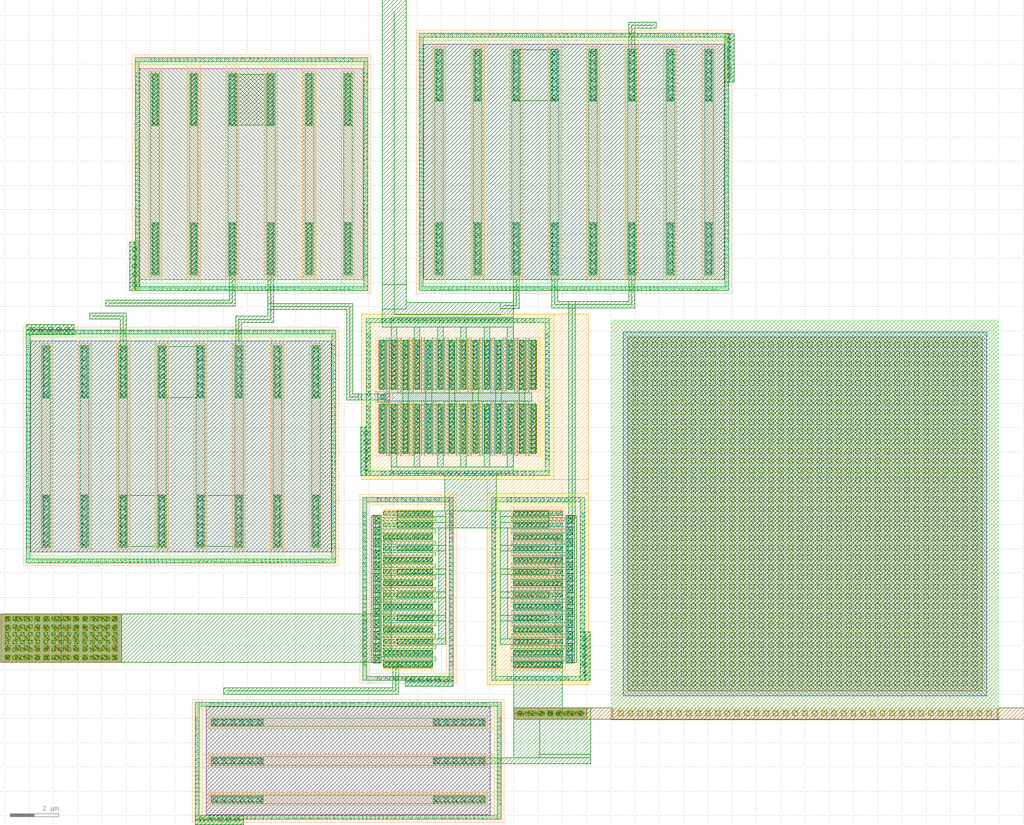
<source format=lef>
  X æ     0æ     0 LIB  >A7KÆ§ð9D¸/ ZT æ     0æ     0 $$$CONTEXT_INFO$$$ 
  via_new           +  ,PCELL=via_new  +  ,P(width)=##0.25  +  ,P(starting_metal)=#l-4 +  ,P(length)=##0.5  +  ,P(hv)=false  +  ,P(ending_metal)=#l0  +   ,LIB=SKY130   
  mimcap_1          +  ,PCELL=mimcap_1 +  ,P(y_spacing)=##1 +  ,P(x_spacing)=##1 +  ,P(w)=##15  +  ,P(totalcap)=##450  +  ,P(l)=##15  +  ,P(array_y)=#l1 +  ,P(array_x)=#l1 +   ,LIB=SKY130   
  via_new$1           +  ,PCELL=via_new  +  ,P(width)=##0.48  +  ,P(starting_metal)=#l0  +  ,P(length)=##3  +  ,P(hv)=false  +  ,P(ending_metal)=#l3  +   ,LIB=SKY130   
  via_new$3           +  ,PCELL=via_new  +  ,P(width)=##5 +  ,P(starting_metal)=#l0  +  ,P(length)=##2  +  ,P(hv)=false  +  ,P(ending_metal)=#l3  +   ,LIB=SKY130   
  via_new$4           +  ,PCELL=via_new  +  ,P(width)=##0.4 +  ,P(starting_metal)=#l-1 +  ,P(length)=##2  +  ,P(hv)=false  +  ,P(ending_metal)=#l0  +   ,LIB=SKY130     æ     0æ     0 via_new  	   B   !     ®           ô       	   _   !     Â ÿÿÿ      X       	   C   !      ú           ô       	   D   !      ú           ô          C  , ,   ¥ÿÿÿ«   ¥   U  O   U  Oÿÿÿ«   ¥ÿÿÿ«     æ     0æ     0 *sky130_fd_pr__res_xhigh_po_0p69_GF6QJT   æ     0æ     0 "sky130_fd_pr__pfet_01v8_VCXY4W    B   ,  6ñÿÿö<  6ñ    8;    8;ÿÿö<  6ñÿÿö<      B   ,  6ñ  ü  6ñ  
F  8;  
F  8;  ü  6ñ  ü      B   ,  6ñ    6ñ  f  8;  f  8;    6ñ        B   ,  6ñ  \  6ñ  ¦  8;  ¦  8;  \  6ñ  \      B   ,  6ñÿÿÿ  6ñ   æ  8;   æ  8;ÿÿÿ  6ñÿÿÿ      B   ,  6ñÿÿûÜ  6ñÿÿý&  8;ÿÿý&  8;ÿÿûÜ  6ñÿÿûÜ      B   ,  6ñÿÿø  6ñÿÿùf  8;ÿÿùf  8;ÿÿø  6ñÿÿø      B   ,  .    .  ¬  6ñ  ¬  6ñ    .        B   ,  .  6  .  Ì  6ñ  Ì  6ñ  6  .  6      B   ,  .  	V  .  	ì  6ñ  	ì  6ñ  	V  .  	V      B   ,  .  v  .    6ñ    6ñ  v  .  v      B   ,  .    .  ,  6ñ  ,  6ñ    .        B   ,  .  ¶  .  L  6ñ  L  6ñ  ¶  .  ¶      B   ,  .  Ö  .  l  6ñ  l  6ñ  Ö  .  Ö      B   ,  .ÿÿÿö  .     6ñ     6ñÿÿÿö  .ÿÿÿö      B   ,  .ÿÿþ  .ÿÿþ¬  6ñÿÿþ¬  6ñÿÿþ  .ÿÿþ      B   ,  .ÿÿü6  .ÿÿüÌ  6ñÿÿüÌ  6ñÿÿü6  .ÿÿü6      B   ,  .ÿÿúV  .ÿÿúì  6ñÿÿúì  6ñÿÿúV  .ÿÿúV      B   ,  .ÿÿøv  .ÿÿù  6ñÿÿù  6ñÿÿøv  .ÿÿøv      B   ,  .ÿÿö  .ÿÿ÷,  6ñÿÿ÷,  6ñÿÿö  .ÿÿö      B   ,  6ñ  ¼  6ñ    8;    8;  ¼  6ñ  ¼      B   ,  6ñ  
Ü  6ñ  &  8;  &  8;  
Ü  6ñ  
Ü      B   ,  6ñ  <  6ñ    8;    8;  <  6ñ  <      B   ,  6ñ  |  6ñ  Æ  8;  Æ  8;  |  6ñ  |      B   ,  6ñÿÿý¼  6ñÿÿÿ  8;ÿÿÿ  8;ÿÿý¼  6ñÿÿý¼      B   ,  6ñÿÿùü  6ñÿÿûF  8;ÿÿûF  8;ÿÿùü  6ñÿÿùü      B   ,  6ñÿÿö<  6ñÿÿ÷  8;ÿÿ÷  8;ÿÿö<  6ñÿÿö<      _   ,  6Ýÿÿö(  6Ý    8O    8Oÿÿö(  6Ýÿÿö(      C   ,  *óÿÿób  *ó  à  +  à  +ÿÿób  *óÿÿób      C   ,  +  6  +  à  9?  à  9?  6  +  6      C   ,  7A  
Ü  7A  &  7ë  &  7ë  
Ü  7A  
Ü      C   ,  7A    7A  f  7ë  f  7ë    7A        C   ,  7A  \  7A  ¦  7ë  ¦  7ë  \  7A  \      C   ,  7Aÿÿÿ  7A   æ  7ë   æ  7ëÿÿÿ  7Aÿÿÿ      C   ,  7AÿÿûÜ  7Aÿÿý&  7ëÿÿý&  7ëÿÿûÜ  7AÿÿûÜ      C   ,  7Aÿÿø  7Aÿÿùf  7ëÿÿùf  7ëÿÿø  7Aÿÿø      C   ,  .r  ü  .r  ¦  6j  ¦  6j  ü  .r  ü      C   ,  .r    .r  Æ  6j  Æ  6j    .r        C   ,  .r  
<  .r  
æ  6j  
æ  6j  
<  .r  
<      C   ,  .r  \  .r  	  6j  	  6j  \  .r  \      C   ,  .r  |  .r  &  6j  &  6j  |  .r  |      C   ,  .r    .r  F  6j  F  6j    .r        C   ,  .r  ¼  .r  f  6j  f  6j  ¼  .r  ¼      C   ,  .r   Ü  .r    6j    6j   Ü  .r   Ü      C   ,  .rÿÿþü  .rÿÿÿ¦  6jÿÿÿ¦  6jÿÿþü  .rÿÿþü      C   ,  .rÿÿý  .rÿÿýÆ  6jÿÿýÆ  6jÿÿý  .rÿÿý      C   ,  .rÿÿû<  .rÿÿûæ  6jÿÿûæ  6jÿÿû<  .rÿÿû<      C   ,  .rÿÿù\  .rÿÿú  6jÿÿú  6jÿÿù\  .rÿÿù\      C   ,  .rÿÿ÷|  .rÿÿø&  6jÿÿø&  6jÿÿ÷|  .rÿÿ÷|      C   ,  .rÿÿõ  .rÿÿöF  6jÿÿöF  6jÿÿõ  .rÿÿõ      C   ,  7A  ¼  7A    7ë    7ë  ¼  7A  ¼      C   ,  7A  ü  7A  
F  7ë  
F  7ë  ü  7A  ü      C   ,  7A  <  7A    7ë    7ë  <  7A  <      C   ,  7A  |  7A  Æ  7ë  Æ  7ë  |  7A  |      C   ,  7Aÿÿý¼  7Aÿÿÿ  7ëÿÿÿ  7ëÿÿý¼  7Aÿÿý¼      C   ,  7Aÿÿùü  7AÿÿûF  7ëÿÿûF  7ëÿÿùü  7Aÿÿùü      C   ,  7Aÿÿö<  7Aÿÿ÷  7ëÿÿ÷  7ëÿÿö<  7Aÿÿö<      C   ,  +ÿÿób  +ÿÿô  9?ÿÿô  9?ÿÿób  +ÿÿób      C   ,  9?ÿÿób  9?  à  9é  à  9éÿÿób  9?ÿÿób      C   ,  7Aÿÿö<  7A    7ë    7ëÿÿö<  7Aÿÿö<      D   ,  7#  
ð  7#    8	    8	  
ð  7#  
ð      D   ,  7#  0  7#  R  8	  R  8	  0  7#  0      D   ,  7#  p  7#    8	    8	  p  7#  p      D   ,  7#ÿÿÿ°  7#   Ò  8	   Ò  8	ÿÿÿ°  7#ÿÿÿ°      D   ,  7#ÿÿûð  7#ÿÿý  8	ÿÿý  8	ÿÿûð  7#ÿÿûð      D   ,  7#ÿÿø0  7#ÿÿùR  8	ÿÿùR  8	ÿÿø0  7#ÿÿø0      D   ,  .  
  .    6V    6V  
  .  
      D   ,  ,[  >  ,[  	$  4+  	$  4+  >  ,[  >      D   ,  .  ^  .  D  6V  D  6V  ^  .  ^      D   ,  ,[  ~  ,[  d  4+  d  4+  ~  ,[  ~      D   ,  .    .    6V    6V    .        D   ,  ,[   ¾  ,[  ¤  4+  ¤  4+   ¾  ,[   ¾      D   ,  .ÿÿþÞ  .ÿÿÿÄ  6VÿÿÿÄ  6VÿÿþÞ  .ÿÿþÞ      D   ,  ,[ÿÿüþ  ,[ÿÿýä  4+ÿÿýä  4+ÿÿüþ  ,[ÿÿüþ      D   ,  .ÿÿû  .ÿÿü  6Vÿÿü  6Vÿÿû  .ÿÿû      D   ,  ,[ÿÿù>  ,[ÿÿú$  4+ÿÿú$  4+ÿÿù>  ,[ÿÿù>      D   ,  .ÿÿ÷^  .ÿÿøD  6VÿÿøD  6Vÿÿ÷^  .ÿÿ÷^      D   ,  .ÿÿõ~  .ÿÿöd  6Vÿÿöd  6Vÿÿõ~  .ÿÿõ~      D   ,  7#  Ð  7#  ò  8	  ò  8	  Ð  7#  Ð      D   ,  7#  	  7#  
2  8	  
2  8	  	  7#  	      D   ,  7#  P  7#  r  8	  r  8	  P  7#  P      D   ,  7#    7#  ²  8	  ²  8	    7#        D   ,  7#ÿÿýÐ  7#ÿÿþò  8	ÿÿþò  8	ÿÿýÐ  7#ÿÿýÐ      D   ,  7#ÿÿú  7#ÿÿû2  8	ÿÿû2  8	ÿÿú  7#ÿÿú      D   ,  7#ÿÿöP  7#ÿÿ÷r  8	ÿÿ÷r  8	ÿÿöP  7#ÿÿöP      D   ,  7#ÿÿöP  7#  ò  8  ò  8ÿÿöP  7#ÿÿöP      D   ,  ,[  þ  ,[  ä  4+  ä  4+  þ  ,[  þ      D   ,  ,[  Þ  ,[  Ä  4+  Ä  4+  Þ  ,[  Þ      C  , ,  2ÿÿù\  2ÿÿú  2Ãÿÿú  2Ãÿÿù\  2ÿÿù\      C  , ,  2ÿÿ÷|  2ÿÿø&  2Ãÿÿø&  2Ãÿÿ÷|  2ÿÿ÷|      C  , ,  2ÿÿõ  2ÿÿöF  2ÃÿÿöF  2Ãÿÿõ  2ÿÿõ      C  , ,  3  
<  3  
æ  4+  
æ  4+  
<  3  
<      C  , ,  3  |  3  &  4+  &  4+  |  3  |      C  , ,  3  ¼  3  f  4+  f  4+  ¼  3  ¼      C  , ,  3ÿÿþü  3ÿÿÿ¦  4+ÿÿÿ¦  4+ÿÿþü  3ÿÿþü      C  , ,  3ÿÿû<  3ÿÿûæ  4+ÿÿûæ  4+ÿÿû<  3ÿÿû<      C  , ,  3ÿÿ÷|  3ÿÿø&  4+ÿÿø&  4+ÿÿ÷|  3ÿÿ÷|      C  , ,  3ÿÿõ  3ÿÿöF  4+ÿÿöF  4+ÿÿõ  3ÿÿõ      C  , ,  4é  
<  4é  
æ  5  
æ  5  
<  4é  
<      C  , ,  4é  |  4é  &  5  &  5  |  4é  |      C  , ,  4é  ¼  4é  f  5  f  5  ¼  4é  ¼      C  , ,  4éÿÿþü  4éÿÿÿ¦  5ÿÿÿ¦  5ÿÿþü  4éÿÿþü      C  , ,  4éÿÿû<  4éÿÿûæ  5ÿÿûæ  5ÿÿû<  4éÿÿû<      C  , ,  4éÿÿ÷|  4éÿÿø&  5ÿÿø&  5ÿÿ÷|  4éÿÿ÷|      C  , ,  4éÿÿõ  4éÿÿöF  5ÿÿöF  5ÿÿõ  4éÿÿõ      C  , ,  7A    7A  ¶  7ë  ¶  7ë    7A        C  , ,  7A  	L  7A  	ö  7ë  	ö  7ë  	L  7A  	L      C  , ,  7A    7A  6  7ë  6  7ë    7A        C  , ,  7A  Ì  7A  v  7ë  v  7ë  Ì  7A  Ì      C  , ,  7Aÿÿþ  7Aÿÿþ¶  7ëÿÿþ¶  7ëÿÿþ  7Aÿÿþ      C  , ,  7AÿÿúL  7Aÿÿúö  7ëÿÿúö  7ëÿÿúL  7AÿÿúL      C  , ,  7Aÿÿö  7Aÿÿ÷6  7ëÿÿ÷6  7ëÿÿö  7Aÿÿö      C  , ,  7A  ,  7A  Ö  7ë  Ö  7ë  ,  7A  ,      C  , ,  7A  l  7A    7ë    7ë  l  7A  l      C  , ,  7A  ¬  7A  V  7ë  V  7ë  ¬  7A  ¬      C  , ,  7Aÿÿÿì  7A     7ë     7ëÿÿÿì  7Aÿÿÿì      C  , ,  7Aÿÿü,  7AÿÿüÖ  7ëÿÿüÖ  7ëÿÿü,  7Aÿÿü,      C  , ,  7Aÿÿøl  7Aÿÿù  7ëÿÿù  7ëÿÿøl  7Aÿÿøl      C  , ,  /I  ü  /I  ¦  /ó  ¦  /ó  ü  /I  ü      C  , ,  /I    /I  Æ  /ó  Æ  /ó    /I        C  , ,  /I  
<  /I  
æ  /ó  
æ  /ó  
<  /I  
<      C  , ,  /I  \  /I  	  /ó  	  /ó  \  /I  \      C  , ,  /I  |  /I  &  /ó  &  /ó  |  /I  |      C  , ,  /I    /I  F  /ó  F  /ó    /I        C  , ,  /I  ¼  /I  f  /ó  f  /ó  ¼  /I  ¼      C  , ,  /I   Ü  /I    /ó    /ó   Ü  /I   Ü      C  , ,  /Iÿÿþü  /Iÿÿÿ¦  /óÿÿÿ¦  /óÿÿþü  /Iÿÿþü      C  , ,  /Iÿÿý  /IÿÿýÆ  /óÿÿýÆ  /óÿÿý  /Iÿÿý      C  , ,  /Iÿÿû<  /Iÿÿûæ  /óÿÿûæ  /óÿÿû<  /Iÿÿû<      C  , ,  /Iÿÿù\  /Iÿÿú  /óÿÿú  /óÿÿù\  /Iÿÿù\      C  , ,  /Iÿÿ÷|  /Iÿÿø&  /óÿÿø&  /óÿÿ÷|  /Iÿÿ÷|      C  , ,  /Iÿÿõ  /IÿÿöF  /óÿÿöF  /óÿÿõ  /Iÿÿõ      C  , ,  0±  ü  0±  ¦  1[  ¦  1[  ü  0±  ü      C  , ,  0±    0±  Æ  1[  Æ  1[    0±        C  , ,  0±  
<  0±  
æ  1[  
æ  1[  
<  0±  
<      C  , ,  0±  \  0±  	  1[  	  1[  \  0±  \      C  , ,  0±  |  0±  &  1[  &  1[  |  0±  |      C  , ,  0±    0±  F  1[  F  1[    0±        C  , ,  0±  ¼  0±  f  1[  f  1[  ¼  0±  ¼      C  , ,  0±   Ü  0±    1[    1[   Ü  0±   Ü      C  , ,  0±ÿÿþü  0±ÿÿÿ¦  1[ÿÿÿ¦  1[ÿÿþü  0±ÿÿþü      C  , ,  0±ÿÿý  0±ÿÿýÆ  1[ÿÿýÆ  1[ÿÿý  0±ÿÿý      C  , ,  0±ÿÿû<  0±ÿÿûæ  1[ÿÿûæ  1[ÿÿû<  0±ÿÿû<      C  , ,  0±ÿÿù\  0±ÿÿú  1[ÿÿú  1[ÿÿù\  0±ÿÿù\      C  , ,  0±ÿÿ÷|  0±ÿÿø&  1[ÿÿø&  1[ÿÿ÷|  0±ÿÿ÷|      C  , ,  0±ÿÿõ  0±ÿÿöF  1[ÿÿöF  1[ÿÿõ  0±ÿÿõ      C  , ,  2  ü  2  ¦  2Ã  ¦  2Ã  ü  2  ü      C  , ,  2    2  Æ  2Ã  Æ  2Ã    2        C  , ,  2  
<  2  
æ  2Ã  
æ  2Ã  
<  2  
<      C  , ,  2  \  2  	  2Ã  	  2Ã  \  2  \      C  , ,  2  |  2  &  2Ã  &  2Ã  |  2  |      C  , ,  2    2  F  2Ã  F  2Ã    2        C  , ,  2  ¼  2  f  2Ã  f  2Ã  ¼  2  ¼      C  , ,  2   Ü  2    2Ã    2Ã   Ü  2   Ü      C  , ,  2ÿÿþü  2ÿÿÿ¦  2Ãÿÿÿ¦  2Ãÿÿþü  2ÿÿþü      C  , ,  2ÿÿý  2ÿÿýÆ  2ÃÿÿýÆ  2Ãÿÿý  2ÿÿý      C  , ,  2ÿÿû<  2ÿÿûæ  2Ãÿÿûæ  2Ãÿÿû<  2ÿÿû<      ^   ,  .	ÿÿôã  .	  _  6Ó  _  6Óÿÿôã  .	ÿÿôã      A  , ,  *óÿÿób  *ó  à  +  à  +ÿÿób  *óÿÿób      A  , ,  +  6  +  à  9?  à  9?  6  +  6      A  , ,  +ÿÿób  +ÿÿô  9?ÿÿô  9?ÿÿób  +ÿÿób      A  , ,  9?ÿÿób  9?  à  9é  à  9éÿÿób  9?ÿÿób      B  , ,  *ó  Ì  *ó  v  +  v  +  Ì  *ó  Ì      B  , ,  9?  Ì  9?  v  9é  v  9é  Ì  9?  Ì      B  , ,  7A  Ì  7A  v  7ë  v  7ë  Ì  7A  Ì      B  , ,  9?  	Ä  9?  
n  9é  
n  9é  	Ä  9?  	Ä      B  , ,  9?  p  9?  	  9é  	  9é  p  9?  p      B  , ,  9?    9?  Æ  9é  Æ  9é    9?        B  , ,  9?  È  9?  r  9é  r  9é  È  9?  È      B  , ,  9?  t  9?    9é    9é  t  9?  t      B  , ,  9?     9?  Ê  9é  Ê  9é     9?         B  , ,  9?  l  9?    9é    9é  l  9?  l      B  , ,  9?  À  9?  j  9é  j  9é  À  9?  À      B  , ,  2Ã  6  2Ã  à  3m  à  3m  6  2Ã  6      B  , ,  2Ã  ü  2Ã  ¦  3m  ¦  3m  ü  2Ã  ü      B  , ,  2Ã    2Ã  Æ  3m  Æ  3m    2Ã        B  , ,  2Ã  
<  2Ã  
æ  3m  
æ  3m  
<  2Ã  
<      B  , ,  2Ã  \  2Ã  	  3m  	  3m  \  2Ã  \      B  , ,  2Ã  |  2Ã  &  3m  &  3m  |  2Ã  |      B  , ,  2Ã    2Ã  F  3m  F  3m    2Ã        B  , ,  2Ã  ¼  2Ã  f  3m  f  3m  ¼  2Ã  ¼      B  , ,  7A  ,  7A  Ö  7ë  Ö  7ë  ,  7A  ,      B  , ,  4  6  4  à  4Á  à  4Á  6  4  6      B  , ,  4  ü  4  ¦  4Á  ¦  4Á  ü  4  ü      B  , ,  4    4  Æ  4Á  Æ  4Á    4        B  , ,  4  
<  4  
æ  4Á  
æ  4Á  
<  4  
<      B  , ,  4  \  4  	  4Á  	  4Á  \  4  \      B  , ,  4  |  4  &  4Á  &  4Á  |  4  |      B  , ,  4    4  F  4Á  F  4Á    4        B  , ,  4  ¼  4  f  4Á  f  4Á  ¼  4  ¼      B  , ,  7A  l  7A    7ë    7ë  l  7A  l      B  , ,  5k  6  5k  à  6  à  6  6  5k  6      B  , ,  5k  ü  5k  ¦  6  ¦  6  ü  5k  ü      B  , ,  5k    5k  Æ  6  Æ  6    5k        B  , ,  5k  
<  5k  
æ  6  
æ  6  
<  5k  
<      B  , ,  5k  \  5k  	  6  	  6  \  5k  \      B  , ,  5k  |  5k  &  6  &  6  |  5k  |      B  , ,  5k    5k  F  6  F  6    5k        B  , ,  5k  ¼  5k  f  6  f  6  ¼  5k  ¼      B  , ,  7A  ¬  7A  V  7ë  V  7ë  ¬  7A  ¬      B  , ,  6¿  6  6¿  à  7i  à  7i  6  6¿  6      B  , ,  7A    7A  ¶  7ë  ¶  7ë    7A        B  , ,  7A  	L  7A  	ö  7ë  	ö  7ë  	L  7A  	L      B  , ,  7A    7A  6  7ë  6  7ë    7A        B  , ,  9?    9?  Â  9é  Â  9é    9?        B  , ,  -s  6  -s  à  .  à  .  6  -s  6      B  , ,  1o  6  1o  à  2  à  2  6  1o  6      B  , ,  .Ç  6  .Ç  à  /q  à  /q  6  .Ç  6      B  , ,  .Ç  ü  .Ç  ¦  /q  ¦  /q  ü  .Ç  ü      B  , ,  .Ç    .Ç  Æ  /q  Æ  /q    .Ç        B  , ,  .Ç  
<  .Ç  
æ  /q  
æ  /q  
<  .Ç  
<      B  , ,  .Ç  \  .Ç  	  /q  	  /q  \  .Ç  \      B  , ,  .Ç  |  .Ç  &  /q  &  /q  |  .Ç  |      B  , ,  .Ç    .Ç  F  /q  F  /q    .Ç        B  , ,  .Ç  ¼  .Ç  f  /q  f  /q  ¼  .Ç  ¼      B  , ,  *ó  À  *ó  j  +  j  +  À  *ó  À      B  , ,  *ó  l  *ó    +    +  l  *ó  l      B  , ,  *ó    *ó  Â  +  Â  +    *ó        B  , ,  *ó  	Ä  *ó  
n  +  
n  +  	Ä  *ó  	Ä      B  , ,  *ó  p  *ó  	  +  	  +  p  *ó  p      B  , ,  *ó    *ó  Æ  +  Æ  +    *ó        B  , ,  *ó  È  *ó  r  +  r  +  È  *ó  È      B  , ,  *ó  t  *ó    +    +  t  *ó  t      B  , ,  0  6  0  à  0Å  à  0Å  6  0  6      B  , ,  0  ü  0  ¦  0Å  ¦  0Å  ü  0  ü      B  , ,  0    0  Æ  0Å  Æ  0Å    0        B  , ,  0  
<  0  
æ  0Å  
æ  0Å  
<  0  
<      B  , ,  0  \  0  	  0Å  	  0Å  \  0  \      B  , ,  0  |  0  &  0Å  &  0Å  |  0  |      B  , ,  0    0  F  0Å  F  0Å    0        B  , ,  0  ¼  0  f  0Å  f  0Å  ¼  0  ¼      B  , ,  1o  ü  1o  ¦  2  ¦  2  ü  1o  ü      B  , ,  1o    1o  Æ  2  Æ  2    1o        B  , ,  1o  
<  1o  
æ  2  
æ  2  
<  1o  
<      B  , ,  1o  \  1o  	  2  	  2  \  1o  \      B  , ,  1o  |  1o  &  2  &  2  |  1o  |      B  , ,  1o    1o  F  2  F  2    1o        B  , ,  1o  ¼  1o  f  2  f  2  ¼  1o  ¼      B  , ,  *ó     *ó  Ê  +  Ê  +     *ó         B  , ,  1oÿÿû<  1oÿÿûæ  2ÿÿûæ  2ÿÿû<  1oÿÿû<      B  , ,  1oÿÿù\  1oÿÿú  2ÿÿú  2ÿÿù\  1oÿÿù\      B  , ,  1oÿÿ÷|  1oÿÿø&  2ÿÿø&  2ÿÿ÷|  1oÿÿ÷|      B  , ,  1oÿÿõ  1oÿÿöF  2ÿÿöF  2ÿÿõ  1oÿÿõ      B  , ,  1oÿÿób  1oÿÿô  2ÿÿô  2ÿÿób  1oÿÿób      B  , ,  0   Ü  0    0Å    0Å   Ü  0   Ü      B  , ,  *ó   x  *ó  "  +  "  +   x  *ó   x      B  , ,  .Ç   Ü  .Ç    /q    /q   Ü  .Ç   Ü      B  , ,  0ÿÿù\  0ÿÿú  0Åÿÿú  0Åÿÿù\  0ÿÿù\      B  , ,  0ÿÿ÷|  0ÿÿø&  0Åÿÿø&  0Åÿÿ÷|  0ÿÿ÷|      B  , ,  0ÿÿõ  0ÿÿöF  0ÅÿÿöF  0Åÿÿõ  0ÿÿõ      B  , ,  0ÿÿób  0ÿÿô  0Åÿÿô  0Åÿÿób  0ÿÿób      B  , ,  *óÿÿü|  *óÿÿý&  +ÿÿý&  +ÿÿü|  *óÿÿü|      B  , ,  *óÿÿû(  *óÿÿûÒ  +ÿÿûÒ  +ÿÿû(  *óÿÿû(      B  , ,  *óÿÿùÔ  *óÿÿú~  +ÿÿú~  +ÿÿùÔ  *óÿÿùÔ      B  , ,  *óÿÿø  *óÿÿù*  +ÿÿù*  +ÿÿø  *óÿÿø      B  , ,  *óÿÿ÷,  *óÿÿ÷Ö  +ÿÿ÷Ö  +ÿÿ÷,  *óÿÿ÷,      B  , ,  *óÿÿõØ  *óÿÿö  +ÿÿö  +ÿÿõØ  *óÿÿõØ      B  , ,  -sÿÿób  -sÿÿô  .ÿÿô  .ÿÿób  -sÿÿób      B  , ,  *óÿÿÿ$  *óÿÿÿÎ  +ÿÿÿÎ  +ÿÿÿ$  *óÿÿÿ$      B  , ,  .Çÿÿþü  .Çÿÿÿ¦  /qÿÿÿ¦  /qÿÿþü  .Çÿÿþü      B  , ,  .Çÿÿý  .ÇÿÿýÆ  /qÿÿýÆ  /qÿÿý  .Çÿÿý      B  , ,  .Çÿÿû<  .Çÿÿûæ  /qÿÿûæ  /qÿÿû<  .Çÿÿû<      B  , ,  .Çÿÿù\  .Çÿÿú  /qÿÿú  /qÿÿù\  .Çÿÿù\      B  , ,  .Çÿÿ÷|  .Çÿÿø&  /qÿÿø&  /qÿÿ÷|  .Çÿÿ÷|      B  , ,  .Çÿÿõ  .ÇÿÿöF  /qÿÿöF  /qÿÿõ  .Çÿÿõ      B  , ,  .Çÿÿób  .Çÿÿô  /qÿÿô  /qÿÿób  .Çÿÿób      B  , ,  *óÿÿýÐ  *óÿÿþz  +ÿÿþz  +ÿÿýÐ  *óÿÿýÐ      B  , ,  0ÿÿþü  0ÿÿÿ¦  0Åÿÿÿ¦  0Åÿÿþü  0ÿÿþü      B  , ,  0ÿÿý  0ÿÿýÆ  0ÅÿÿýÆ  0Åÿÿý  0ÿÿý      B  , ,  0ÿÿû<  0ÿÿûæ  0Åÿÿûæ  0Åÿÿû<  0ÿÿû<      B  , ,  1o   Ü  1o    2    2   Ü  1o   Ü      B  , ,  1oÿÿþü  1oÿÿÿ¦  2ÿÿÿ¦  2ÿÿþü  1oÿÿþü      B  , ,  1oÿÿý  1oÿÿýÆ  2ÿÿýÆ  2ÿÿý  1oÿÿý      B  , ,  5kÿÿób  5kÿÿô  6ÿÿô  6ÿÿób  5kÿÿób      B  , ,  2Ãÿÿù\  2Ãÿÿú  3mÿÿú  3mÿÿù\  2Ãÿÿù\      B  , ,  2Ãÿÿ÷|  2Ãÿÿø&  3mÿÿø&  3mÿÿ÷|  2Ãÿÿ÷|      B  , ,  2Ãÿÿõ  2ÃÿÿöF  3mÿÿöF  3mÿÿõ  2Ãÿÿõ      B  , ,  2Ãÿÿób  2Ãÿÿô  3mÿÿô  3mÿÿób  2Ãÿÿób      B  , ,  7Aÿÿü,  7AÿÿüÖ  7ëÿÿüÖ  7ëÿÿü,  7Aÿÿü,      B  , ,  2Ã   Ü  2Ã    3m    3m   Ü  2Ã   Ü      B  , ,  4   Ü  4    4Á    4Á   Ü  4   Ü      B  , ,  5k   Ü  5k    6    6   Ü  5k   Ü      B  , ,  9?   x  9?  "  9é  "  9é   x  9?   x      B  , ,  7Aÿÿøl  7Aÿÿù  7ëÿÿù  7ëÿÿøl  7Aÿÿøl      B  , ,  9?ÿÿõØ  9?ÿÿö  9éÿÿö  9éÿÿõØ  9?ÿÿõØ      B  , ,  6¿ÿÿób  6¿ÿÿô  7iÿÿô  7iÿÿób  6¿ÿÿób      B  , ,  7Aÿÿþ  7Aÿÿþ¶  7ëÿÿþ¶  7ëÿÿþ  7Aÿÿþ      B  , ,  7AÿÿúL  7Aÿÿúö  7ëÿÿúö  7ëÿÿúL  7AÿÿúL      B  , ,  7Aÿÿö  7Aÿÿ÷6  7ëÿÿ÷6  7ëÿÿö  7Aÿÿö      B  , ,  9?ÿÿÿ$  9?ÿÿÿÎ  9éÿÿÿÎ  9éÿÿÿ$  9?ÿÿÿ$      B  , ,  9?ÿÿýÐ  9?ÿÿþz  9éÿÿþz  9éÿÿýÐ  9?ÿÿýÐ      B  , ,  4ÿÿþü  4ÿÿÿ¦  4Áÿÿÿ¦  4Áÿÿþü  4ÿÿþü      B  , ,  4ÿÿý  4ÿÿýÆ  4ÁÿÿýÆ  4Áÿÿý  4ÿÿý      B  , ,  4ÿÿû<  4ÿÿûæ  4Áÿÿûæ  4Áÿÿû<  4ÿÿû<      B  , ,  4ÿÿù\  4ÿÿú  4Áÿÿú  4Áÿÿù\  4ÿÿù\      B  , ,  4ÿÿ÷|  4ÿÿø&  4Áÿÿø&  4Áÿÿ÷|  4ÿÿ÷|      B  , ,  4ÿÿõ  4ÿÿöF  4ÁÿÿöF  4Áÿÿõ  4ÿÿõ      B  , ,  4ÿÿób  4ÿÿô  4Áÿÿô  4Áÿÿób  4ÿÿób      B  , ,  9?ÿÿü|  9?ÿÿý&  9éÿÿý&  9éÿÿü|  9?ÿÿü|      B  , ,  9?ÿÿû(  9?ÿÿûÒ  9éÿÿûÒ  9éÿÿû(  9?ÿÿû(      B  , ,  9?ÿÿùÔ  9?ÿÿú~  9éÿÿú~  9éÿÿùÔ  9?ÿÿùÔ      B  , ,  9?ÿÿø  9?ÿÿù*  9éÿÿù*  9éÿÿø  9?ÿÿø      B  , ,  9?ÿÿ÷,  9?ÿÿ÷Ö  9éÿÿ÷Ö  9éÿÿ÷,  9?ÿÿ÷,      B  , ,  7Aÿÿÿì  7A     7ë     7ëÿÿÿì  7Aÿÿÿì      B  , ,  2Ãÿÿþü  2Ãÿÿÿ¦  3mÿÿÿ¦  3mÿÿþü  2Ãÿÿþü      B  , ,  2Ãÿÿý  2ÃÿÿýÆ  3mÿÿýÆ  3mÿÿý  2Ãÿÿý      B  , ,  2Ãÿÿû<  2Ãÿÿûæ  3mÿÿûæ  3mÿÿû<  2Ãÿÿû<      B  , ,  5kÿÿþü  5kÿÿÿ¦  6ÿÿÿ¦  6ÿÿþü  5kÿÿþü      B  , ,  5kÿÿý  5kÿÿýÆ  6ÿÿýÆ  6ÿÿý  5kÿÿý      B  , ,  5kÿÿû<  5kÿÿûæ  6ÿÿûæ  6ÿÿû<  5kÿÿû<      B  , ,  5kÿÿù\  5kÿÿú  6ÿÿú  6ÿÿù\  5kÿÿù\      B  , ,  5kÿÿ÷|  5kÿÿø&  6ÿÿø&  6ÿÿ÷|  5kÿÿ÷|      B  , ,  5kÿÿõ  5kÿÿöF  6ÿÿöF  6ÿÿõ  5kÿÿõ      @   ,  *?ÿÿò®  *?    :    :ÿÿò®  *?ÿÿò®      A   ,  .ÿÿõ`  .  â  6V  â  6Vÿÿõ`  .ÿÿõ`      ]  , ,  *vÿÿòå  *v  ]  ,  ]  ,ÿÿòå  *vÿÿòå      ]  , ,  ,  ¹  ,  ]  8Â  ]  8Â  ¹  ,  ¹      ]  , ,  ,ÿÿòå  ,ÿÿô  8Âÿÿô  8Âÿÿòå  ,ÿÿòå      ]  , ,  8Âÿÿòå  8Â  ]  :f  ]  :fÿÿòå  8Âÿÿòå     æ     0æ     0 "sky130_fd_pr__nfet_01v8_P8PFL4    B   ,  Þ    Þ  ¶  (  ¶  (    Þ        B   ,ÿÿû  ÿÿû  &  Þ  &  Þ  ÿÿû        B   ,  Þ    Þ  `  (  `  (    Þ        B   ,  Þ  6  Þ    (    (  6  Þ  6      B   ,ÿÿû  pÿÿû    Þ    Þ  pÿÿû  p      B   ,ÿÿû  Pÿÿû  æ  Þ  æ  Þ  Pÿÿû  P      B   ,  Þ  Ö  Þ     (     (  Ö  Þ  Ö      B   ,  Þ  ö  Þ  @  (  @  (  ö  Þ  ö      B   ,ÿÿû  0ÿÿû  Æ  Þ  Æ  Þ  0ÿÿû  0      B   ,ÿÿû  	ÿÿû  	¦  Þ  	¦  Þ  	ÿÿû  	      B   ,  Þ  
  Þ  à  (  à  (  
  Þ  
      B   ,  Þ  ¶  Þ  
   (  
   (  ¶  Þ  ¶      B   ,ÿÿû  
ðÿÿû    Þ    Þ  
ðÿÿû  
ð      B   ,ÿÿû  Ðÿÿû  f  Þ  f  Þ  Ðÿÿû  Ð      B   ,  Þ  V  Þ     (     (  V  Þ  V      B   ,  Þ  v  Þ  À  (  À  (  v  Þ  v      B   ,ÿÿû  °ÿÿû  F  Þ  F  Þ  °ÿÿû  °      B   ,ÿÿû  ÿÿû  &  Þ  &  Þ  ÿÿû        B   ,  Þ    Þ  `  (  `  (    Þ        B   ,  Þ  6  Þ    (    (  6  Þ  6      B   ,ÿÿû  pÿÿû    Þ    Þ  pÿÿû  p      B   ,ÿÿû  Pÿÿû  æ  Þ  æ  Þ  Pÿÿû  P      B   ,  Þ  Ö  Þ     (     (  Ö  Þ  Ö      B   ,  Þ  ö  Þ  @  (  @  (  ö  Þ  ö      B   ,ÿÿû  0ÿÿû  Æ  Þ  Æ  Þ  0ÿÿû  0      B   ,ÿÿû  ÿÿû  ¦  Þ  ¦  Þ  ÿÿû        B   ,  Þ  ¶  Þ     (     (  ¶  Þ  ¶      _   ,  Ê  "  Ê    <    <  "  Ê  "      C   ,ÿÿø:ÿÿþ\ÿÿø:  Úÿÿøä  Úÿÿøäÿÿþ\ÿÿø:ÿÿþ\      C   ,ÿÿøäÿÿþ\ÿÿøäÿÿÿ  ,ÿÿÿ  ,ÿÿþ\ÿÿøäÿÿþ\      C   ,  .    .  `  Ø  `  Ø    .        C   ,  .  Ö  .     Ø     Ø  Ö  .  Ö      C   ,  .  
  .  à  Ø  à  Ø  
  .  
      C   ,  .  V  .     Ø     Ø  V  .  V      C   ,  .    .  `  Ø  `  Ø    .        C   ,  .  Ö  .     Ø     Ø  Ö  .  Ö      C   ,ÿÿû   ÿÿû  @    @     ÿÿû         C   ,ÿÿû  vÿÿû            vÿÿû  v      C   ,ÿÿû  Vÿÿû            Vÿÿû  V      C   ,ÿÿû  6ÿÿû  à    à    6ÿÿû  6      C   ,ÿÿû  ÿÿû  À    À    ÿÿû        C   ,ÿÿû  	öÿÿû  
     
     	öÿÿû  	ö      C   ,ÿÿû  Öÿÿû          Öÿÿû  Ö      C   ,ÿÿû  ¶ÿÿû  `    `    ¶ÿÿû  ¶      C   ,ÿÿû  ÿÿû  @    @    ÿÿû        C   ,ÿÿû  vÿÿû            vÿÿû  v      C   ,ÿÿû  Vÿÿû            Vÿÿû  V      C   ,ÿÿû  6ÿÿû  à    à    6ÿÿû  6      C   ,ÿÿû  ÿÿû  À    À    ÿÿû        C   ,ÿÿû  öÿÿû            öÿÿû  ö      C   ,  .  6  .    Ø    Ø  6  .  6      C   ,  .  ö  .  @  Ø  @  Ø  ö  .  ö      C   ,  .  ¶  .  
   Ø  
   Ø  ¶  .  ¶      C   ,  .  v  .  À  Ø  À  Ø  v  .  v      C   ,  .  6  .    Ø    Ø  6  .  6      C   ,  .  ö  .  @  Ø  @  Ø  ö  .  ö      C   ,  .  ¶  .     Ø     Ø  ¶  .  ¶      C   ,ÿÿøä  0ÿÿøä  Ú  ,  Ú  ,  0ÿÿøä  0      C   ,  ,ÿÿþ\  ,  Ú  Ö  Ú  Öÿÿþ\  ,ÿÿþ\      C   ,  .    .  ¶  Ø  ¶  Ø    .        D   ,    *    L  ö  L  ö  *    *      D   ,    ê      ö    ö  ê    ê      D   ,    
ª    Ì  ö  Ì  ö  
ª    
ª      D   ,    j      ö    ö  j    j      D   ,    *    L  ö  L  ö  *    *      D   ,    ê      ö    ö  ê    ê      D   ,ÿÿùu   xÿÿùu  ^  E  ^  E   xÿÿùu   x      D   ,ÿÿùu  Xÿÿùu  >  E  >  E  Xÿÿùu  X      D   ,ÿÿû   8ÿÿû     p    p  8ÿÿû   8      D   ,ÿÿùu  ÿÿùu  þ  E  þ  E  ÿÿùu        D   ,ÿÿû   øÿÿû   Þ  p  Þ  p  øÿÿû   ø      D   ,ÿÿùu  	Øÿÿùu  
¾  E  
¾  E  	Øÿÿùu  	Ø      D   ,ÿÿû   ¸ÿÿû     p    p  ¸ÿÿû   ¸      D   ,ÿÿùu  ÿÿùu  ~  E  ~  E  ÿÿùu        D   ,ÿÿû   xÿÿû   ^  p  ^  p  xÿÿû   x      D   ,ÿÿùu  Xÿÿùu  >  E  >  E  Xÿÿùu  X      D   ,ÿÿû   8ÿÿû     p    p  8ÿÿû   8      D   ,ÿÿùu  ÿÿùu  þ  E  þ  E  ÿÿùu        D   ,ÿÿû   øÿÿû   Þ  p  Þ  p  øÿÿû   ø      D   ,ÿÿû   Øÿÿû   ¾  p  ¾  p  Øÿÿû   Ø      D   ,    J    l  ö  l  ö  J    J      D   ,    
    ,  ö  ,  ö  
    
      D   ,    Ê    	ì  ö  	ì  ö  Ê    Ê      D   ,        ¬  ö  ¬  ö            D   ,    J    l  ö  l  ö  J    J      D   ,    
    ,  ö  ,  ö  
    
      D   ,    Ê    ì  ö  ì  ö  Ê    Ê      D   ,    J    ì  x  ì  x  J    J      C  , ,  .  f  .    Ø    Ø  f  .  f      C  , ,  .  &  .  Ð  Ø  Ð  Ø  &  .  &      C  , ,  .  
æ  .    Ø    Ø  
æ  .  
æ      C  , ,  .  ¦  .  P  Ø  P  Ø  ¦  .  ¦      C  , ,  .  f  .    Ø    Ø  f  .  f      C  , ,  .  &  .  Ð  Ø  Ð  Ø  &  .  &      C  , ,ÿÿüc   ÿÿüc  @ÿÿý  @ÿÿý   ÿÿüc         C  , ,ÿÿüc  vÿÿüc   ÿÿý   ÿÿý  vÿÿüc  v      C  , ,ÿÿüc  Vÿÿüc   ÿÿý   ÿÿý  Vÿÿüc  V      C  , ,ÿÿüc  6ÿÿüc  àÿÿý  àÿÿý  6ÿÿüc  6      C  , ,ÿÿüc  ÿÿüc  Àÿÿý  Àÿÿý  ÿÿüc        C  , ,ÿÿüc  	öÿÿüc  
 ÿÿý  
 ÿÿý  	öÿÿüc  	ö      C  , ,ÿÿüc  Öÿÿüc  ÿÿý  ÿÿý  Öÿÿüc  Ö      C  , ,ÿÿüc  ¶ÿÿüc  `ÿÿý  `ÿÿý  ¶ÿÿüc  ¶      C  , ,ÿÿüc  ÿÿüc  @ÿÿý  @ÿÿý  ÿÿüc        C  , ,ÿÿüc  vÿÿüc   ÿÿý   ÿÿý  vÿÿüc  v      C  , ,ÿÿüc  Vÿÿüc   ÿÿý   ÿÿý  Vÿÿüc  V      C  , ,ÿÿüc  6ÿÿüc  àÿÿý  àÿÿý  6ÿÿüc  6      C  , ,ÿÿüc  ÿÿüc  Àÿÿý  Àÿÿý  ÿÿüc        C  , ,ÿÿüc  öÿÿüc   ÿÿý   ÿÿý  öÿÿüc  ö      C  , ,ÿÿýË   ÿÿýË  @ÿÿþu  @ÿÿþu   ÿÿýË         C  , ,ÿÿýË  vÿÿýË   ÿÿþu   ÿÿþu  vÿÿýË  v      C  , ,ÿÿýË  VÿÿýË   ÿÿþu   ÿÿþu  VÿÿýË  V      C  , ,ÿÿýË  6ÿÿýË  àÿÿþu  àÿÿþu  6ÿÿýË  6      C  , ,ÿÿýË  ÿÿýË  Àÿÿþu  Àÿÿþu  ÿÿýË        C  , ,ÿÿýË  	öÿÿýË  
 ÿÿþu  
 ÿÿþu  	öÿÿýË  	ö      C  , ,ÿÿýË  ÖÿÿýË  ÿÿþu  ÿÿþu  ÖÿÿýË  Ö      C  , ,ÿÿýË  ¶ÿÿýË  `ÿÿþu  `ÿÿþu  ¶ÿÿýË  ¶      C  , ,ÿÿýË  ÿÿýË  @ÿÿþu  @ÿÿþu  ÿÿýË        C  , ,ÿÿýË  vÿÿýË   ÿÿþu   ÿÿþu  vÿÿýË  v      C  , ,ÿÿýË  VÿÿýË   ÿÿþu   ÿÿþu  VÿÿýË  V      C  , ,ÿÿýË  6ÿÿýË  àÿÿþu  àÿÿþu  6ÿÿýË  6      C  , ,ÿÿýË  ÿÿýË  Àÿÿþu  Àÿÿþu  ÿÿýË        C  , ,ÿÿýË  öÿÿýË   ÿÿþu   ÿÿþu  öÿÿýË  ö      C  , ,ÿÿÿ3   ÿÿÿ3  @ÿÿÿÝ  @ÿÿÿÝ   ÿÿÿ3         C  , ,ÿÿÿ3  vÿÿÿ3   ÿÿÿÝ   ÿÿÿÝ  vÿÿÿ3  v      C  , ,ÿÿÿ3  Vÿÿÿ3   ÿÿÿÝ   ÿÿÿÝ  Vÿÿÿ3  V      C  , ,ÿÿÿ3  6ÿÿÿ3  àÿÿÿÝ  àÿÿÿÝ  6ÿÿÿ3  6      C  , ,ÿÿÿ3  ÿÿÿ3  ÀÿÿÿÝ  ÀÿÿÿÝ  ÿÿÿ3        C  , ,ÿÿÿ3  	öÿÿÿ3  
 ÿÿÿÝ  
 ÿÿÿÝ  	öÿÿÿ3  	ö      C  , ,ÿÿÿ3  Öÿÿÿ3  ÿÿÿÝ  ÿÿÿÝ  Öÿÿÿ3  Ö      C  , ,ÿÿÿ3  ¶ÿÿÿ3  `ÿÿÿÝ  `ÿÿÿÝ  ¶ÿÿÿ3  ¶      C  , ,ÿÿÿ3  ÿÿÿ3  @ÿÿÿÝ  @ÿÿÿÝ  ÿÿÿ3        C  , ,ÿÿÿ3  vÿÿÿ3   ÿÿÿÝ   ÿÿÿÝ  vÿÿÿ3  v      C  , ,ÿÿÿ3  Vÿÿÿ3   ÿÿÿÝ   ÿÿÿÝ  Vÿÿÿ3  V      C  , ,ÿÿÿ3  6ÿÿÿ3  àÿÿÿÝ  àÿÿÿÝ  6ÿÿÿ3  6      C  , ,ÿÿÿ3  ÿÿÿ3  ÀÿÿÿÝ  ÀÿÿÿÝ  ÿÿÿ3        C  , ,ÿÿÿ3  öÿÿÿ3   ÿÿÿÝ   ÿÿÿÝ  öÿÿÿ3  ö      C  , ,     V        E     E  V     V      C  , ,          À  E  À  E             C  , ,     Ö       E    E  Ö     Ö      C  , ,          @  E  @  E             C  , ,     V        E     E  V     V      C  , ,          À  E  À  E             C  , ,     ö        E     E  ö     ö      C  , ,    V       ­     ­  V    V      C  , ,        À  ­  À  ­            C  , ,    Ö      ­    ­  Ö    Ö      C  , ,        @  ­  @  ­            C  , ,    V       ­     ­  V    V      C  , ,        À  ­  À  ­            C  , ,    ö       ­     ­  ö    ö      C  , ,  .    .  0  Ø  0  Ø    .        C  , ,  .  F  .  ð  Ø  ð  Ø  F  .  F      C  , ,  .  	  .  	°  Ø  	°  Ø  	  .  	      C  , ,  .  Æ  .  p  Ø  p  Ø  Æ  .  Æ      C  , ,  .    .  0  Ø  0  Ø    .        C  , ,  .  F  .  ð  Ø  ð  Ø  F  .  F      C  , ,  .    .  °  Ø  °  Ø    .        ^   ,ÿÿ÷½ÿÿýßÿÿ÷½  Wÿÿùa  Wÿÿùaÿÿýßÿÿ÷½ÿÿýß      ^   ,ÿÿùaÿÿýßÿÿùaÿÿÿ  ¯ÿÿÿ  ¯ÿÿýßÿÿùaÿÿýß      ^   ,ÿÿùa  ³ÿÿùa  W  ¯  W  ¯  ³ÿÿùa  ³      ^   ,  ¯ÿÿýß  ¯  W  S  W  Sÿÿýß  ¯ÿÿýß      A  , ,ÿÿø:ÿÿþ\ÿÿø:  Úÿÿøä  Úÿÿøäÿÿþ\ÿÿø:ÿÿþ\      A  , ,ÿÿøäÿÿþ\ÿÿøäÿÿÿ  ,ÿÿÿ  ,ÿÿþ\ÿÿøäÿÿþ\      A  , ,ÿÿøä  0ÿÿøä  Ú  ,  Ú  ,  0ÿÿøä  0      A  , ,  ,ÿÿþ\  ,  Ú  Ö  Ú  Öÿÿþ\  ,ÿÿþ\      B  , ,  ,  Æ  ,  p  Ö  p  Ö  Æ  ,  Æ      B  , ,  .  Æ  .  p  Ø  p  Ø  Æ  .  Æ      B  , ,ÿÿø:  Æÿÿø:  pÿÿøä  pÿÿøä  Æÿÿø:  Æ      B  , ,  .    .  °  Ø  °  Ø    .        B  , ,  Ù  0  Ù  Ú    Ú    0  Ù  0      B  , ,  .    .  0  Ø  0  Ø    .        B  , ,  1  ö  1     Û     Û  ö  1  ö      B  , ,  ,    ,  Ä  Ö  Ä  Ö    ,        B  , ,  ,  n  ,    Ö    Ö  n  ,  n      B  , ,  ,  Â  ,  l  Ö  l  Ö  Â  ,  Â      B  , ,    ¶    `  /  `  /  ¶    ¶      B  , ,        @  /  @  /            B  , ,    v       /     /  v    v      B  , ,    V       /     /  V    V      B  , ,    6    à  /  à  /  6    6      B  , ,        À  /  À  /            B  , ,    ö       /     /  ö    ö      B  , ,    0    Ú  /  Ú  /  0    0      B  , ,  ,    ,  À  Ö  À  Ö    ,        B  , ,  .  ¦  .  P  Ø  P  Ø  ¦  .  ¦      B  , ,  .  f  .    Ø    Ø  f  .  f      B  , ,  .  &  .  Ð  Ø  Ð  Ø  &  .  &      B  , ,  1  0  1  Ú  Û  Ú  Û  0  1  0      B  , ,ÿÿÿÝ  ¶ÿÿÿÝ  `     `     ¶ÿÿÿÝ  ¶      B  , ,ÿÿÿÝ  ÿÿÿÝ  @     @     ÿÿÿÝ        B  , ,ÿÿÿÝ  vÿÿÿÝ              vÿÿÿÝ  v      B  , ,ÿÿÿÝ  VÿÿÿÝ              VÿÿÿÝ  V      B  , ,ÿÿÿÝ  6ÿÿÿÝ  à     à     6ÿÿÿÝ  6      B  , ,ÿÿÿÝ  ÿÿÿÝ  À     À     ÿÿÿÝ        B  , ,ÿÿÿÝ  öÿÿÿÝ              öÿÿÿÝ  ö      B  , ,ÿÿÿÝ  0ÿÿÿÝ  Ú     Ú     0ÿÿÿÝ  0      B  , ,  .  F  .  ð  Ø  ð  Ø  F  .  F      B  , ,  ,  j  ,    Ö    Ö  j  ,  j      B  , ,  ,  ¾  ,  h  Ö  h  Ö  ¾  ,  ¾      B  , ,  ,    ,  ¼  Ö  ¼  Ö    ,        B  , ,  ,  f  ,    Ö    Ö  f  ,  f      B  , ,  ,  º  ,  d  Ö  d  Ö  º  ,  º      B  , ,  1  ¶  1  `  Û  `  Û  ¶  1  ¶      B  , ,  1    1  @  Û  @  Û    1        B  , ,  1  v  1     Û     Û  v  1  v      B  , ,  1  V  1     Û     Û  V  1  V      B  , ,  1  6  1  à  Û  à  Û  6  1  6      B  , ,  1    1  À  Û  À  Û    1        B  , ,ÿÿþ  Vÿÿþ   ÿÿÿ3   ÿÿÿ3  Vÿÿþ  V      B  , ,ÿÿþ  6ÿÿþ  àÿÿÿ3  àÿÿÿ3  6ÿÿþ  6      B  , ,ÿÿþ  ÿÿþ  Àÿÿÿ3  Àÿÿÿ3  ÿÿþ        B  , ,ÿÿþ  öÿÿþ   ÿÿÿ3   ÿÿÿ3  öÿÿþ  ö      B  , ,ÿÿþ  0ÿÿþ  Úÿÿÿ3  Úÿÿÿ3  0ÿÿþ  0      B  , ,ÿÿø:  Âÿÿø:  lÿÿøä  lÿÿøä  Âÿÿø:  Â      B  , ,ÿÿø:  ÿÿø:  Àÿÿøä  Àÿÿøä  ÿÿø:        B  , ,ÿÿø:  jÿÿø:  ÿÿøä  ÿÿøä  jÿÿø:  j      B  , ,ÿÿø:  ¾ÿÿø:  hÿÿøä  hÿÿøä  ¾ÿÿø:  ¾      B  , ,ÿÿø:  ÿÿø:  ¼ÿÿøä  ¼ÿÿøä  ÿÿø:        B  , ,ÿÿø:  fÿÿø:  ÿÿøä  ÿÿøä  fÿÿø:  f      B  , ,ÿÿø:  ºÿÿø:  dÿÿøä  dÿÿøä  ºÿÿø:  º      B  , ,ÿÿú  0ÿÿú  Úÿÿû7  Úÿÿû7  0ÿÿú  0      B  , ,ÿÿý5  ¶ÿÿý5  `ÿÿýß  `ÿÿýß  ¶ÿÿý5  ¶      B  , ,ÿÿûá  ¶ÿÿûá  `ÿÿü  `ÿÿü  ¶ÿÿûá  ¶      B  , ,ÿÿûá  ÿÿûá  @ÿÿü  @ÿÿü  ÿÿûá        B  , ,ÿÿûá  vÿÿûá   ÿÿü   ÿÿü  vÿÿûá  v      B  , ,ÿÿûá  Vÿÿûá   ÿÿü   ÿÿü  Vÿÿûá  V      B  , ,ÿÿûá  6ÿÿûá  àÿÿü  àÿÿü  6ÿÿûá  6      B  , ,ÿÿûá  ÿÿûá  Àÿÿü  Àÿÿü  ÿÿûá        B  , ,ÿÿûá  öÿÿûá   ÿÿü   ÿÿü  öÿÿûá  ö      B  , ,ÿÿûá  0ÿÿûá  Úÿÿü  Úÿÿü  0ÿÿûá  0      B  , ,ÿÿø:  ÿÿø:  Äÿÿøä  Äÿÿøä  ÿÿø:        B  , ,ÿÿý5  ÿÿý5  @ÿÿýß  @ÿÿýß  ÿÿý5        B  , ,ÿÿý5  vÿÿý5   ÿÿýß   ÿÿýß  vÿÿý5  v      B  , ,ÿÿý5  Vÿÿý5   ÿÿýß   ÿÿýß  Vÿÿý5  V      B  , ,ÿÿý5  6ÿÿý5  àÿÿýß  àÿÿýß  6ÿÿý5  6      B  , ,ÿÿý5  ÿÿý5  Àÿÿýß  Àÿÿýß  ÿÿý5        B  , ,ÿÿý5  öÿÿý5   ÿÿýß   ÿÿýß  öÿÿý5  ö      B  , ,ÿÿý5  0ÿÿý5  Úÿÿýß  Úÿÿýß  0ÿÿý5  0      B  , ,ÿÿø:  nÿÿø:  ÿÿøä  ÿÿøä  nÿÿø:  n      B  , ,ÿÿþ  ¶ÿÿþ  `ÿÿÿ3  `ÿÿÿ3  ¶ÿÿþ  ¶      B  , ,ÿÿþ  ÿÿþ  @ÿÿÿ3  @ÿÿÿ3  ÿÿþ        B  , ,ÿÿþ  vÿÿþ   ÿÿÿ3   ÿÿÿ3  vÿÿþ  v      B  , ,ÿÿø:  zÿÿø:  $ÿÿøä  $ÿÿøä  zÿÿø:  z      B  , ,ÿÿúÿÿþ\ÿÿúÿÿÿÿÿû7ÿÿÿÿÿû7ÿÿþ\ÿÿúÿÿþ\      B  , ,ÿÿø:  Îÿÿø:  xÿÿøä  xÿÿøä  Îÿÿø:  Î      B  , ,ÿÿý5ÿÿþ\ÿÿý5ÿÿÿÿÿýßÿÿÿÿÿýßÿÿþ\ÿÿý5ÿÿþ\      B  , ,ÿÿý5   ÿÿý5  @ÿÿýß  @ÿÿýß   ÿÿý5         B  , ,ÿÿý5  vÿÿý5   ÿÿýß   ÿÿýß  vÿÿý5  v      B  , ,ÿÿý5  Vÿÿý5   ÿÿýß   ÿÿýß  Vÿÿý5  V      B  , ,ÿÿý5  6ÿÿý5  àÿÿýß  àÿÿýß  6ÿÿý5  6      B  , ,ÿÿý5  ÿÿý5  Àÿÿýß  Àÿÿýß  ÿÿý5        B  , ,ÿÿý5  	öÿÿý5  
 ÿÿýß  
 ÿÿýß  	öÿÿý5  	ö      B  , ,ÿÿûáÿÿþ\ÿÿûáÿÿÿÿÿüÿÿÿÿÿüÿÿþ\ÿÿûáÿÿþ\      B  , ,ÿÿûá   ÿÿûá  @ÿÿü  @ÿÿü   ÿÿûá         B  , ,ÿÿûá  vÿÿûá   ÿÿü   ÿÿü  vÿÿûá  v      B  , ,ÿÿûá  Vÿÿûá   ÿÿü   ÿÿü  Vÿÿûá  V      B  , ,ÿÿûá  6ÿÿûá  àÿÿü  àÿÿü  6ÿÿûá  6      B  , ,ÿÿûá  ÿÿûá  Àÿÿü  Àÿÿü  ÿÿûá        B  , ,ÿÿûá  	öÿÿûá  
 ÿÿü  
 ÿÿü  	öÿÿûá  	ö      B  , ,ÿÿø:  "ÿÿø:  Ìÿÿøä  Ìÿÿøä  "ÿÿø:  "      B  , ,ÿÿø:  vÿÿø:   ÿÿøä   ÿÿøä  vÿÿø:  v      B  , ,ÿÿþÿÿþ\ÿÿþÿÿÿÿÿÿ3ÿÿÿÿÿÿ3ÿÿþ\ÿÿþÿÿþ\      B  , ,ÿÿþ   ÿÿþ  @ÿÿÿ3  @ÿÿÿ3   ÿÿþ         B  , ,ÿÿþ  vÿÿþ   ÿÿÿ3   ÿÿÿ3  vÿÿþ  v      B  , ,ÿÿþ  Vÿÿþ   ÿÿÿ3   ÿÿÿ3  Vÿÿþ  V      B  , ,ÿÿþ  Öÿÿþ  ÿÿÿ3  ÿÿÿ3  Öÿÿþ  Ö      B  , ,ÿÿø:  rÿÿø:  ÿÿøä  ÿÿøä  rÿÿø:  r      B  , ,ÿÿûá  Öÿÿûá  ÿÿü  ÿÿü  Öÿÿûá  Ö      B  , ,ÿÿý5  Öÿÿý5  ÿÿýß  ÿÿýß  Öÿÿý5  Ö      B  , ,ÿÿþ  6ÿÿþ  àÿÿÿ3  àÿÿÿ3  6ÿÿþ  6      B  , ,ÿÿþ  ÿÿþ  Àÿÿÿ3  Àÿÿÿ3  ÿÿþ        B  , ,ÿÿþ  	öÿÿþ  
 ÿÿÿ3  
 ÿÿÿ3  	öÿÿþ  	ö      B  , ,ÿÿø:  Êÿÿø:  	tÿÿøä  	tÿÿøä  Êÿÿø:  Ê      B  , ,ÿÿø:  
ÿÿø:  
Èÿÿøä  
Èÿÿøä  
ÿÿø:  
      B  , ,ÿÿø:   Òÿÿø:  |ÿÿøä  |ÿÿøä   Òÿÿø:   Ò      B  , ,ÿÿø:  &ÿÿø:  Ðÿÿøä  Ðÿÿøä  &ÿÿø:  &      B  , ,  ,  Ê  ,  	t  Ö  	t  Ö  Ê  ,  Ê      B  , ,  ,  
  ,  
È  Ö  
È  Ö  
  ,  
      B  , ,  ,   Ò  ,  |  Ö  |  Ö   Ò  ,   Ò      B  , ,  ,  &  ,  Ð  Ö  Ð  Ö  &  ,  &      B  , ,  ,  z  ,  $  Ö  $  Ö  z  ,  z      B  , ,  ,  Î  ,  x  Ö  x  Ö  Î  ,  Î      B  , ,  ,  "  ,  Ì  Ö  Ì  Ö  "  ,  "      B  , ,  .  f  .    Ø    Ø  f  .  f      B  , ,  .  &  .  Ð  Ø  Ð  Ø  &  .  &      B  , ,  1ÿÿþ\  1ÿÿÿ  Ûÿÿÿ  Ûÿÿþ\  1ÿÿþ\      B  , ,  1     1  @  Û  @  Û     1         B  , ,  1  v  1     Û     Û  v  1  v      B  , ,  1  V  1     Û     Û  V  1  V      B  , ,  1  6  1  à  Û  à  Û  6  1  6      B  , ,  1    1  À  Û  À  Û    1        B  , ,  1  	ö  1  
   Û  
   Û  	ö  1  	ö      B  , ,  .  
æ  .    Ø    Ø  
æ  .  
æ      B  , ,  ÿÿþ\  ÿÿÿ  /ÿÿÿ  /ÿÿþ\  ÿÿþ\      B  , ,         @  /  @  /              B  , ,    v       /     /  v    v      B  , ,    V       /     /  V    V      B  , ,    6    à  /  à  /  6    6      B  , ,        À  /  À  /            B  , ,    	ö    
   /  
   /  	ö    	ö      B  , ,  ,  v  ,     Ö     Ö  v  ,  v      B  , ,  Ùÿÿþ\  Ùÿÿÿ  ÿÿÿ  ÿÿþ\  Ùÿÿþ\      B  , ,  .    .  0  Ø  0  Ø    .        B  , ,  .  F  .  ð  Ø  ð  Ø  F  .  F      B  , ,  .  	  .  	°  Ø  	°  Ø  	  .  	      B  , ,    Ö      /    /  Ö    Ö      B  , ,ÿÿÿÝ  ÖÿÿÿÝ            ÖÿÿÿÝ  Ö      B  , ,  ,  r  ,    Ö    Ö  r  ,  r      B  , ,ÿÿÿÝÿÿþ\ÿÿÿÝÿÿÿ   ÿÿÿ   ÿÿþ\ÿÿÿÝÿÿþ\      B  , ,ÿÿÿÝ   ÿÿÿÝ  @     @      ÿÿÿÝ         B  , ,ÿÿÿÝ  vÿÿÿÝ              vÿÿÿÝ  v      B  , ,ÿÿÿÝ  VÿÿÿÝ              VÿÿÿÝ  V      B  , ,ÿÿÿÝ  6ÿÿÿÝ  à     à     6ÿÿÿÝ  6      B  , ,ÿÿÿÝ  ÿÿÿÝ  À     À     ÿÿÿÝ        B  , ,ÿÿÿÝ  	öÿÿÿÝ  
      
      	öÿÿÿÝ  	ö      B  , ,  1  Ö  1    Û    Û  Ö  1  Ö      A   ,ÿÿû    Zÿÿû   Ü  p  Ü  p   Zÿÿû    Z      ]  , ,ÿÿû#ÿÿÿÝÿÿû#  Y  í  Y  íÿÿÿÝÿÿû#ÿÿÿÝ     æ     0æ     0 "sky130_fd_pr__pfet_01v8_VCXY4M 
  via_new     B´       ÿÿþ»  ã      B   ,  ¥ÿÿúQ  ¥  >  ;  >  ;ÿÿúQ  ¥ÿÿúQ      B   ,  ÅÿÿúQ  Å  >  [  >  [ÿÿúQ  ÅÿÿúQ      B   ,  åÿÿúQ  å  >  {  >  {ÿÿúQ  åÿÿúQ      B   ,  ÿÿúQ    >    >  ÿÿúQ  ÿÿúQ      B   ,  %ÿÿúQ  %  >  »  >  »ÿÿúQ  %ÿÿúQ      B   ,  EÿÿúQ  E  >  Û  >  ÛÿÿúQ  EÿÿúQ      B   ,  	eÿÿúQ  	e  >  	û  >  	ûÿÿúQ  	eÿÿúQ      B   ,  ÿÿúQ    >    >  ÿÿúQ  ÿÿúQ      B   ,  ¥ÿÿúQ  ¥  >  ;  >  ;ÿÿúQ  ¥ÿÿúQ      B   ,  ÅÿÿúQ  Å  >  [  >  [ÿÿúQ  ÅÿÿúQ      B   ,  åÿÿúQ  å  >  {  >  {ÿÿúQ  åÿÿúQ      B   ,   ÿÿúQ     >     >   ÿÿúQ   ÿÿúQ      B   ,ÿÿþ%ÿÿúQÿÿþ%  >ÿÿþ»  >ÿÿþ»ÿÿúQÿÿþ%ÿÿúQ      B   ,ÿÿýË  >ÿÿýË          >ÿÿýË  >      B   ,  ¥    ¥  u  ;  u  ;    ¥        B   ,  Å    Å  u  [  u  [    Å        B   ,  å    å  u  {  u  {    å        B   ,        u    u              B   ,  %    %  u  »  u  »    %        B   ,  E    E  u  Û  u  Û    E        B   ,  	e    	e  u  	û  u  	û    	e        B   ,        u    u              B   ,  ¥    ¥  u  ;  u  ;    ¥        B   ,  Å    Å  u  [  u  [    Å        B   ,  å    å  u  {  u  {    å        B   ,          u     u                B   ,ÿÿþ%  ÿÿþ%  uÿÿþ»  uÿÿþ»  ÿÿþ%        C   ,ÿÿúñÿÿ÷@ÿÿúñÿÿ÷ê  oÿÿ÷ê  oÿÿ÷@ÿÿúñÿÿ÷@      C   ,  ÿÿú¿    ·  5  ·  5ÿÿú¿  ÿÿú¿      C   ,  «ÿÿú¿  «  ·  U  ·  Uÿÿú¿  «ÿÿú¿      C   ,  Ëÿÿú¿  Ë  ·  u  ·  uÿÿú¿  Ëÿÿú¿      C   ,  ëÿÿú¿  ë  ·    ·  ÿÿú¿  ëÿÿú¿      C   ,  ÿÿú¿    ·  µ  ·  µÿÿú¿  ÿÿú¿      C   ,  +ÿÿú¿  +  ·  Õ  ·  Õÿÿú¿  +ÿÿú¿      C   ,  
Kÿÿú¿  
K  ·  
õ  ·  
õÿÿú¿  
Kÿÿú¿      C   ,  kÿÿú¿  k  ·  	  ·  	ÿÿú¿  kÿÿú¿      C   ,  ÿÿú¿    ·  5  ·  5ÿÿú¿  ÿÿú¿      C   ,  «ÿÿú¿  «  ·  U  ·  Uÿÿú¿  «ÿÿú¿      C   ,  Ëÿÿú¿  Ë  ·  u  ·  uÿÿú¿  Ëÿÿú¿      C   ,   ëÿÿú¿   ë  ·    ·  ÿÿú¿   ëÿÿú¿      C   ,ÿÿÿÿÿú¿ÿÿÿ  ·ÿÿÿµ  ·ÿÿÿµÿÿú¿ÿÿÿÿÿú¿      C   ,ÿÿý+ÿÿú¿ÿÿý+  ·ÿÿýÕ  ·ÿÿýÕÿÿú¿ÿÿý+ÿÿú¿      C   ,ÿÿúñÿÿ÷êÿÿúñ  Üÿÿû  Üÿÿûÿÿ÷êÿÿúñÿÿ÷ê      C   ,  Åÿÿ÷ê  Å  Ü  o  Ü  oÿÿ÷ê  Åÿÿ÷ê      C   ,ÿÿúñ  Üÿÿúñ    o    o  Üÿÿúñ  Ü      C   ,          5    5            C   ,  «    «    U    U    «        C   ,  Ë    Ë    u    u    Ë        C   ,  ë    ë            ë        C   ,          µ    µ            C   ,  +    +    Õ    Õ    +        C   ,  
K    
K    
õ    
õ    
K        C   ,  k    k    	    	    k        C   ,          5    5            C   ,  «    «    U    U    «        C   ,  Ë    Ë    u    u    Ë        C   ,   ë     ë             ë        C   ,ÿÿÿ  ÿÿÿ  ÿÿÿµ  ÿÿÿµ  ÿÿÿ        C   ,ÿÿý+  ÿÿý+  ÿÿýÕ  ÿÿýÕ  ÿÿý+        D   ,  mÿÿúÓ  m  £  S  £  SÿÿúÓ  mÿÿúÓ      D   ,  ÿÿúÓ    £  s  £  sÿÿúÓ  ÿÿúÓ      D   ,  ­ÿÿúÓ  ­  £    £  ÿÿúÓ  ­ÿÿúÓ      D   ,  ÍÿÿúÓ  Í  £  ³  £  ³ÿÿúÓ  ÍÿÿúÓ      D   ,  íÿÿúÓ  í  £  Ó  £  ÓÿÿúÓ  íÿÿúÓ      D   ,  ÿÿúÓ    £  ó  £  óÿÿúÓ  ÿÿúÓ      D   ,  
-ÿÿúÓ  
-  £    £  ÿÿúÓ  
-ÿÿúÓ      D   ,  MÿÿúÓ  M  £  	3  £  	3ÿÿúÓ  MÿÿúÓ      D   ,  mÿÿúÓ  m  £  S  £  SÿÿúÓ  mÿÿúÓ      D   ,  ÿÿúÓ    £  s  £  sÿÿúÓ  ÿÿúÓ      D   ,  ­ÿÿúÓ  ­  £    £  ÿÿúÓ  ­ÿÿúÓ      D   ,   ÍÿÿúÓ   Í  £  ³  £  ³ÿÿúÓ   ÍÿÿúÓ      D   ,ÿÿþíÿÿúÓÿÿþí  £ÿÿÿÓ  £ÿÿÿÓÿÿúÓÿÿþíÿÿúÓ      D   ,ÿÿýÿÿúÓÿÿý  £ÿÿýó  £ÿÿýóÿÿúÓÿÿýÿÿúÓ      D   ,  m  #  m  ó  S  ó  S  #  m  #      D   ,    #    ó  s  ó  s  #    #      D   ,  ­  #  ­  ó    ó    #  ­  #      D   ,  Í  #  Í  ó  ³  ó  ³  #  Í  #      D   ,  í  #  í  ó  Ó  ó  Ó  #  í  #      D   ,    #    ó  ó  ó  ó  #    #      D   ,  
-  #  
-  ó    ó    #  
-  #      D   ,  M  #  M  ó  	3  ó  	3  #  M  #      D   ,  m  #  m  ó  S  ó  S  #  m  #      D   ,    #    ó  s  ó  s  #    #      D   ,  ­  #  ­  ó    ó    #  ­  #      D   ,   Í  #   Í  ó  ³  ó  ³  #   Í  #      D   ,ÿÿþí  #ÿÿþí  óÿÿÿÓ  óÿÿÿÓ  #ÿÿþí  #      D   ,ÿÿý  #ÿÿý  óÿÿýó  óÿÿýó  #ÿÿý  #      D   ,  sÿÿúÓ  s  £  m  £  mÿÿúÓ  sÿÿúÓ      D   ,  s  #  s  ó  m  ó  m  #  s  #      D   ,ÿÿýóÿÿúÓÿÿýó  £ÿÿþí  £ÿÿþíÿÿúÓÿÿýóÿÿúÓ      D   ,ÿÿýó  #ÿÿýó  óÿÿþí  óÿÿþí  #ÿÿýó  #      D   ,   Í  £   Í  #  ³  #  ³  £   Í  £      D   ,    £    #  s  #  s  £    £      D   ,  M  £  M  #  	3  #  	3  £  M  £      D   ,    £    #  ó  #  ó  £    £      D   ,  Í  £  Í  #  ³  #  ³  £  Í  £      D   ,    £    #  s  #  s  £    £      D   ,   Í  >   Í    s    s  >   Í  >      D   ,ÿÿþí  óÿÿþí  -ÿÿÿÓ  -ÿÿÿÓ  óÿÿþí  ó      D   ,  ­  ó  ­  -    -    ó  ­  ó      D   ,  m  ó  m  -  S  -  S  ó  m  ó      D   ,  
-  ó  
-  -    -    ó  
-  ó      D   ,  í  ó  í  -  Ó  -  Ó  ó  í  ó      D   ,  ­  ó  ­  -    -    ó  ­  ó      D   ,ÿÿþí  -ÿÿþí  ;    ;    -ÿÿþí  -      D   ,ÿÿþíÿÿøÿÿþíÿÿúÓÿÿÿÓÿÿúÓÿÿÿÓÿÿøÿÿþíÿÿø      D   ,  ­ÿÿø  ­ÿÿúÓ  ÿÿúÓ  ÿÿø  ­ÿÿø      D   ,  mÿÿø  mÿÿúÓ  SÿÿúÓ  Sÿÿø  mÿÿø      D   ,  
-ÿÿø  
-ÿÿúÓ  ÿÿúÓ  ÿÿø  
-ÿÿø      D   ,  íÿÿø  íÿÿúÓ  ÓÿÿúÓ  Óÿÿø  íÿÿø      D   ,  ­ÿÿø  ­ÿÿúÓ  ÿÿúÓ  ÿÿø  ­ÿÿø      D   ,ÿÿþíÿÿ÷ÿÿþíÿÿø  ÿÿø  ÿÿ÷ÿÿþíÿÿ÷      D   ,ÿÿù§  fÿÿù§  `ÿÿüÇ  `ÿÿüÇ  fÿÿù§  f      C  , ,  
K    
K  0  
õ  0  
õ    
K        C  , ,    æ      5    5  æ    æ      C  , ,  «  æ  «    U    U  æ  «  æ      C  , ,    N    ø  µ  ø  µ  N    N      C  , ,  +  N  +  ø  Õ  ø  Õ  N  +  N      C  , ,  
K  N  
K  ø  
õ  ø  
õ  N  
K  N      C  , ,        0  5  0  5            C  , ,  «    «  0  U  0  U    «        C  , ,  Ë    Ë  0  u  0  u    Ë        C  , ,  ë    ë  0    0      ë        C  , ,        0  µ  0  µ            C  , ,  +    +  0  Õ  0  Õ    +        C  , ,    ¶    	`  µ  	`  µ  ¶    ¶      C  , ,  +  ¶  +  	`  Õ  	`  Õ  ¶  +  ¶      C  , ,  
K  ¶  
K  	`  
õ  	`  
õ  ¶  
K  ¶      C  , ,  Ë  æ  Ë    u    u  æ  Ë  æ      C  , ,  ë  æ  ë          æ  ë  æ      C  , ,    æ      µ    µ  æ    æ      C  , ,  +  æ  +    Õ    Õ  æ  +  æ      C  , ,  
K  æ  
K    
õ    
õ  æ  
K  æ      C  , ,    ¶    	`  5  	`  5  ¶    ¶      C  , ,  «  ¶  «  	`  U  	`  U  ¶  «  ¶      C  , ,  Ë  ¶  Ë  	`  u  	`  u  ¶  Ë  ¶      C  , ,  ë  ¶  ë  	`    	`    ¶  ë  ¶      C  , ,    
    
È  5  
È  5  
    
      C  , ,  «  
  «  
È  U  
È  U  
  «  
      C  , ,  Ë  
  Ë  
È  u  
È  u  
  Ë  
      C  , ,  ë  
  ë  
È    
È    
  ë  
      C  , ,    
    
È  µ  
È  µ  
    
      C  , ,  +  
  +  
È  Õ  
È  Õ  
  +  
      C  , ,  
K  
  
K  
È  
õ  
È  
õ  
  
K  
      C  , ,    N    ø  5  ø  5  N    N      C  , ,  «  N  «  ø  U  ø  U  N  «  N      C  , ,  Ë  N  Ë  ø  u  ø  u  N  Ë  N      C  , ,  ë  N  ë  ø    ø    N  ë  N      C  , ,  k    k  0  	  0  	    k        C  , ,        0  5  0  5            C  , ,  «    «  0  U  0  U    «        C  , ,  Ë    Ë  0  u  0  u    Ë        C  , ,   ë     ë  0    0       ë        C  , ,ÿÿÿ  ÿÿÿ  0ÿÿÿµ  0ÿÿÿµ  ÿÿÿ        C  , ,ÿÿý+  ÿÿý+  0ÿÿýÕ  0ÿÿýÕ  ÿÿý+        C  , ,  k  
  k  
È  	  
È  	  
  k  
      C  , ,    
    
È  5  
È  5  
    
      C  , ,  «  
  «  
È  U  
È  U  
  «  
      C  , ,  Ë  
  Ë  
È  u  
È  u  
  Ë  
      C  , ,   ë  
   ë  
È    
È    
   ë  
      C  , ,ÿÿÿ  
ÿÿÿ  
Èÿÿÿµ  
Èÿÿÿµ  
ÿÿÿ  
      C  , ,ÿÿý+  
ÿÿý+  
ÈÿÿýÕ  
ÈÿÿýÕ  
ÿÿý+  
      C  , ,  k  ¶  k  	`  	  	`  	  ¶  k  ¶      C  , ,    ¶    	`  5  	`  5  ¶    ¶      C  , ,  «  ¶  «  	`  U  	`  U  ¶  «  ¶      C  , ,  Ë  ¶  Ë  	`  u  	`  u  ¶  Ë  ¶      C  , ,   ë  ¶   ë  	`    	`    ¶   ë  ¶      C  , ,ÿÿÿ  ¶ÿÿÿ  	`ÿÿÿµ  	`ÿÿÿµ  ¶ÿÿÿ  ¶      C  , ,ÿÿý+  ¶ÿÿý+  	`ÿÿýÕ  	`ÿÿýÕ  ¶ÿÿý+  ¶      C  , ,  k  N  k  ø  	  ø  	  N  k  N      C  , ,    N    ø  5  ø  5  N    N      C  , ,  «  N  «  ø  U  ø  U  N  «  N      C  , ,  Ë  N  Ë  ø  u  ø  u  N  Ë  N      C  , ,   ë  N   ë  ø    ø    N   ë  N      C  , ,ÿÿÿ  Nÿÿÿ  øÿÿÿµ  øÿÿÿµ  Nÿÿÿ  N      C  , ,ÿÿý+  Nÿÿý+  øÿÿýÕ  øÿÿýÕ  Nÿÿý+  N      C  , ,  k  æ  k    	    	  æ  k  æ      C  , ,    æ      5    5  æ    æ      C  , ,  «  æ  «    U    U  æ  «  æ      C  , ,  Ë  æ  Ë    u    u  æ  Ë  æ      C  , ,   ë  æ   ë          æ   ë  æ      C  , ,ÿÿÿ  æÿÿÿ  ÿÿÿµ  ÿÿÿµ  æÿÿÿ  æ      C  , ,ÿÿý+  æÿÿý+  ÿÿýÕ  ÿÿýÕ  æÿÿý+  æ      C  , ,  kÿÿû  kÿÿü@  	ÿÿü@  	ÿÿû  kÿÿû      C  , ,  ÿÿû  ÿÿü@  5ÿÿü@  5ÿÿû  ÿÿû      C  , ,  «ÿÿû  «ÿÿü@  Uÿÿü@  Uÿÿû  «ÿÿû      C  , ,  Ëÿÿû  Ëÿÿü@  uÿÿü@  uÿÿû  Ëÿÿû      C  , ,   ëÿÿû   ëÿÿü@  ÿÿü@  ÿÿû   ëÿÿû      C  , ,ÿÿÿÿÿûÿÿÿÿÿü@ÿÿÿµÿÿü@ÿÿÿµÿÿûÿÿÿÿÿû      C  , ,ÿÿý+ÿÿûÿÿý+ÿÿü@ÿÿýÕÿÿü@ÿÿýÕÿÿûÿÿý+ÿÿû      C  , ,  kÿÿüþ  kÿÿý¨  	ÿÿý¨  	ÿÿüþ  kÿÿüþ      C  , ,  ÿÿüþ  ÿÿý¨  5ÿÿý¨  5ÿÿüþ  ÿÿüþ      C  , ,  «ÿÿüþ  «ÿÿý¨  Uÿÿý¨  Uÿÿüþ  «ÿÿüþ      C  , ,  Ëÿÿüþ  Ëÿÿý¨  uÿÿý¨  uÿÿüþ  Ëÿÿüþ      C  , ,   ëÿÿüþ   ëÿÿý¨  ÿÿý¨  ÿÿüþ   ëÿÿüþ      C  , ,ÿÿÿÿÿüþÿÿÿÿÿý¨ÿÿÿµÿÿý¨ÿÿÿµÿÿüþÿÿÿÿÿüþ      C  , ,ÿÿý+ÿÿüþÿÿý+ÿÿý¨ÿÿýÕÿÿý¨ÿÿýÕÿÿüþÿÿý+ÿÿüþ      C  , ,  kÿÿþf  kÿÿÿ  	ÿÿÿ  	ÿÿþf  kÿÿþf      C  , ,  ÿÿþf  ÿÿÿ  5ÿÿÿ  5ÿÿþf  ÿÿþf      C  , ,  «ÿÿþf  «ÿÿÿ  Uÿÿÿ  Uÿÿþf  «ÿÿþf      C  , ,  Ëÿÿþf  Ëÿÿÿ  uÿÿÿ  uÿÿþf  Ëÿÿþf      C  , ,   ëÿÿþf   ëÿÿÿ  ÿÿÿ  ÿÿþf   ëÿÿþf      C  , ,ÿÿÿÿÿþfÿÿÿÿÿÿÿÿÿµÿÿÿÿÿÿµÿÿþfÿÿÿÿÿþf      C  , ,ÿÿý+ÿÿþfÿÿý+ÿÿÿÿÿýÕÿÿÿÿÿýÕÿÿþfÿÿý+ÿÿþf      C  , ,  kÿÿÿÎ  k   x  	   x  	ÿÿÿÎ  kÿÿÿÎ      C  , ,  ÿÿÿÎ     x  5   x  5ÿÿÿÎ  ÿÿÿÎ      C  , ,  «ÿÿÿÎ  «   x  U   x  UÿÿÿÎ  «ÿÿÿÎ      C  , ,  ËÿÿÿÎ  Ë   x  u   x  uÿÿÿÎ  ËÿÿÿÎ      C  , ,   ëÿÿÿÎ   ë   x     x  ÿÿÿÎ   ëÿÿÿÎ      C  , ,ÿÿÿÿÿÿÎÿÿÿ   xÿÿÿµ   xÿÿÿµÿÿÿÎÿÿÿÿÿÿÎ      C  , ,ÿÿý+ÿÿÿÎÿÿý+   xÿÿýÕ   xÿÿýÕÿÿÿÎÿÿý+ÿÿÿÎ      C  , ,  k  6  k  à  	  à  	  6  k  6      C  , ,    6    à  5  à  5  6    6      C  , ,  «  6  «  à  U  à  U  6  «  6      C  , ,  Ë  6  Ë  à  u  à  u  6  Ë  6      C  , ,   ë  6   ë  à    à    6   ë  6      C  , ,ÿÿÿ  6ÿÿÿ  àÿÿÿµ  àÿÿÿµ  6ÿÿÿ  6      C  , ,ÿÿý+  6ÿÿý+  àÿÿýÕ  àÿÿýÕ  6ÿÿý+  6      C  , ,  ÿÿüþ  ÿÿý¨  5ÿÿý¨  5ÿÿüþ  ÿÿüþ      C  , ,  «ÿÿüþ  «ÿÿý¨  Uÿÿý¨  Uÿÿüþ  «ÿÿüþ      C  , ,  Ëÿÿüþ  Ëÿÿý¨  uÿÿý¨  uÿÿüþ  Ëÿÿüþ      C  , ,  ëÿÿüþ  ëÿÿý¨  ÿÿý¨  ÿÿüþ  ëÿÿüþ      C  , ,  ÿÿüþ  ÿÿý¨  µÿÿý¨  µÿÿüþ  ÿÿüþ      C  , ,  +ÿÿüþ  +ÿÿý¨  Õÿÿý¨  Õÿÿüþ  +ÿÿüþ      C  , ,  
Kÿÿüþ  
Kÿÿý¨  
õÿÿý¨  
õÿÿüþ  
Kÿÿüþ      C  , ,  ÿÿÿÎ     x  5   x  5ÿÿÿÎ  ÿÿÿÎ      C  , ,  «ÿÿÿÎ  «   x  U   x  UÿÿÿÎ  «ÿÿÿÎ      C  , ,  ËÿÿÿÎ  Ë   x  u   x  uÿÿÿÎ  ËÿÿÿÎ      C  , ,  ëÿÿÿÎ  ë   x     x  ÿÿÿÎ  ëÿÿÿÎ      C  , ,  ÿÿÿÎ     x  µ   x  µÿÿÿÎ  ÿÿÿÎ      C  , ,  +ÿÿÿÎ  +   x  Õ   x  ÕÿÿÿÎ  +ÿÿÿÎ      C  , ,  
KÿÿÿÎ  
K   x  
õ   x  
õÿÿÿÎ  
KÿÿÿÎ      C  , ,  ÿÿû  ÿÿü@  5ÿÿü@  5ÿÿû  ÿÿû      C  , ,  «ÿÿû  «ÿÿü@  Uÿÿü@  Uÿÿû  «ÿÿû      C  , ,  Ëÿÿû  Ëÿÿü@  uÿÿü@  uÿÿû  Ëÿÿû      C  , ,  ëÿÿû  ëÿÿü@  ÿÿü@  ÿÿû  ëÿÿû      C  , ,  ÿÿû  ÿÿü@  µÿÿü@  µÿÿû  ÿÿû      C  , ,  +ÿÿû  +ÿÿü@  Õÿÿü@  Õÿÿû  +ÿÿû      C  , ,  
Kÿÿû  
Kÿÿü@  
õÿÿü@  
õÿÿû  
Kÿÿû      C  , ,    6    à  5  à  5  6    6      C  , ,  «  6  «  à  U  à  U  6  «  6      C  , ,  Ë  6  Ë  à  u  à  u  6  Ë  6      C  , ,  ë  6  ë  à    à    6  ë  6      C  , ,    6    à  µ  à  µ  6    6      C  , ,  +  6  +  à  Õ  à  Õ  6  +  6      C  , ,  
K  6  
K  à  
õ  à  
õ  6  
K  6      C  , ,  ÿÿþf  ÿÿÿ  5ÿÿÿ  5ÿÿþf  ÿÿþf      C  , ,  «ÿÿþf  «ÿÿÿ  Uÿÿÿ  Uÿÿþf  «ÿÿþf      C  , ,  Ëÿÿþf  Ëÿÿÿ  uÿÿÿ  uÿÿþf  Ëÿÿþf      C  , ,  ëÿÿþf  ëÿÿÿ  ÿÿÿ  ÿÿþf  ëÿÿþf      C  , ,  ÿÿþf  ÿÿÿ  µÿÿÿ  µÿÿþf  ÿÿþf      C  , ,  +ÿÿþf  +ÿÿÿ  Õÿÿÿ  Õÿÿþf  +ÿÿþf      C  , ,  
Kÿÿþf  
Kÿÿÿ  
õÿÿÿ  
õÿÿþf  
Kÿÿþf      ^   ,ÿÿürÿÿúVÿÿür     î     îÿÿúVÿÿürÿÿúV      ^   ,ÿÿür  ¦ÿÿür  p  î  p  î  ¦ÿÿür  ¦      A  , ,ÿÿúñ  Üÿÿúñ    o    o  Üÿÿúñ  Ü      A  , ,  Å  :  Å  Ü  o  Ü  o  :  Å  :      A  , ,ÿÿúñ  :ÿÿúñ  Üÿÿû  Üÿÿû  :ÿÿúñ  :      A  , ,ÿÿúñÿÿ÷@ÿÿúñÿÿ÷ê  oÿÿ÷ê  oÿÿ÷@ÿÿúñÿÿ÷@      A  , ,  Åÿÿ÷ê  Å    o    oÿÿ÷ê  Åÿÿ÷ê      A  , ,ÿÿúñÿÿ÷êÿÿúñ  ÿÿû  ÿÿûÿÿ÷êÿÿúñÿÿ÷ê      B  , ,ÿÿý+  ÿÿý+  8ÿÿýÕ  8ÿÿýÕ  ÿÿý+        B  , ,  	[ÿÿ÷@  	[ÿÿ÷ê  
ÿÿ÷ê  
ÿÿ÷@  	[ÿÿ÷@      B  , ,  	[  Ü  	[    
    
  Ü  	[  Ü      B  , ,  +  d  +    Õ    Õ  d  +  d      B  , ,  Å    Å  ¶  o  ¶  o    Å        B  , ,        ¶  5  ¶  5            B  , ,  «    «  ¶  U  ¶  U    «        B  , ,  Ë    Ë  ¶  u  ¶  u    Ë        B  , ,  ë    ë  ¶    ¶      ë        B  , ,        ¶  µ  ¶  µ            B  , ,  +    +  ¶  Õ  ¶  Õ    +        B  , ,  ë  
´  ë  ^    ^    
´  ë  
´      B  , ,    
´    ^  µ  ^  µ  
´    
´      B  , ,  +  
´  +  ^  Õ  ^  Õ  
´  +  
´      B  , ,  
K  
´  
K  ^  
õ  ^  
õ  
´  
K  
´      B  , ,  Å  \  Å    o    o  \  Å  \      B  , ,  û  Ü  û    ¥    ¥  Ü  û  Ü      B  , ,  Å    Å  ²  o  ²  o    Å        B  , ,        ²  5  ²  5            B  , ,  «    «  ²  U  ²  U    «        B  , ,  Ë    Ë  ²  u  ²  u    Ë        B  , ,  ë    ë  ²    ²      ë        B  , ,        ²  µ  ²  µ            B  , ,  +    +  ²  Õ  ²  Õ    +        B  , ,  
K    
K  ²  
õ  ²  
õ    
K        B  , ,  §  Ü  §    Q    Q  Ü  §  Ü      B  , ,  S  Ü  S    ý    ý  Ü  S  Ü      B  , ,  ÿ  Ü  ÿ    ©    ©  Ü  ÿ  Ü      B  , ,  «  Ü  «    U    U  Ü  «  Ü      B  , ,  W  Ü  W          Ü  W  Ü      B  , ,    Ü      ­    ­  Ü    Ü      B  , ,  
¯  Ü  
¯    Y    Y  Ü  
¯  Ü      B  , ,  O  Ü  O    ù    ù  Ü  O  Ü      B  , ,  Å  
´  Å  ^  o  ^  o  
´  Å  
´      B  , ,    
´    ^  5  ^  5  
´    
´      B  , ,  «  
´  «  ^  U  ^  U  
´  «  
´      B  , ,  Ë  
´  Ë  ^  u  ^  u  
´  Ë  
´      B  , ,  
K  d  
K    
õ    
õ  d  
K  d      B  , ,  
K  ¸  
K  b  
õ  b  
õ  ¸  
K  ¸      B  , ,  
K    
K  ¶  
õ  ¶  
õ    
K        B  , ,  Å  ¸  Å  b  o  b  o  ¸  Å  ¸      B  , ,    ¸    b  5  b  5  ¸    ¸      B  , ,  «  ¸  «  b  U  b  U  ¸  «  ¸      B  , ,  Ë  ¸  Ë  b  u  b  u  ¸  Ë  ¸      B  , ,  ë  ¸  ë  b    b    ¸  ë  ¸      B  , ,    ¸    b  µ  b  µ  ¸    ¸      B  , ,  Å  	`  Å  

  o  

  o  	`  Å  	`      B  , ,    	`    

  5  

  5  	`    	`      B  , ,  «  	`  «  

  U  

  U  	`  «  	`      B  , ,  Ë  	`  Ë  

  u  

  u  	`  Ë  	`      B  , ,  ë  	`  ë  

    

    	`  ë  	`      B  , ,    	`    

  µ  

  µ  	`    	`      B  , ,  +  	`  +  

  Õ  

  Õ  	`  +  	`      B  , ,  
K  	`  
K  

  
õ  

  
õ  	`  
K  	`      B  , ,  +  ¸  +  b  Õ  b  Õ  ¸  +  ¸      B  , ,  Å  d  Å    o    o  d  Å  d      B  , ,    d      5    5  d    d      B  , ,  «  d  «    U    U  d  «  d      B  , ,  Ë  d  Ë    u    u  d  Ë  d      B  , ,  ë  d  ë          d  ë  d      B  , ,    d      µ    µ  d    d      B  , ,  k  	`  k  

  	  

  	  	`  k  	`      B  , ,ÿÿýg  Üÿÿýg  ÿÿþ  ÿÿþ  Üÿÿýg  Ü      B  , ,ÿÿúñ  \ÿÿúñ  ÿÿû  ÿÿû  \ÿÿúñ  \      B  , ,  k    k  ²  	  ²  	    k        B  , ,        ²  5  ²  5            B  , ,  «    «  ²  U  ²  U    «        B  , ,  Ë    Ë  ²  u  ²  u    Ë        B  , ,   ë     ë  ²    ²       ë        B  , ,ÿÿÿ  ÿÿÿ  ²ÿÿÿµ  ²ÿÿÿµ  ÿÿÿ        B  , ,ÿÿý+  ÿÿý+  ²ÿÿýÕ  ²ÿÿýÕ  ÿÿý+        B  , ,ÿÿúñ  ÿÿúñ  ²ÿÿû  ²ÿÿû  ÿÿúñ        B  , ,  k  
´  k  ^  	  ^  	  
´  k  
´      B  , ,    
´    ^  5  ^  5  
´    
´      B  , ,  «  
´  «  ^  U  ^  U  
´  «  
´      B  , ,  Ë  
´  Ë  ^  u  ^  u  
´  Ë  
´      B  , ,   ë  
´   ë  ^    ^    
´   ë  
´      B  , ,ÿÿÿ  
´ÿÿÿ  ^ÿÿÿµ  ^ÿÿÿµ  
´ÿÿÿ  
´      B  , ,ÿÿý+  
´ÿÿý+  ^ÿÿýÕ  ^ÿÿýÕ  
´ÿÿý+  
´      B  , ,ÿÿúñ  
´ÿÿúñ  ^ÿÿû  ^ÿÿû  
´ÿÿúñ  
´      B  , ,    Ü      ±    ±  Ü    Ü      B  , ,  ³  Ü  ³    ]    ]  Ü  ³  Ü      B  , ,  _  Ü  _    	    	  Ü  _  Ü      B  , ,    Ü      µ    µ  Ü    Ü      B  , ,  ·  Ü  ·    a    a  Ü  ·  Ü      B  , ,  c  Ü  c          Ü  c  Ü      B  , ,     Ü        ¹     ¹  Ü     Ü      B  , ,ÿÿþ»  Üÿÿþ»  ÿÿÿe  ÿÿÿe  Üÿÿþ»  Ü      B  , ,    	`    

  5  

  5  	`    	`      B  , ,  «  	`  «  

  U  

  U  	`  «  	`      B  , ,  Ë  	`  Ë  

  u  

  u  	`  Ë  	`      B  , ,   ë  	`   ë  

    

    	`   ë  	`      B  , ,ÿÿÿ  	`ÿÿÿ  

ÿÿÿµ  

ÿÿÿµ  	`ÿÿÿ  	`      B  , ,ÿÿý+  	`ÿÿý+  

ÿÿýÕ  

ÿÿýÕ  	`ÿÿý+  	`      B  , ,ÿÿúñ  	`ÿÿúñ  

ÿÿû  

ÿÿû  	`ÿÿúñ  	`      B  , ,        ¶  5  ¶  5            B  , ,  «    «  ¶  U  ¶  U    «        B  , ,  Ë    Ë  ¶  u  ¶  u    Ë        B  , ,   ë     ë  ¶    ¶       ë        B  , ,ÿÿÿ  ÿÿÿ  ¶ÿÿÿµ  ¶ÿÿÿµ  ÿÿÿ        B  , ,ÿÿý+  ÿÿý+  ¶ÿÿýÕ  ¶ÿÿýÕ  ÿÿý+        B  , ,ÿÿúñ  ÿÿúñ  ¶ÿÿû  ¶ÿÿû  ÿÿúñ        B  , ,  k  ¸  k  b  	  b  	  ¸  k  ¸      B  , ,    ¸    b  5  b  5  ¸    ¸      B  , ,  «  ¸  «  b  U  b  U  ¸  «  ¸      B  , ,  Ë  ¸  Ë  b  u  b  u  ¸  Ë  ¸      B  , ,   ë  ¸   ë  b    b    ¸   ë  ¸      B  , ,ÿÿÿ  ¸ÿÿÿ  bÿÿÿµ  bÿÿÿµ  ¸ÿÿÿ  ¸      B  , ,ÿÿý+  ¸ÿÿý+  bÿÿýÕ  bÿÿýÕ  ¸ÿÿý+  ¸      B  , ,ÿÿúñ  ¸ÿÿúñ  bÿÿû  bÿÿû  ¸ÿÿúñ  ¸      B  , ,  k  d  k    	    	  d  k  d      B  , ,    d      5    5  d    d      B  , ,  «  d  «    U    U  d  «  d      B  , ,  Ë  d  Ë    u    u  d  Ë  d      B  , ,   ë  d   ë          d   ë  d      B  , ,ÿÿÿ  dÿÿÿ  ÿÿÿµ  ÿÿÿµ  dÿÿÿ  d      B  , ,ÿÿý+  dÿÿý+  ÿÿýÕ  ÿÿýÕ  dÿÿý+  d      B  , ,ÿÿúñ  dÿÿúñ  ÿÿû  ÿÿû  dÿÿúñ  d      B  , ,ÿÿúñ  ÿÿúñ  ºÿÿû  ºÿÿû  ÿÿúñ        B  , ,  k    k  ¶  	  ¶  	    k        B  , ,  _ÿÿ÷@  _ÿÿ÷ê  	ÿÿ÷ê  	ÿÿ÷@  _ÿÿ÷@      B  , ,  ÿÿ÷@  ÿÿ÷ê  µÿÿ÷ê  µÿÿ÷@  ÿÿ÷@      B  , ,  ·ÿÿ÷@  ·ÿÿ÷ê  aÿÿ÷ê  aÿÿ÷@  ·ÿÿ÷@      B  , ,  cÿÿ÷@  cÿÿ÷ê  ÿÿ÷ê  ÿÿ÷@  cÿÿ÷@      B  , ,   ÿÿ÷@   ÿÿ÷ê   ¹ÿÿ÷ê   ¹ÿÿ÷@   ÿÿ÷@      B  , ,ÿÿþ»ÿÿ÷@ÿÿþ»ÿÿ÷êÿÿÿeÿÿ÷êÿÿÿeÿÿ÷@ÿÿþ»ÿÿ÷@      B  , ,ÿÿýgÿÿ÷@ÿÿýgÿÿ÷êÿÿþÿÿ÷êÿÿþÿÿ÷@ÿÿýgÿÿ÷@      B  , ,ÿÿúñÿÿùÀÿÿúñÿÿújÿÿûÿÿújÿÿûÿÿùÀÿÿúñÿÿùÀ      B  , ,  kÿÿû  kÿÿû¾  	ÿÿû¾  	ÿÿû  kÿÿû      B  , ,  ÿÿû  ÿÿû¾  5ÿÿû¾  5ÿÿû  ÿÿû      B  , ,  «ÿÿû  «ÿÿû¾  Uÿÿû¾  Uÿÿû  «ÿÿû      B  , ,  Ëÿÿû  Ëÿÿû¾  uÿÿû¾  uÿÿû  Ëÿÿû      B  , ,   ëÿÿû   ëÿÿû¾  ÿÿû¾  ÿÿû   ëÿÿû      B  , ,ÿÿÿÿÿûÿÿÿÿÿû¾ÿÿÿµÿÿû¾ÿÿÿµÿÿûÿÿÿÿÿû      B  , ,ÿÿý+ÿÿûÿÿý+ÿÿû¾ÿÿýÕÿÿû¾ÿÿýÕÿÿûÿÿý+ÿÿû      B  , ,ÿÿúñÿÿûÿÿúñÿÿû¾ÿÿûÿÿû¾ÿÿûÿÿûÿÿúñÿÿû      B  , ,  kÿÿüh  kÿÿý  	ÿÿý  	ÿÿüh  kÿÿüh      B  , ,  ÿÿüh  ÿÿý  5ÿÿý  5ÿÿüh  ÿÿüh      B  , ,  «ÿÿüh  «ÿÿý  Uÿÿý  Uÿÿüh  «ÿÿüh      B  , ,  Ëÿÿüh  Ëÿÿý  uÿÿý  uÿÿüh  Ëÿÿüh      B  , ,   ëÿÿüh   ëÿÿý  ÿÿý  ÿÿüh   ëÿÿüh      B  , ,ÿÿÿÿÿühÿÿÿÿÿýÿÿÿµÿÿýÿÿÿµÿÿühÿÿÿÿÿüh      B  , ,ÿÿý+ÿÿühÿÿý+ÿÿýÿÿýÕÿÿýÿÿýÕÿÿühÿÿý+ÿÿüh      B  , ,ÿÿúñÿÿühÿÿúñÿÿýÿÿûÿÿýÿÿûÿÿühÿÿúñÿÿüh      B  , ,ÿÿý+ÿÿý¼ÿÿý+ÿÿþfÿÿýÕÿÿþfÿÿýÕÿÿý¼ÿÿý+ÿÿý¼      B  , ,ÿÿúñÿÿý¼ÿÿúñÿÿþfÿÿûÿÿþfÿÿûÿÿý¼ÿÿúñÿÿý¼      B  , ,  k  ¸  k  b  	  b  	  ¸  k  ¸      B  , ,    ¸    b  5  b  5  ¸    ¸      B  , ,  «  ¸  «  b  U  b  U  ¸  «  ¸      B  , ,  Ë  ¸  Ë  b  u  b  u  ¸  Ë  ¸      B  , ,   ë  ¸   ë  b    b    ¸   ë  ¸      B  , ,ÿÿÿ  ¸ÿÿÿ  bÿÿÿµ  bÿÿÿµ  ¸ÿÿÿ  ¸      B  , ,ÿÿý+  ¸ÿÿý+  bÿÿýÕ  bÿÿýÕ  ¸ÿÿý+  ¸      B  , ,ÿÿúñ  ¸ÿÿúñ  bÿÿû  bÿÿû  ¸ÿÿúñ  ¸      B  , ,  kÿÿÿ  kÿÿÿº  	ÿÿÿº  	ÿÿÿ  kÿÿÿ      B  , ,  ÿÿÿ  ÿÿÿº  5ÿÿÿº  5ÿÿÿ  ÿÿÿ      B  , ,  «ÿÿÿ  «ÿÿÿº  Uÿÿÿº  Uÿÿÿ  «ÿÿÿ      B  , ,  Ëÿÿÿ  Ëÿÿÿº  uÿÿÿº  uÿÿÿ  Ëÿÿÿ      B  , ,   ëÿÿÿ   ëÿÿÿº  ÿÿÿº  ÿÿÿ   ëÿÿÿ      B  , ,ÿÿÿÿÿÿÿÿÿÿÿÿºÿÿÿµÿÿÿºÿÿÿµÿÿÿÿÿÿÿÿÿ      B  , ,ÿÿý+ÿÿÿÿÿý+ÿÿÿºÿÿýÕÿÿÿºÿÿýÕÿÿÿÿÿý+ÿÿÿ      B  , ,ÿÿúñÿÿÿÿÿúñÿÿÿºÿÿûÿÿÿºÿÿûÿÿÿÿÿúñÿÿÿ      B  , ,ÿÿý+   dÿÿý+  ÿÿýÕ  ÿÿýÕ   dÿÿý+   d      B  , ,ÿÿúñ   dÿÿúñ  ÿÿû  ÿÿû   dÿÿúñ   d      B  , ,  kÿÿý¼  kÿÿþf  	ÿÿþf  	ÿÿý¼  kÿÿý¼      B  , ,  ÿÿý¼  ÿÿþf  5ÿÿþf  5ÿÿý¼  ÿÿý¼      B  , ,  «ÿÿý¼  «ÿÿþf  Uÿÿþf  Uÿÿý¼  «ÿÿý¼      B  , ,  Ëÿÿý¼  Ëÿÿþf  uÿÿþf  uÿÿý¼  Ëÿÿý¼      B  , ,   ëÿÿý¼   ëÿÿþf  ÿÿþf  ÿÿý¼   ëÿÿý¼      B  , ,ÿÿÿÿÿý¼ÿÿÿÿÿþfÿÿÿµÿÿþfÿÿÿµÿÿý¼ÿÿÿÿÿý¼      B  , ,  k   d  k    	    	   d  k   d      B  , ,     d      5    5   d     d      B  , ,  «   d  «    U    U   d  «   d      B  , ,  Ë   d  Ë    u    u   d  Ë   d      B  , ,   ë   d   ë           d   ë   d      B  , ,ÿÿÿ   dÿÿÿ  ÿÿÿµ  ÿÿÿµ   dÿÿÿ   d      B  , ,  ÿÿ÷@  ÿÿ÷ê  ±ÿÿ÷ê  ±ÿÿ÷@  ÿÿ÷@      B  , ,  ³ÿÿ÷@  ³ÿÿ÷ê  ]ÿÿ÷ê  ]ÿÿ÷@  ³ÿÿ÷@      B  , ,  Oÿÿ÷@  Oÿÿ÷ê  ùÿÿ÷ê  ùÿÿ÷@  Oÿÿ÷@      B  , ,    ¸    b  5  b  5  ¸    ¸      B  , ,  «  ¸  «  b  U  b  U  ¸  «  ¸      B  , ,  Ë  ¸  Ë  b  u  b  u  ¸  Ë  ¸      B  , ,  ë  ¸  ë  b    b    ¸  ë  ¸      B  , ,    ¸    b  µ  b  µ  ¸    ¸      B  , ,  
Kÿÿý¼  
Kÿÿþf  
õÿÿþf  
õÿÿý¼  
Kÿÿý¼      B  , ,  Åÿÿÿ  Åÿÿÿº  oÿÿÿº  oÿÿÿ  Åÿÿÿ      B  , ,  ÿÿÿ  ÿÿÿº  5ÿÿÿº  5ÿÿÿ  ÿÿÿ      B  , ,  «ÿÿÿ  «ÿÿÿº  Uÿÿÿº  Uÿÿÿ  «ÿÿÿ      B  , ,  Ëÿÿÿ  Ëÿÿÿº  uÿÿÿº  uÿÿÿ  Ëÿÿÿ      B  , ,  ëÿÿÿ  ëÿÿÿº  ÿÿÿº  ÿÿÿ  ëÿÿÿ      B  , ,  ÿÿÿ  ÿÿÿº  µÿÿÿº  µÿÿÿ  ÿÿÿ      B  , ,  +ÿÿÿ  +ÿÿÿº  Õÿÿÿº  Õÿÿÿ  +ÿÿÿ      B  , ,  
Kÿÿÿ  
Kÿÿÿº  
õÿÿÿº  
õÿÿÿ  
Kÿÿÿ      B  , ,  Å   d  Å    o    o   d  Å   d      B  , ,     d      5    5   d     d      B  , ,  «   d  «    U    U   d  «   d      B  , ,  Ë   d  Ë    u    u   d  Ë   d      B  , ,  ë   d  ë           d  ë   d      B  , ,     d      µ    µ   d     d      B  , ,  +   d  +    Õ    Õ   d  +   d      B  , ,  
K   d  
K    
õ    
õ   d  
K   d      B  , ,  +ÿÿû  +ÿÿû¾  Õÿÿû¾  Õÿÿû  +ÿÿû      B  , ,  
Kÿÿû  
Kÿÿû¾  
õÿÿû¾  
õÿÿû  
Kÿÿû      B  , ,  +  ¸  +  b  Õ  b  Õ  ¸  +  ¸      B  , ,  
K  ¸  
K  b  
õ  b  
õ  ¸  
K  ¸      B  , ,  Åÿÿý¼  Åÿÿþf  oÿÿþf  oÿÿý¼  Åÿÿý¼      B  , ,  ÿÿý¼  ÿÿþf  5ÿÿþf  5ÿÿý¼  ÿÿý¼      B  , ,  «ÿÿý¼  «ÿÿþf  Uÿÿþf  Uÿÿý¼  «ÿÿý¼      B  , ,  Ëÿÿý¼  Ëÿÿþf  uÿÿþf  uÿÿý¼  Ëÿÿý¼      B  , ,  ëÿÿý¼  ëÿÿþf  ÿÿþf  ÿÿý¼  ëÿÿý¼      B  , ,  ÿÿý¼  ÿÿþf  µÿÿþf  µÿÿý¼  ÿÿý¼      B  , ,  +ÿÿý¼  +ÿÿþf  Õÿÿþf  Õÿÿý¼  +ÿÿý¼      B  , ,  Åÿÿüh  Åÿÿý  oÿÿý  oÿÿüh  Åÿÿüh      B  , ,  ÿÿüh  ÿÿý  5ÿÿý  5ÿÿüh  ÿÿüh      B  , ,  «ÿÿüh  «ÿÿý  Uÿÿý  Uÿÿüh  «ÿÿüh      B  , ,  Ëÿÿüh  Ëÿÿý  uÿÿý  uÿÿüh  Ëÿÿüh      B  , ,  ëÿÿüh  ëÿÿý  ÿÿý  ÿÿüh  ëÿÿüh      B  , ,  ÿÿüh  ÿÿý  µÿÿý  µÿÿüh  ÿÿüh      B  , ,  +ÿÿüh  +ÿÿý  Õÿÿý  Õÿÿüh  +ÿÿüh      B  , ,  
Kÿÿüh  
Kÿÿý  
õÿÿý  
õÿÿüh  
Kÿÿüh      B  , ,  ÅÿÿùÀ  Åÿÿúj  oÿÿúj  oÿÿùÀ  ÅÿÿùÀ      B  , ,  ûÿÿ÷@  ûÿÿ÷ê  ¥ÿÿ÷ê  ¥ÿÿ÷@  ûÿÿ÷@      B  , ,  Åÿÿû  Åÿÿû¾  oÿÿû¾  oÿÿû  Åÿÿû      B  , ,  ÿÿû  ÿÿû¾  5ÿÿû¾  5ÿÿû  ÿÿû      B  , ,  «ÿÿû  «ÿÿû¾  Uÿÿû¾  Uÿÿû  «ÿÿû      B  , ,  Ëÿÿû  Ëÿÿû¾  uÿÿû¾  uÿÿû  Ëÿÿû      B  , ,  ëÿÿû  ëÿÿû¾  ÿÿû¾  ÿÿû  ëÿÿû      B  , ,  ÿÿû  ÿÿû¾  µÿÿû¾  µÿÿû  ÿÿû      B  , ,  Å    Å  ¶  o  ¶  o    Å        B  , ,  Å  ¸  Å  b  o  b  o  ¸  Å  ¸      B  , ,  §ÿÿ÷@  §ÿÿ÷ê  Qÿÿ÷ê  Qÿÿ÷@  §ÿÿ÷@      B  , ,  Sÿÿ÷@  Sÿÿ÷ê  ýÿÿ÷ê  ýÿÿ÷@  Sÿÿ÷@      B  , ,  ÿÿÿ÷@  ÿÿÿ÷ê  ©ÿÿ÷ê  ©ÿÿ÷@  ÿÿÿ÷@      B  , ,  «ÿÿ÷@  «ÿÿ÷ê  Uÿÿ÷ê  Uÿÿ÷@  «ÿÿ÷@      B  , ,  Wÿÿ÷@  Wÿÿ÷ê  ÿÿ÷ê  ÿÿ÷@  Wÿÿ÷@      B  , ,  ÿÿ÷@  ÿÿ÷ê  ­ÿÿ÷ê  ­ÿÿ÷@  ÿÿ÷@      B  , ,  
¯ÿÿ÷@  
¯ÿÿ÷ê  Yÿÿ÷ê  Yÿÿ÷@  
¯ÿÿ÷@      @   ,ÿÿú=ÿÿöÿÿú=  :  #  :  #ÿÿöÿÿú=ÿÿö      A   ,ÿÿüïÿÿúÓÿÿüï  £  q  £  qÿÿúÓÿÿüïÿÿúÓ      A   ,ÿÿüï  #ÿÿüï  ó  q  ó  q  #ÿÿüï  #      ]  , ,ÿÿútÿÿöÃÿÿútÿÿøg  ìÿÿøg  ìÿÿöÃÿÿútÿÿöÃ      ]  , ,  Hÿÿøg  H  _  ì  _  ìÿÿøg  Hÿÿøg      ]  , ,ÿÿútÿÿøgÿÿút  _ÿÿü  _ÿÿüÿÿøgÿÿútÿÿøg      ]  , ,ÿÿút  _ÿÿút    ì    ì  _ÿÿút  _     æ     0æ     0 mimcap_1    F   ,              >  @o  >  @o                  G   ,  ·  ·  ·  ;É  ;É  ;É  ;É  ·  ·  ·      G   ,  >{   <  >{  >D  @[  >D  @[   <  >{   <      F  , ,  !4    !4  L  !ü  L  !ü    !4        F  , ,  !4    !4  L  !ü  L  !ü    !4        F  , ,  !4    !4  Ü  !ü  Ü  !ü    !4        F  , ,  !4    !4  Ü  !ü  Ü  !ü    !4        F  , ,  !4  ¤  !4  l  !ü  l  !ü  ¤  !4  ¤      F  , ,  !4  ¤  !4  l  !ü  l  !ü  ¤  !4  ¤      F  , ,  !4  4  !4  ü  !ü  ü  !ü  4  !4  4      F  , ,  !4  4  !4  ü  !ü  ü  !ü  4  !4  4      F  , ,  !4  	Ä  !4  
  !ü  
  !ü  	Ä  !4  	Ä      F  , ,  !4  	Ä  !4  
  !ü  
  !ü  	Ä  !4  	Ä      F  , ,  !4  T  !4    !ü    !ü  T  !4  T      F  , ,  !4  T  !4    !ü    !ü  T  !4  T      F  , ,  !4  ä  !4  ¬  !ü  ¬  !ü  ä  !4  ä      F  , ,  !4  ä  !4  ¬  !ü  ¬  !ü  ä  !4  ä      F  , ,  !4  t  !4  <  !ü  <  !ü  t  !4  t      F  , ,  !4  t  !4  <  !ü  <  !ü  t  !4  t      F  , ,  !4    !4  Ì  !ü  Ì  !ü    !4        F  , ,  !4    !4  Ì  !ü  Ì  !ü    !4        F  , ,  !4    !4  \  !ü  \  !ü    !4        F  , ,  !4    !4  \  !ü  \  !ü    !4        F  , ,  !4  $  !4  ì  !ü  ì  !ü  $  !4  $      F  , ,  !4  $  !4  ì  !ü  ì  !ü  $  !4  $      F  , ,  !4  ´  !4  |  !ü  |  !ü  ´  !4  ´      F  , ,  !4  ´  !4  |  !ü  |  !ü  ´  !4  ´      F  , ,  !4  D  !4    !ü    !ü  D  !4  D      F  , ,  !4  D  !4    !ü    !ü  D  !4  D      F  , ,  !4  Ô  !4    !ü    !ü  Ô  !4  Ô      F  , ,  !4  Ô  !4    !ü    !ü  Ô  !4  Ô      F  , ,  !4  d  !4  ,  !ü  ,  !ü  d  !4  d      F  , ,  !4  d  !4  ,  !ü  ,  !ü  d  !4  d      F  , ,  !4  ô  !4  ¼  !ü  ¼  !ü  ô  !4  ô      F  , ,  !4  ô  !4  ¼  !ü  ¼  !ü  ô  !4  ô      F  , ,  !4    !4  L  !ü  L  !ü    !4        F  , ,  !4    !4  L  !ü  L  !ü    !4        F  , ,  !4    !4  Ü  !ü  Ü  !ü    !4        F  , ,  !4    !4  Ü  !ü  Ü  !ü    !4        F  , ,  !4  ¤  !4   l  !ü   l  !ü  ¤  !4  ¤      F  , ,  !4  ¤  !4   l  !ü   l  !ü  ¤  !4  ¤      F  , ,  !4  !4  !4  !ü  !ü  !ü  !ü  !4  !4  !4      F  , ,  !4  !4  !4  !ü  !ü  !ü  !ü  !4  !4  !4      F  , ,  !4  "Ä  !4  #  !ü  #  !ü  "Ä  !4  "Ä      F  , ,  !4  "Ä  !4  #  !ü  #  !ü  "Ä  !4  "Ä      F  , ,  !4  $T  !4  %  !ü  %  !ü  $T  !4  $T      F  , ,  !4  $T  !4  %  !ü  %  !ü  $T  !4  $T      F  , ,  !4  %ä  !4  &¬  !ü  &¬  !ü  %ä  !4  %ä      F  , ,  !4  %ä  !4  &¬  !ü  &¬  !ü  %ä  !4  %ä      F  , ,  !4  't  !4  (<  !ü  (<  !ü  't  !4  't      F  , ,  !4  't  !4  (<  !ü  (<  !ü  't  !4  't      F  , ,  !4  )  !4  )Ì  !ü  )Ì  !ü  )  !4  )      F  , ,  !4  )  !4  )Ì  !ü  )Ì  !ü  )  !4  )      F  , ,  !4  *  !4  +\  !ü  +\  !ü  *  !4  *      F  , ,  !4  *  !4  +\  !ü  +\  !ü  *  !4  *      F  , ,  !4  ,$  !4  ,ì  !ü  ,ì  !ü  ,$  !4  ,$      F  , ,  !4  ,$  !4  ,ì  !ü  ,ì  !ü  ,$  !4  ,$      F  , ,  !4  -´  !4  .|  !ü  .|  !ü  -´  !4  -´      F  , ,  !4  -´  !4  .|  !ü  .|  !ü  -´  !4  -´      F  , ,  !4  /D  !4  0  !ü  0  !ü  /D  !4  /D      F  , ,  !4  /D  !4  0  !ü  0  !ü  /D  !4  /D      F  , ,  !4  0Ô  !4  1  !ü  1  !ü  0Ô  !4  0Ô      F  , ,  !4  0Ô  !4  1  !ü  1  !ü  0Ô  !4  0Ô      F  , ,  !4  2d  !4  3,  !ü  3,  !ü  2d  !4  2d      F  , ,  !4  2d  !4  3,  !ü  3,  !ü  2d  !4  2d      F  , ,  !4  3ô  !4  4¼  !ü  4¼  !ü  3ô  !4  3ô      F  , ,  !4  3ô  !4  4¼  !ü  4¼  !ü  3ô  !4  3ô      F  , ,  !4  5  !4  6L  !ü  6L  !ü  5  !4  5      F  , ,  !4  5  !4  6L  !ü  6L  !ü  5  !4  5      F  , ,  !4  7  !4  7Ü  !ü  7Ü  !ü  7  !4  7      F  , ,  !4  7  !4  7Ü  !ü  7Ü  !ü  7  !4  7      F  , ,  !4  8¤  !4  9l  !ü  9l  !ü  8¤  !4  8¤      F  , ,  !4  8¤  !4  9l  !ü  9l  !ü  8¤  !4  8¤      F  , ,  !4  :4  !4  :ü  !ü  :ü  !ü  :4  !4  :4      F  , ,  !4  :4  !4  :ü  !ü  :ü  !ü  :4  !4  :4      F  , ,  ?  Ü  ?  ¤  ?Ï  ¤  ?Ï  Ü  ?  Ü      F  , ,  ?  Ü  ?  ¤  ?Ï  ¤  ?Ï  Ü  ?  Ü      F  , ,  "Ä  -´  "Ä  .|  #  .|  #  -´  "Ä  -´      F  , ,  "Ä  -´  "Ä  .|  #  .|  #  -´  "Ä  -´      F  , ,  $T  -´  $T  .|  %  .|  %  -´  $T  -´      F  , ,  $T  -´  $T  .|  %  .|  %  -´  $T  -´      F  , ,  %ä  -´  %ä  .|  &¬  .|  &¬  -´  %ä  -´      F  , ,  %ä  -´  %ä  .|  &¬  .|  &¬  -´  %ä  -´      F  , ,  't  -´  't  .|  (<  .|  (<  -´  't  -´      F  , ,  't  -´  't  .|  (<  .|  (<  -´  't  -´      F  , ,  )  -´  )  .|  )Ì  .|  )Ì  -´  )  -´      F  , ,  )  -´  )  .|  )Ì  .|  )Ì  -´  )  -´      F  , ,  *  -´  *  .|  +\  .|  +\  -´  *  -´      F  , ,  *  -´  *  .|  +\  .|  +\  -´  *  -´      F  , ,  ,$  -´  ,$  .|  ,ì  .|  ,ì  -´  ,$  -´      F  , ,  ,$  -´  ,$  .|  ,ì  .|  ,ì  -´  ,$  -´      F  , ,  -´  -´  -´  .|  .|  .|  .|  -´  -´  -´      F  , ,  -´  -´  -´  .|  .|  .|  .|  -´  -´  -´      F  , ,  /D  -´  /D  .|  0  .|  0  -´  /D  -´      F  , ,  /D  -´  /D  .|  0  .|  0  -´  /D  -´      F  , ,  0Ô  -´  0Ô  .|  1  .|  1  -´  0Ô  -´      F  , ,  0Ô  -´  0Ô  .|  1  .|  1  -´  0Ô  -´      F  , ,  2d  -´  2d  .|  3,  .|  3,  -´  2d  -´      F  , ,  2d  -´  2d  .|  3,  .|  3,  -´  2d  -´      F  , ,  3ô  -´  3ô  .|  4¼  .|  4¼  -´  3ô  -´      F  , ,  3ô  -´  3ô  .|  4¼  .|  4¼  -´  3ô  -´      F  , ,  5  -´  5  .|  6L  .|  6L  -´  5  -´      F  , ,  5  -´  5  .|  6L  .|  6L  -´  5  -´      F  , ,  7  -´  7  .|  7Ü  .|  7Ü  -´  7  -´      F  , ,  7  -´  7  .|  7Ü  .|  7Ü  -´  7  -´      F  , ,  8¤  -´  8¤  .|  9l  .|  9l  -´  8¤  -´      F  , ,  8¤  -´  8¤  .|  9l  .|  9l  -´  8¤  -´      F  , ,  :4  -´  :4  .|  :ü  .|  :ü  -´  :4  -´      F  , ,  :4  -´  :4  .|  :ü  .|  :ü  -´  :4  -´      F  , ,  0Ô  5  0Ô  6L  1  6L  1  5  0Ô  5      F  , ,  0Ô  5  0Ô  6L  1  6L  1  5  0Ô  5      F  , ,  2d  5  2d  6L  3,  6L  3,  5  2d  5      F  , ,  2d  5  2d  6L  3,  6L  3,  5  2d  5      F  , ,  3ô  5  3ô  6L  4¼  6L  4¼  5  3ô  5      F  , ,  3ô  5  3ô  6L  4¼  6L  4¼  5  3ô  5      F  , ,  5  5  5  6L  6L  6L  6L  5  5  5      F  , ,  5  5  5  6L  6L  6L  6L  5  5  5      F  , ,  7  5  7  6L  7Ü  6L  7Ü  5  7  5      F  , ,  7  5  7  6L  7Ü  6L  7Ü  5  7  5      F  , ,  8¤  5  8¤  6L  9l  6L  9l  5  8¤  5      F  , ,  8¤  5  8¤  6L  9l  6L  9l  5  8¤  5      F  , ,  :4  5  :4  6L  :ü  6L  :ü  5  :4  5      F  , ,  :4  5  :4  6L  :ü  6L  :ü  5  :4  5      F  , ,  8¤  7  8¤  7Ü  9l  7Ü  9l  7  8¤  7      F  , ,  8¤  7  8¤  7Ü  9l  7Ü  9l  7  8¤  7      F  , ,  :4  7  :4  7Ü  :ü  7Ü  :ü  7  :4  7      F  , ,  :4  7  :4  7Ü  :ü  7Ü  :ü  7  :4  7      F  , ,  8¤  8¤  8¤  9l  9l  9l  9l  8¤  8¤  8¤      F  , ,  8¤  8¤  8¤  9l  9l  9l  9l  8¤  8¤  8¤      F  , ,  :4  8¤  :4  9l  :ü  9l  :ü  8¤  :4  8¤      F  , ,  :4  8¤  :4  9l  :ü  9l  :ü  8¤  :4  8¤      F  , ,  8¤  :4  8¤  :ü  9l  :ü  9l  :4  8¤  :4      F  , ,  8¤  :4  8¤  :ü  9l  :ü  9l  :4  8¤  :4      F  , ,  :4  :4  :4  :ü  :ü  :ü  :ü  :4  :4  :4      F  , ,  :4  :4  :4  :ü  :ü  :ü  :ü  :4  :4  :4      F  , ,  ?  6L  ?  7  ?Ï  7  ?Ï  6L  ?  6L      F  , ,  ?  6L  ?  7  ?Ï  7  ?Ï  6L  ?  6L      F  , ,  ?  7Ü  ?  8¤  ?Ï  8¤  ?Ï  7Ü  ?  7Ü      F  , ,  ?  7Ü  ?  8¤  ?Ï  8¤  ?Ï  7Ü  ?  7Ü      F  , ,  ?  9l  ?  :4  ?Ï  :4  ?Ï  9l  ?  9l      F  , ,  ?  9l  ?  :4  ?Ï  :4  ?Ï  9l  ?  9l      F  , ,  ?  :ü  ?  ;Ä  ?Ï  ;Ä  ?Ï  :ü  ?  :ü      F  , ,  ?  :ü  ?  ;Ä  ?Ï  ;Ä  ?Ï  :ü  ?  :ü      F  , ,  ?  <  ?  =T  ?Ï  =T  ?Ï  <  ?  <      F  , ,  ?  <  ?  =T  ?Ï  =T  ?Ï  <  ?  <      F  , ,  7  8¤  7  9l  7Ü  9l  7Ü  8¤  7  8¤      F  , ,  7  8¤  7  9l  7Ü  9l  7Ü  8¤  7  8¤      F  , ,  3ô  7  3ô  7Ü  4¼  7Ü  4¼  7  3ô  7      F  , ,  3ô  7  3ô  7Ü  4¼  7Ü  4¼  7  3ô  7      F  , ,  5  7  5  7Ü  6L  7Ü  6L  7  5  7      F  , ,  5  7  5  7Ü  6L  7Ü  6L  7  5  7      F  , ,  0Ô  :4  0Ô  :ü  1  :ü  1  :4  0Ô  :4      F  , ,  0Ô  :4  0Ô  :ü  1  :ü  1  :4  0Ô  :4      F  , ,  2d  :4  2d  :ü  3,  :ü  3,  :4  2d  :4      F  , ,  2d  :4  2d  :ü  3,  :ü  3,  :4  2d  :4      F  , ,  3ô  :4  3ô  :ü  4¼  :ü  4¼  :4  3ô  :4      F  , ,  3ô  :4  3ô  :ü  4¼  :ü  4¼  :4  3ô  :4      F  , ,  5  :4  5  :ü  6L  :ü  6L  :4  5  :4      F  , ,  5  :4  5  :ü  6L  :ü  6L  :4  5  :4      F  , ,  7  :4  7  :ü  7Ü  :ü  7Ü  :4  7  :4      F  , ,  7  :4  7  :ü  7Ü  :ü  7Ü  :4  7  :4      F  , ,  7  7  7  7Ü  7Ü  7Ü  7Ü  7  7  7      F  , ,  7  7  7  7Ü  7Ü  7Ü  7Ü  7  7  7      F  , ,  0Ô  7  0Ô  7Ü  1  7Ü  1  7  0Ô  7      F  , ,  0Ô  7  0Ô  7Ü  1  7Ü  1  7  0Ô  7      F  , ,  2d  7  2d  7Ü  3,  7Ü  3,  7  2d  7      F  , ,  2d  7  2d  7Ü  3,  7Ü  3,  7  2d  7      F  , ,  0Ô  8¤  0Ô  9l  1  9l  1  8¤  0Ô  8¤      F  , ,  0Ô  8¤  0Ô  9l  1  9l  1  8¤  0Ô  8¤      F  , ,  2d  8¤  2d  9l  3,  9l  3,  8¤  2d  8¤      F  , ,  2d  8¤  2d  9l  3,  9l  3,  8¤  2d  8¤      F  , ,  3ô  8¤  3ô  9l  4¼  9l  4¼  8¤  3ô  8¤      F  , ,  3ô  8¤  3ô  9l  4¼  9l  4¼  8¤  3ô  8¤      F  , ,  5  8¤  5  9l  6L  9l  6L  8¤  5  8¤      F  , ,  5  8¤  5  9l  6L  9l  6L  8¤  5  8¤      F  , ,  5  2d  5  3,  6L  3,  6L  2d  5  2d      F  , ,  5  2d  5  3,  6L  3,  6L  2d  5  2d      F  , ,  7  2d  7  3,  7Ü  3,  7Ü  2d  7  2d      F  , ,  7  2d  7  3,  7Ü  3,  7Ü  2d  7  2d      F  , ,  0Ô  3ô  0Ô  4¼  1  4¼  1  3ô  0Ô  3ô      F  , ,  0Ô  3ô  0Ô  4¼  1  4¼  1  3ô  0Ô  3ô      F  , ,  2d  3ô  2d  4¼  3,  4¼  3,  3ô  2d  3ô      F  , ,  2d  3ô  2d  4¼  3,  4¼  3,  3ô  2d  3ô      F  , ,  3ô  3ô  3ô  4¼  4¼  4¼  4¼  3ô  3ô  3ô      F  , ,  3ô  3ô  3ô  4¼  4¼  4¼  4¼  3ô  3ô  3ô      F  , ,  5  3ô  5  4¼  6L  4¼  6L  3ô  5  3ô      F  , ,  5  3ô  5  4¼  6L  4¼  6L  3ô  5  3ô      F  , ,  7  3ô  7  4¼  7Ü  4¼  7Ü  3ô  7  3ô      F  , ,  7  3ô  7  4¼  7Ü  4¼  7Ü  3ô  7  3ô      F  , ,  0Ô  /D  0Ô  0  1  0  1  /D  0Ô  /D      F  , ,  0Ô  /D  0Ô  0  1  0  1  /D  0Ô  /D      F  , ,  2d  /D  2d  0  3,  0  3,  /D  2d  /D      F  , ,  2d  /D  2d  0  3,  0  3,  /D  2d  /D      F  , ,  3ô  /D  3ô  0  4¼  0  4¼  /D  3ô  /D      F  , ,  3ô  /D  3ô  0  4¼  0  4¼  /D  3ô  /D      F  , ,  5  /D  5  0  6L  0  6L  /D  5  /D      F  , ,  5  /D  5  0  6L  0  6L  /D  5  /D      F  , ,  7  /D  7  0  7Ü  0  7Ü  /D  7  /D      F  , ,  7  /D  7  0  7Ü  0  7Ü  /D  7  /D      F  , ,  0Ô  0Ô  0Ô  1  1  1  1  0Ô  0Ô  0Ô      F  , ,  0Ô  0Ô  0Ô  1  1  1  1  0Ô  0Ô  0Ô      F  , ,  2d  0Ô  2d  1  3,  1  3,  0Ô  2d  0Ô      F  , ,  2d  0Ô  2d  1  3,  1  3,  0Ô  2d  0Ô      F  , ,  3ô  0Ô  3ô  1  4¼  1  4¼  0Ô  3ô  0Ô      F  , ,  3ô  0Ô  3ô  1  4¼  1  4¼  0Ô  3ô  0Ô      F  , ,  5  0Ô  5  1  6L  1  6L  0Ô  5  0Ô      F  , ,  5  0Ô  5  1  6L  1  6L  0Ô  5  0Ô      F  , ,  7  0Ô  7  1  7Ü  1  7Ü  0Ô  7  0Ô      F  , ,  7  0Ô  7  1  7Ü  1  7Ü  0Ô  7  0Ô      F  , ,  0Ô  2d  0Ô  3,  1  3,  1  2d  0Ô  2d      F  , ,  0Ô  2d  0Ô  3,  1  3,  1  2d  0Ô  2d      F  , ,  2d  2d  2d  3,  3,  3,  3,  2d  2d  2d      F  , ,  2d  2d  2d  3,  3,  3,  3,  2d  2d  2d      F  , ,  3ô  2d  3ô  3,  4¼  3,  4¼  2d  3ô  2d      F  , ,  3ô  2d  3ô  3,  4¼  3,  4¼  2d  3ô  2d      F  , ,  8¤  /D  8¤  0  9l  0  9l  /D  8¤  /D      F  , ,  8¤  /D  8¤  0  9l  0  9l  /D  8¤  /D      F  , ,  8¤  0Ô  8¤  1  9l  1  9l  0Ô  8¤  0Ô      F  , ,  8¤  0Ô  8¤  1  9l  1  9l  0Ô  8¤  0Ô      F  , ,  :4  0Ô  :4  1  :ü  1  :ü  0Ô  :4  0Ô      F  , ,  :4  0Ô  :4  1  :ü  1  :ü  0Ô  :4  0Ô      F  , ,  ?  .|  ?  /D  ?Ï  /D  ?Ï  .|  ?  .|      F  , ,  ?  .|  ?  /D  ?Ï  /D  ?Ï  .|  ?  .|      F  , ,  ?  0  ?  0Ô  ?Ï  0Ô  ?Ï  0  ?  0      F  , ,  ?  0  ?  0Ô  ?Ï  0Ô  ?Ï  0  ?  0      F  , ,  ?  1  ?  2d  ?Ï  2d  ?Ï  1  ?  1      F  , ,  ?  1  ?  2d  ?Ï  2d  ?Ï  1  ?  1      F  , ,  ?  3,  ?  3ô  ?Ï  3ô  ?Ï  3,  ?  3,      F  , ,  ?  3,  ?  3ô  ?Ï  3ô  ?Ï  3,  ?  3,      F  , ,  ?  4¼  ?  5  ?Ï  5  ?Ï  4¼  ?  4¼      F  , ,  ?  4¼  ?  5  ?Ï  5  ?Ï  4¼  ?  4¼      F  , ,  :4  /D  :4  0  :ü  0  :ü  /D  :4  /D      F  , ,  :4  /D  :4  0  :ü  0  :ü  /D  :4  /D      F  , ,  8¤  2d  8¤  3,  9l  3,  9l  2d  8¤  2d      F  , ,  8¤  2d  8¤  3,  9l  3,  9l  2d  8¤  2d      F  , ,  8¤  3ô  8¤  4¼  9l  4¼  9l  3ô  8¤  3ô      F  , ,  8¤  3ô  8¤  4¼  9l  4¼  9l  3ô  8¤  3ô      F  , ,  :4  3ô  :4  4¼  :ü  4¼  :ü  3ô  :4  3ô      F  , ,  :4  3ô  :4  4¼  :ü  4¼  :ü  3ô  :4  3ô      F  , ,  :4  2d  :4  3,  :ü  3,  :ü  2d  :4  2d      F  , ,  :4  2d  :4  3,  :ü  3,  :ü  2d  :4  2d      F  , ,  %ä  5  %ä  6L  &¬  6L  &¬  5  %ä  5      F  , ,  %ä  5  %ä  6L  &¬  6L  &¬  5  %ä  5      F  , ,  't  5  't  6L  (<  6L  (<  5  't  5      F  , ,  't  5  't  6L  (<  6L  (<  5  't  5      F  , ,  )  5  )  6L  )Ì  6L  )Ì  5  )  5      F  , ,  )  5  )  6L  )Ì  6L  )Ì  5  )  5      F  , ,  *  5  *  6L  +\  6L  +\  5  *  5      F  , ,  *  5  *  6L  +\  6L  +\  5  *  5      F  , ,  ,$  5  ,$  6L  ,ì  6L  ,ì  5  ,$  5      F  , ,  ,$  5  ,$  6L  ,ì  6L  ,ì  5  ,$  5      F  , ,  -´  5  -´  6L  .|  6L  .|  5  -´  5      F  , ,  -´  5  -´  6L  .|  6L  .|  5  -´  5      F  , ,  /D  5  /D  6L  0  6L  0  5  /D  5      F  , ,  /D  5  /D  6L  0  6L  0  5  /D  5      F  , ,  )  /D  )  0  )Ì  0  )Ì  /D  )  /D      F  , ,  )  /D  )  0  )Ì  0  )Ì  /D  )  /D      F  , ,  )  7  )  7Ü  )Ì  7Ü  )Ì  7  )  7      F  , ,  )  7  )  7Ü  )Ì  7Ü  )Ì  7  )  7      F  , ,  )  2d  )  3,  )Ì  3,  )Ì  2d  )  2d      F  , ,  )  2d  )  3,  )Ì  3,  )Ì  2d  )  2d      F  , ,  )  8¤  )  9l  )Ì  9l  )Ì  8¤  )  8¤      F  , ,  )  8¤  )  9l  )Ì  9l  )Ì  8¤  )  8¤      F  , ,  )  0Ô  )  1  )Ì  1  )Ì  0Ô  )  0Ô      F  , ,  )  0Ô  )  1  )Ì  1  )Ì  0Ô  )  0Ô      F  , ,  )  :4  )  :ü  )Ì  :ü  )Ì  :4  )  :4      F  , ,  )  :4  )  :ü  )Ì  :ü  )Ì  :4  )  :4      F  , ,  )  3ô  )  4¼  )Ì  4¼  )Ì  3ô  )  3ô      F  , ,  )  3ô  )  4¼  )Ì  4¼  )Ì  3ô  )  3ô      F  , ,  "Ä  5  "Ä  6L  #  6L  #  5  "Ä  5      F  , ,  "Ä  5  "Ä  6L  #  6L  #  5  "Ä  5      F  , ,  $T  5  $T  6L  %  6L  %  5  $T  5      F  , ,  $T  5  $T  6L  %  6L  %  5  $T  5      F  , ,  ,$  8¤  ,$  9l  ,ì  9l  ,ì  8¤  ,$  8¤      F  , ,  ,$  8¤  ,$  9l  ,ì  9l  ,ì  8¤  ,$  8¤      F  , ,  -´  8¤  -´  9l  .|  9l  .|  8¤  -´  8¤      F  , ,  -´  8¤  -´  9l  .|  9l  .|  8¤  -´  8¤      F  , ,  /D  8¤  /D  9l  0  9l  0  8¤  /D  8¤      F  , ,  /D  8¤  /D  9l  0  9l  0  8¤  /D  8¤      F  , ,  -´  7  -´  7Ü  .|  7Ü  .|  7  -´  7      F  , ,  -´  7  -´  7Ü  .|  7Ü  .|  7  -´  7      F  , ,  /D  7  /D  7Ü  0  7Ü  0  7  /D  7      F  , ,  /D  7  /D  7Ü  0  7Ü  0  7  /D  7      F  , ,  *  :4  *  :ü  +\  :ü  +\  :4  *  :4      F  , ,  *  :4  *  :ü  +\  :ü  +\  :4  *  :4      F  , ,  ,$  :4  ,$  :ü  ,ì  :ü  ,ì  :4  ,$  :4      F  , ,  ,$  :4  ,$  :ü  ,ì  :ü  ,ì  :4  ,$  :4      F  , ,  -´  :4  -´  :ü  .|  :ü  .|  :4  -´  :4      F  , ,  -´  :4  -´  :ü  .|  :ü  .|  :4  -´  :4      F  , ,  /D  :4  /D  :ü  0  :ü  0  :4  /D  :4      F  , ,  /D  :4  /D  :ü  0  :ü  0  :4  /D  :4      F  , ,  *  7  *  7Ü  +\  7Ü  +\  7  *  7      F  , ,  *  7  *  7Ü  +\  7Ü  +\  7  *  7      F  , ,  ,$  7  ,$  7Ü  ,ì  7Ü  ,ì  7  ,$  7      F  , ,  ,$  7  ,$  7Ü  ,ì  7Ü  ,ì  7  ,$  7      F  , ,  *  8¤  *  9l  +\  9l  +\  8¤  *  8¤      F  , ,  *  8¤  *  9l  +\  9l  +\  8¤  *  8¤      F  , ,  "Ä  :4  "Ä  :ü  #  :ü  #  :4  "Ä  :4      F  , ,  "Ä  :4  "Ä  :ü  #  :ü  #  :4  "Ä  :4      F  , ,  $T  :4  $T  :ü  %  :ü  %  :4  $T  :4      F  , ,  $T  :4  $T  :ü  %  :ü  %  :4  $T  :4      F  , ,  %ä  :4  %ä  :ü  &¬  :ü  &¬  :4  %ä  :4      F  , ,  %ä  :4  %ä  :ü  &¬  :ü  &¬  :4  %ä  :4      F  , ,  't  :4  't  :ü  (<  :ü  (<  :4  't  :4      F  , ,  't  :4  't  :ü  (<  :ü  (<  :4  't  :4      F  , ,  %ä  8¤  %ä  9l  &¬  9l  &¬  8¤  %ä  8¤      F  , ,  %ä  8¤  %ä  9l  &¬  9l  &¬  8¤  %ä  8¤      F  , ,  't  8¤  't  9l  (<  9l  (<  8¤  't  8¤      F  , ,  't  8¤  't  9l  (<  9l  (<  8¤  't  8¤      F  , ,  %ä  7  %ä  7Ü  &¬  7Ü  &¬  7  %ä  7      F  , ,  %ä  7  %ä  7Ü  &¬  7Ü  &¬  7  %ä  7      F  , ,  't  7  't  7Ü  (<  7Ü  (<  7  't  7      F  , ,  't  7  't  7Ü  (<  7Ü  (<  7  't  7      F  , ,  "Ä  7  "Ä  7Ü  #  7Ü  #  7  "Ä  7      F  , ,  "Ä  7  "Ä  7Ü  #  7Ü  #  7  "Ä  7      F  , ,  $T  7  $T  7Ü  %  7Ü  %  7  $T  7      F  , ,  $T  7  $T  7Ü  %  7Ü  %  7  $T  7      F  , ,  "Ä  8¤  "Ä  9l  #  9l  #  8¤  "Ä  8¤      F  , ,  "Ä  8¤  "Ä  9l  #  9l  #  8¤  "Ä  8¤      F  , ,  $T  8¤  $T  9l  %  9l  %  8¤  $T  8¤      F  , ,  $T  8¤  $T  9l  %  9l  %  8¤  $T  8¤      F  , ,  't  /D  't  0  (<  0  (<  /D  't  /D      F  , ,  't  /D  't  0  (<  0  (<  /D  't  /D      F  , ,  $T  /D  $T  0  %  0  %  /D  $T  /D      F  , ,  $T  /D  $T  0  %  0  %  /D  $T  /D      F  , ,  't  2d  't  3,  (<  3,  (<  2d  't  2d      F  , ,  't  2d  't  3,  (<  3,  (<  2d  't  2d      F  , ,  "Ä  2d  "Ä  3,  #  3,  #  2d  "Ä  2d      F  , ,  "Ä  2d  "Ä  3,  #  3,  #  2d  "Ä  2d      F  , ,  $T  2d  $T  3,  %  3,  %  2d  $T  2d      F  , ,  $T  2d  $T  3,  %  3,  %  2d  $T  2d      F  , ,  %ä  2d  %ä  3,  &¬  3,  &¬  2d  %ä  2d      F  , ,  %ä  2d  %ä  3,  &¬  3,  &¬  2d  %ä  2d      F  , ,  "Ä  0Ô  "Ä  1  #  1  #  0Ô  "Ä  0Ô      F  , ,  "Ä  0Ô  "Ä  1  #  1  #  0Ô  "Ä  0Ô      F  , ,  $T  0Ô  $T  1  %  1  %  0Ô  $T  0Ô      F  , ,  $T  0Ô  $T  1  %  1  %  0Ô  $T  0Ô      F  , ,  %ä  0Ô  %ä  1  &¬  1  &¬  0Ô  %ä  0Ô      F  , ,  %ä  0Ô  %ä  1  &¬  1  &¬  0Ô  %ä  0Ô      F  , ,  $T  3ô  $T  4¼  %  4¼  %  3ô  $T  3ô      F  , ,  $T  3ô  $T  4¼  %  4¼  %  3ô  $T  3ô      F  , ,  %ä  3ô  %ä  4¼  &¬  4¼  &¬  3ô  %ä  3ô      F  , ,  %ä  3ô  %ä  4¼  &¬  4¼  &¬  3ô  %ä  3ô      F  , ,  't  3ô  't  4¼  (<  4¼  (<  3ô  't  3ô      F  , ,  't  3ô  't  4¼  (<  4¼  (<  3ô  't  3ô      F  , ,  't  0Ô  't  1  (<  1  (<  0Ô  't  0Ô      F  , ,  't  0Ô  't  1  (<  1  (<  0Ô  't  0Ô      F  , ,  "Ä  /D  "Ä  0  #  0  #  /D  "Ä  /D      F  , ,  "Ä  /D  "Ä  0  #  0  #  /D  "Ä  /D      F  , ,  %ä  /D  %ä  0  &¬  0  &¬  /D  %ä  /D      F  , ,  %ä  /D  %ä  0  &¬  0  &¬  /D  %ä  /D      F  , ,  "Ä  3ô  "Ä  4¼  #  4¼  #  3ô  "Ä  3ô      F  , ,  "Ä  3ô  "Ä  4¼  #  4¼  #  3ô  "Ä  3ô      F  , ,  /D  2d  /D  3,  0  3,  0  2d  /D  2d      F  , ,  /D  2d  /D  3,  0  3,  0  2d  /D  2d      F  , ,  ,$  /D  ,$  0  ,ì  0  ,ì  /D  ,$  /D      F  , ,  ,$  /D  ,$  0  ,ì  0  ,ì  /D  ,$  /D      F  , ,  *  /D  *  0  +\  0  +\  /D  *  /D      F  , ,  *  /D  *  0  +\  0  +\  /D  *  /D      F  , ,  *  3ô  *  4¼  +\  4¼  +\  3ô  *  3ô      F  , ,  *  3ô  *  4¼  +\  4¼  +\  3ô  *  3ô      F  , ,  ,$  3ô  ,$  4¼  ,ì  4¼  ,ì  3ô  ,$  3ô      F  , ,  ,$  3ô  ,$  4¼  ,ì  4¼  ,ì  3ô  ,$  3ô      F  , ,  -´  3ô  -´  4¼  .|  4¼  .|  3ô  -´  3ô      F  , ,  -´  3ô  -´  4¼  .|  4¼  .|  3ô  -´  3ô      F  , ,  /D  3ô  /D  4¼  0  4¼  0  3ô  /D  3ô      F  , ,  /D  3ô  /D  4¼  0  4¼  0  3ô  /D  3ô      F  , ,  *  0Ô  *  1  +\  1  +\  0Ô  *  0Ô      F  , ,  *  0Ô  *  1  +\  1  +\  0Ô  *  0Ô      F  , ,  ,$  0Ô  ,$  1  ,ì  1  ,ì  0Ô  ,$  0Ô      F  , ,  ,$  0Ô  ,$  1  ,ì  1  ,ì  0Ô  ,$  0Ô      F  , ,  -´  0Ô  -´  1  .|  1  .|  0Ô  -´  0Ô      F  , ,  -´  0Ô  -´  1  .|  1  .|  0Ô  -´  0Ô      F  , ,  /D  0Ô  /D  1  0  1  0  0Ô  /D  0Ô      F  , ,  /D  0Ô  /D  1  0  1  0  0Ô  /D  0Ô      F  , ,  -´  /D  -´  0  .|  0  .|  /D  -´  /D      F  , ,  -´  /D  -´  0  .|  0  .|  /D  -´  /D      F  , ,  /D  /D  /D  0  0  0  0  /D  /D  /D      F  , ,  /D  /D  /D  0  0  0  0  /D  /D  /D      F  , ,  *  2d  *  3,  +\  3,  +\  2d  *  2d      F  , ,  *  2d  *  3,  +\  3,  +\  2d  *  2d      F  , ,  ,$  2d  ,$  3,  ,ì  3,  ,ì  2d  ,$  2d      F  , ,  ,$  2d  ,$  3,  ,ì  3,  ,ì  2d  ,$  2d      F  , ,  -´  2d  -´  3,  .|  3,  .|  2d  -´  2d      F  , ,  -´  2d  -´  3,  .|  3,  .|  2d  -´  2d      F  , ,  )  !4  )  !ü  )Ì  !ü  )Ì  !4  )  !4      F  , ,  )  !4  )  !ü  )Ì  !ü  )Ì  !4  )  !4      F  , ,  )  "Ä  )  #  )Ì  #  )Ì  "Ä  )  "Ä      F  , ,  )  "Ä  )  #  )Ì  #  )Ì  "Ä  )  "Ä      F  , ,  )  $T  )  %  )Ì  %  )Ì  $T  )  $T      F  , ,  )  $T  )  %  )Ì  %  )Ì  $T  )  $T      F  , ,  )  %ä  )  &¬  )Ì  &¬  )Ì  %ä  )  %ä      F  , ,  )  %ä  )  &¬  )Ì  &¬  )Ì  %ä  )  %ä      F  , ,  )  ¤  )   l  )Ì   l  )Ì  ¤  )  ¤      F  , ,  )  ¤  )   l  )Ì   l  )Ì  ¤  )  ¤      F  , ,  )  't  )  (<  )Ì  (<  )Ì  't  )  't      F  , ,  )  't  )  (<  )Ì  (<  )Ì  't  )  't      F  , ,  )  )  )  )Ì  )Ì  )Ì  )Ì  )  )  )      F  , ,  )  )  )  )Ì  )Ì  )Ì  )Ì  )  )  )      F  , ,  )  *  )  +\  )Ì  +\  )Ì  *  )  *      F  , ,  )  *  )  +\  )Ì  +\  )Ì  *  )  *      F  , ,  )  ,$  )  ,ì  )Ì  ,ì  )Ì  ,$  )  ,$      F  , ,  )  ,$  )  ,ì  )Ì  ,ì  )Ì  ,$  )  ,$      F  , ,  *  't  *  (<  +\  (<  +\  't  *  't      F  , ,  *  't  *  (<  +\  (<  +\  't  *  't      F  , ,  ,$  't  ,$  (<  ,ì  (<  ,ì  't  ,$  't      F  , ,  ,$  't  ,$  (<  ,ì  (<  ,ì  't  ,$  't      F  , ,  -´  't  -´  (<  .|  (<  .|  't  -´  't      F  , ,  -´  't  -´  (<  .|  (<  .|  't  -´  't      F  , ,  /D  't  /D  (<  0  (<  0  't  /D  't      F  , ,  /D  't  /D  (<  0  (<  0  't  /D  't      F  , ,  ,$  ,$  ,$  ,ì  ,ì  ,ì  ,ì  ,$  ,$  ,$      F  , ,  ,$  ,$  ,$  ,ì  ,ì  ,ì  ,ì  ,$  ,$  ,$      F  , ,  *  )  *  )Ì  +\  )Ì  +\  )  *  )      F  , ,  *  )  *  )Ì  +\  )Ì  +\  )  *  )      F  , ,  ,$  )  ,$  )Ì  ,ì  )Ì  ,ì  )  ,$  )      F  , ,  ,$  )  ,$  )Ì  ,ì  )Ì  ,ì  )  ,$  )      F  , ,  -´  )  -´  )Ì  .|  )Ì  .|  )  -´  )      F  , ,  -´  )  -´  )Ì  .|  )Ì  .|  )  -´  )      F  , ,  /D  )  /D  )Ì  0  )Ì  0  )  /D  )      F  , ,  /D  )  /D  )Ì  0  )Ì  0  )  /D  )      F  , ,  -´  ,$  -´  ,ì  .|  ,ì  .|  ,$  -´  ,$      F  , ,  -´  ,$  -´  ,ì  .|  ,ì  .|  ,$  -´  ,$      F  , ,  *  *  *  +\  +\  +\  +\  *  *  *      F  , ,  *  *  *  +\  +\  +\  +\  *  *  *      F  , ,  ,$  *  ,$  +\  ,ì  +\  ,ì  *  ,$  *      F  , ,  ,$  *  ,$  +\  ,ì  +\  ,ì  *  ,$  *      F  , ,  -´  *  -´  +\  .|  +\  .|  *  -´  *      F  , ,  -´  *  -´  +\  .|  +\  .|  *  -´  *      F  , ,  /D  *  /D  +\  0  +\  0  *  /D  *      F  , ,  /D  *  /D  +\  0  +\  0  *  /D  *      F  , ,  /D  ,$  /D  ,ì  0  ,ì  0  ,$  /D  ,$      F  , ,  /D  ,$  /D  ,ì  0  ,ì  0  ,$  /D  ,$      F  , ,  *  ,$  *  ,ì  +\  ,ì  +\  ,$  *  ,$      F  , ,  *  ,$  *  ,ì  +\  ,ì  +\  ,$  *  ,$      F  , ,  "Ä  )  "Ä  )Ì  #  )Ì  #  )  "Ä  )      F  , ,  "Ä  )  "Ä  )Ì  #  )Ì  #  )  "Ä  )      F  , ,  "Ä  *  "Ä  +\  #  +\  #  *  "Ä  *      F  , ,  "Ä  *  "Ä  +\  #  +\  #  *  "Ä  *      F  , ,  $T  *  $T  +\  %  +\  %  *  $T  *      F  , ,  $T  *  $T  +\  %  +\  %  *  $T  *      F  , ,  %ä  *  %ä  +\  &¬  +\  &¬  *  %ä  *      F  , ,  %ä  *  %ä  +\  &¬  +\  &¬  *  %ä  *      F  , ,  't  *  't  +\  (<  +\  (<  *  't  *      F  , ,  't  *  't  +\  (<  +\  (<  *  't  *      F  , ,  $T  )  $T  )Ì  %  )Ì  %  )  $T  )      F  , ,  $T  )  $T  )Ì  %  )Ì  %  )  $T  )      F  , ,  %ä  )  %ä  )Ì  &¬  )Ì  &¬  )  %ä  )      F  , ,  %ä  )  %ä  )Ì  &¬  )Ì  &¬  )  %ä  )      F  , ,  't  )  't  )Ì  (<  )Ì  (<  )  't  )      F  , ,  't  )  't  )Ì  (<  )Ì  (<  )  't  )      F  , ,  $T  't  $T  (<  %  (<  %  't  $T  't      F  , ,  $T  't  $T  (<  %  (<  %  't  $T  't      F  , ,  %ä  't  %ä  (<  &¬  (<  &¬  't  %ä  't      F  , ,  %ä  't  %ä  (<  &¬  (<  &¬  't  %ä  't      F  , ,  "Ä  ,$  "Ä  ,ì  #  ,ì  #  ,$  "Ä  ,$      F  , ,  "Ä  ,$  "Ä  ,ì  #  ,ì  #  ,$  "Ä  ,$      F  , ,  $T  ,$  $T  ,ì  %  ,ì  %  ,$  $T  ,$      F  , ,  $T  ,$  $T  ,ì  %  ,ì  %  ,$  $T  ,$      F  , ,  %ä  ,$  %ä  ,ì  &¬  ,ì  &¬  ,$  %ä  ,$      F  , ,  %ä  ,$  %ä  ,ì  &¬  ,ì  &¬  ,$  %ä  ,$      F  , ,  't  ,$  't  ,ì  (<  ,ì  (<  ,$  't  ,$      F  , ,  't  ,$  't  ,ì  (<  ,ì  (<  ,$  't  ,$      F  , ,  't  't  't  (<  (<  (<  (<  't  't  't      F  , ,  't  't  't  (<  (<  (<  (<  't  't  't      F  , ,  "Ä  't  "Ä  (<  #  (<  #  't  "Ä  't      F  , ,  "Ä  't  "Ä  (<  #  (<  #  't  "Ä  't      F  , ,  %ä  %ä  %ä  &¬  &¬  &¬  &¬  %ä  %ä  %ä      F  , ,  %ä  %ä  %ä  &¬  &¬  &¬  &¬  %ä  %ä  %ä      F  , ,  't  %ä  't  &¬  (<  &¬  (<  %ä  't  %ä      F  , ,  't  %ä  't  &¬  (<  &¬  (<  %ä  't  %ä      F  , ,  $T  !4  $T  !ü  %  !ü  %  !4  $T  !4      F  , ,  $T  !4  $T  !ü  %  !ü  %  !4  $T  !4      F  , ,  $T  ¤  $T   l  %   l  %  ¤  $T  ¤      F  , ,  $T  ¤  $T   l  %   l  %  ¤  $T  ¤      F  , ,  "Ä  "Ä  "Ä  #  #  #  #  "Ä  "Ä  "Ä      F  , ,  "Ä  "Ä  "Ä  #  #  #  #  "Ä  "Ä  "Ä      F  , ,  $T  "Ä  $T  #  %  #  %  "Ä  $T  "Ä      F  , ,  $T  "Ä  $T  #  %  #  %  "Ä  $T  "Ä      F  , ,  %ä  "Ä  %ä  #  &¬  #  &¬  "Ä  %ä  "Ä      F  , ,  %ä  "Ä  %ä  #  &¬  #  &¬  "Ä  %ä  "Ä      F  , ,  't  "Ä  't  #  (<  #  (<  "Ä  't  "Ä      F  , ,  't  "Ä  't  #  (<  #  (<  "Ä  't  "Ä      F  , ,  %ä  !4  %ä  !ü  &¬  !ü  &¬  !4  %ä  !4      F  , ,  %ä  !4  %ä  !ü  &¬  !ü  &¬  !4  %ä  !4      F  , ,  %ä  ¤  %ä   l  &¬   l  &¬  ¤  %ä  ¤      F  , ,  %ä  ¤  %ä   l  &¬   l  &¬  ¤  %ä  ¤      F  , ,  "Ä  !4  "Ä  !ü  #  !ü  #  !4  "Ä  !4      F  , ,  "Ä  !4  "Ä  !ü  #  !ü  #  !4  "Ä  !4      F  , ,  "Ä  $T  "Ä  %  #  %  #  $T  "Ä  $T      F  , ,  "Ä  $T  "Ä  %  #  %  #  $T  "Ä  $T      F  , ,  $T  $T  $T  %  %  %  %  $T  $T  $T      F  , ,  $T  $T  $T  %  %  %  %  $T  $T  $T      F  , ,  %ä  $T  %ä  %  &¬  %  &¬  $T  %ä  $T      F  , ,  %ä  $T  %ä  %  &¬  %  &¬  $T  %ä  $T      F  , ,  "Ä  ¤  "Ä   l  #   l  #  ¤  "Ä  ¤      F  , ,  "Ä  ¤  "Ä   l  #   l  #  ¤  "Ä  ¤      F  , ,  't  $T  't  %  (<  %  (<  $T  't  $T      F  , ,  't  $T  't  %  (<  %  (<  $T  't  $T      F  , ,  't  !4  't  !ü  (<  !ü  (<  !4  't  !4      F  , ,  't  !4  't  !ü  (<  !ü  (<  !4  't  !4      F  , ,  't  ¤  't   l  (<   l  (<  ¤  't  ¤      F  , ,  't  ¤  't   l  (<   l  (<  ¤  't  ¤      F  , ,  "Ä  %ä  "Ä  &¬  #  &¬  #  %ä  "Ä  %ä      F  , ,  "Ä  %ä  "Ä  &¬  #  &¬  #  %ä  "Ä  %ä      F  , ,  $T  %ä  $T  &¬  %  &¬  %  %ä  $T  %ä      F  , ,  $T  %ä  $T  &¬  %  &¬  %  %ä  $T  %ä      F  , ,  /D  ¤  /D   l  0   l  0  ¤  /D  ¤      F  , ,  /D  ¤  /D   l  0   l  0  ¤  /D  ¤      F  , ,  *  "Ä  *  #  +\  #  +\  "Ä  *  "Ä      F  , ,  *  "Ä  *  #  +\  #  +\  "Ä  *  "Ä      F  , ,  ,$  ¤  ,$   l  ,ì   l  ,ì  ¤  ,$  ¤      F  , ,  ,$  ¤  ,$   l  ,ì   l  ,ì  ¤  ,$  ¤      F  , ,  *  $T  *  %  +\  %  +\  $T  *  $T      F  , ,  *  $T  *  %  +\  %  +\  $T  *  $T      F  , ,  ,$  $T  ,$  %  ,ì  %  ,ì  $T  ,$  $T      F  , ,  ,$  $T  ,$  %  ,ì  %  ,ì  $T  ,$  $T      F  , ,  -´  $T  -´  %  .|  %  .|  $T  -´  $T      F  , ,  -´  $T  -´  %  .|  %  .|  $T  -´  $T      F  , ,  /D  $T  /D  %  0  %  0  $T  /D  $T      F  , ,  /D  $T  /D  %  0  %  0  $T  /D  $T      F  , ,  ,$  "Ä  ,$  #  ,ì  #  ,ì  "Ä  ,$  "Ä      F  , ,  ,$  "Ä  ,$  #  ,ì  #  ,ì  "Ä  ,$  "Ä      F  , ,  -´  "Ä  -´  #  .|  #  .|  "Ä  -´  "Ä      F  , ,  -´  "Ä  -´  #  .|  #  .|  "Ä  -´  "Ä      F  , ,  /D  "Ä  /D  #  0  #  0  "Ä  /D  "Ä      F  , ,  /D  "Ä  /D  #  0  #  0  "Ä  /D  "Ä      F  , ,  *  ¤  *   l  +\   l  +\  ¤  *  ¤      F  , ,  *  ¤  *   l  +\   l  +\  ¤  *  ¤      F  , ,  *  !4  *  !ü  +\  !ü  +\  !4  *  !4      F  , ,  *  !4  *  !ü  +\  !ü  +\  !4  *  !4      F  , ,  ,$  !4  ,$  !ü  ,ì  !ü  ,ì  !4  ,$  !4      F  , ,  ,$  !4  ,$  !ü  ,ì  !ü  ,ì  !4  ,$  !4      F  , ,  -´  ¤  -´   l  .|   l  .|  ¤  -´  ¤      F  , ,  -´  ¤  -´   l  .|   l  .|  ¤  -´  ¤      F  , ,  -´  !4  -´  !ü  .|  !ü  .|  !4  -´  !4      F  , ,  -´  !4  -´  !ü  .|  !ü  .|  !4  -´  !4      F  , ,  *  %ä  *  &¬  +\  &¬  +\  %ä  *  %ä      F  , ,  *  %ä  *  &¬  +\  &¬  +\  %ä  *  %ä      F  , ,  ,$  %ä  ,$  &¬  ,ì  &¬  ,ì  %ä  ,$  %ä      F  , ,  ,$  %ä  ,$  &¬  ,ì  &¬  ,ì  %ä  ,$  %ä      F  , ,  -´  %ä  -´  &¬  .|  &¬  .|  %ä  -´  %ä      F  , ,  -´  %ä  -´  &¬  .|  &¬  .|  %ä  -´  %ä      F  , ,  /D  %ä  /D  &¬  0  &¬  0  %ä  /D  %ä      F  , ,  /D  %ä  /D  &¬  0  &¬  0  %ä  /D  %ä      F  , ,  /D  !4  /D  !ü  0  !ü  0  !4  /D  !4      F  , ,  /D  !4  /D  !ü  0  !ü  0  !4  /D  !4      F  , ,  ?  &¬  ?  't  ?Ï  't  ?Ï  &¬  ?  &¬      F  , ,  ?  &¬  ?  't  ?Ï  't  ?Ï  &¬  ?  &¬      F  , ,  8¤  ,$  8¤  ,ì  9l  ,ì  9l  ,$  8¤  ,$      F  , ,  8¤  ,$  8¤  ,ì  9l  ,ì  9l  ,$  8¤  ,$      F  , ,  :4  ,$  :4  ,ì  :ü  ,ì  :ü  ,$  :4  ,$      F  , ,  :4  ,$  :4  ,ì  :ü  ,ì  :ü  ,$  :4  ,$      F  , ,  8¤  't  8¤  (<  9l  (<  9l  't  8¤  't      F  , ,  8¤  't  8¤  (<  9l  (<  9l  't  8¤  't      F  , ,  :4  't  :4  (<  :ü  (<  :ü  't  :4  't      F  , ,  :4  't  :4  (<  :ü  (<  :ü  't  :4  't      F  , ,  8¤  )  8¤  )Ì  9l  )Ì  9l  )  8¤  )      F  , ,  8¤  )  8¤  )Ì  9l  )Ì  9l  )  8¤  )      F  , ,  :4  )  :4  )Ì  :ü  )Ì  :ü  )  :4  )      F  , ,  :4  )  :4  )Ì  :ü  )Ì  :ü  )  :4  )      F  , ,  :4  *  :4  +\  :ü  +\  :ü  *  :4  *      F  , ,  :4  *  :4  +\  :ü  +\  :ü  *  :4  *      F  , ,  ?  (<  ?  )  ?Ï  )  ?Ï  (<  ?  (<      F  , ,  ?  (<  ?  )  ?Ï  )  ?Ï  (<  ?  (<      F  , ,  ?  )Ì  ?  *  ?Ï  *  ?Ï  )Ì  ?  )Ì      F  , ,  ?  )Ì  ?  *  ?Ï  *  ?Ï  )Ì  ?  )Ì      F  , ,  ?  +\  ?  ,$  ?Ï  ,$  ?Ï  +\  ?  +\      F  , ,  ?  +\  ?  ,$  ?Ï  ,$  ?Ï  +\  ?  +\      F  , ,  ?  ,ì  ?  -´  ?Ï  -´  ?Ï  ,ì  ?  ,ì      F  , ,  ?  ,ì  ?  -´  ?Ï  -´  ?Ï  ,ì  ?  ,ì      F  , ,  8¤  *  8¤  +\  9l  +\  9l  *  8¤  *      F  , ,  8¤  *  8¤  +\  9l  +\  9l  *  8¤  *      F  , ,  0Ô  ,$  0Ô  ,ì  1  ,ì  1  ,$  0Ô  ,$      F  , ,  0Ô  ,$  0Ô  ,ì  1  ,ì  1  ,$  0Ô  ,$      F  , ,  2d  ,$  2d  ,ì  3,  ,ì  3,  ,$  2d  ,$      F  , ,  2d  ,$  2d  ,ì  3,  ,ì  3,  ,$  2d  ,$      F  , ,  0Ô  )  0Ô  )Ì  1  )Ì  1  )  0Ô  )      F  , ,  0Ô  )  0Ô  )Ì  1  )Ì  1  )  0Ô  )      F  , ,  2d  )  2d  )Ì  3,  )Ì  3,  )  2d  )      F  , ,  2d  )  2d  )Ì  3,  )Ì  3,  )  2d  )      F  , ,  3ô  )  3ô  )Ì  4¼  )Ì  4¼  )  3ô  )      F  , ,  3ô  )  3ô  )Ì  4¼  )Ì  4¼  )  3ô  )      F  , ,  5  )  5  )Ì  6L  )Ì  6L  )  5  )      F  , ,  5  )  5  )Ì  6L  )Ì  6L  )  5  )      F  , ,  7  )  7  )Ì  7Ü  )Ì  7Ü  )  7  )      F  , ,  7  )  7  )Ì  7Ü  )Ì  7Ü  )  7  )      F  , ,  3ô  ,$  3ô  ,ì  4¼  ,ì  4¼  ,$  3ô  ,$      F  , ,  3ô  ,$  3ô  ,ì  4¼  ,ì  4¼  ,$  3ô  ,$      F  , ,  5  ,$  5  ,ì  6L  ,ì  6L  ,$  5  ,$      F  , ,  5  ,$  5  ,ì  6L  ,ì  6L  ,$  5  ,$      F  , ,  7  ,$  7  ,ì  7Ü  ,ì  7Ü  ,$  7  ,$      F  , ,  7  ,$  7  ,ì  7Ü  ,ì  7Ü  ,$  7  ,$      F  , ,  0Ô  't  0Ô  (<  1  (<  1  't  0Ô  't      F  , ,  0Ô  't  0Ô  (<  1  (<  1  't  0Ô  't      F  , ,  2d  't  2d  (<  3,  (<  3,  't  2d  't      F  , ,  2d  't  2d  (<  3,  (<  3,  't  2d  't      F  , ,  3ô  't  3ô  (<  4¼  (<  4¼  't  3ô  't      F  , ,  3ô  't  3ô  (<  4¼  (<  4¼  't  3ô  't      F  , ,  5  't  5  (<  6L  (<  6L  't  5  't      F  , ,  5  't  5  (<  6L  (<  6L  't  5  't      F  , ,  0Ô  *  0Ô  +\  1  +\  1  *  0Ô  *      F  , ,  0Ô  *  0Ô  +\  1  +\  1  *  0Ô  *      F  , ,  2d  *  2d  +\  3,  +\  3,  *  2d  *      F  , ,  2d  *  2d  +\  3,  +\  3,  *  2d  *      F  , ,  3ô  *  3ô  +\  4¼  +\  4¼  *  3ô  *      F  , ,  3ô  *  3ô  +\  4¼  +\  4¼  *  3ô  *      F  , ,  5  *  5  +\  6L  +\  6L  *  5  *      F  , ,  5  *  5  +\  6L  +\  6L  *  5  *      F  , ,  7  *  7  +\  7Ü  +\  7Ü  *  7  *      F  , ,  7  *  7  +\  7Ü  +\  7Ü  *  7  *      F  , ,  7  't  7  (<  7Ü  (<  7Ü  't  7  't      F  , ,  7  't  7  (<  7Ü  (<  7Ü  't  7  't      F  , ,  3ô  ¤  3ô   l  4¼   l  4¼  ¤  3ô  ¤      F  , ,  3ô  ¤  3ô   l  4¼   l  4¼  ¤  3ô  ¤      F  , ,  0Ô  $T  0Ô  %  1  %  1  $T  0Ô  $T      F  , ,  0Ô  $T  0Ô  %  1  %  1  $T  0Ô  $T      F  , ,  2d  $T  2d  %  3,  %  3,  $T  2d  $T      F  , ,  2d  $T  2d  %  3,  %  3,  $T  2d  $T      F  , ,  3ô  $T  3ô  %  4¼  %  4¼  $T  3ô  $T      F  , ,  3ô  $T  3ô  %  4¼  %  4¼  $T  3ô  $T      F  , ,  2d  !4  2d  !ü  3,  !ü  3,  !4  2d  !4      F  , ,  2d  !4  2d  !ü  3,  !ü  3,  !4  2d  !4      F  , ,  0Ô  %ä  0Ô  &¬  1  &¬  1  %ä  0Ô  %ä      F  , ,  0Ô  %ä  0Ô  &¬  1  &¬  1  %ä  0Ô  %ä      F  , ,  7  ¤  7   l  7Ü   l  7Ü  ¤  7  ¤      F  , ,  7  ¤  7   l  7Ü   l  7Ü  ¤  7  ¤      F  , ,  2d  %ä  2d  &¬  3,  &¬  3,  %ä  2d  %ä      F  , ,  2d  %ä  2d  &¬  3,  &¬  3,  %ä  2d  %ä      F  , ,  3ô  %ä  3ô  &¬  4¼  &¬  4¼  %ä  3ô  %ä      F  , ,  3ô  %ä  3ô  &¬  4¼  &¬  4¼  %ä  3ô  %ä      F  , ,  5  %ä  5  &¬  6L  &¬  6L  %ä  5  %ä      F  , ,  5  %ä  5  &¬  6L  &¬  6L  %ä  5  %ä      F  , ,  7  %ä  7  &¬  7Ü  &¬  7Ü  %ä  7  %ä      F  , ,  7  %ä  7  &¬  7Ü  &¬  7Ü  %ä  7  %ä      F  , ,  5  $T  5  %  6L  %  6L  $T  5  $T      F  , ,  5  $T  5  %  6L  %  6L  $T  5  $T      F  , ,  5  "Ä  5  #  6L  #  6L  "Ä  5  "Ä      F  , ,  5  "Ä  5  #  6L  #  6L  "Ä  5  "Ä      F  , ,  7  "Ä  7  #  7Ü  #  7Ü  "Ä  7  "Ä      F  , ,  7  "Ä  7  #  7Ü  #  7Ü  "Ä  7  "Ä      F  , ,  5  ¤  5   l  6L   l  6L  ¤  5  ¤      F  , ,  5  ¤  5   l  6L   l  6L  ¤  5  ¤      F  , ,  5  !4  5  !ü  6L  !ü  6L  !4  5  !4      F  , ,  5  !4  5  !ü  6L  !ü  6L  !4  5  !4      F  , ,  3ô  !4  3ô  !ü  4¼  !ü  4¼  !4  3ô  !4      F  , ,  3ô  !4  3ô  !ü  4¼  !ü  4¼  !4  3ô  !4      F  , ,  0Ô  "Ä  0Ô  #  1  #  1  "Ä  0Ô  "Ä      F  , ,  0Ô  "Ä  0Ô  #  1  #  1  "Ä  0Ô  "Ä      F  , ,  7  !4  7  !ü  7Ü  !ü  7Ü  !4  7  !4      F  , ,  7  !4  7  !ü  7Ü  !ü  7Ü  !4  7  !4      F  , ,  2d  ¤  2d   l  3,   l  3,  ¤  2d  ¤      F  , ,  2d  ¤  2d   l  3,   l  3,  ¤  2d  ¤      F  , ,  0Ô  !4  0Ô  !ü  1  !ü  1  !4  0Ô  !4      F  , ,  0Ô  !4  0Ô  !ü  1  !ü  1  !4  0Ô  !4      F  , ,  7  $T  7  %  7Ü  %  7Ü  $T  7  $T      F  , ,  7  $T  7  %  7Ü  %  7Ü  $T  7  $T      F  , ,  2d  "Ä  2d  #  3,  #  3,  "Ä  2d  "Ä      F  , ,  2d  "Ä  2d  #  3,  #  3,  "Ä  2d  "Ä      F  , ,  0Ô  ¤  0Ô   l  1   l  1  ¤  0Ô  ¤      F  , ,  0Ô  ¤  0Ô   l  1   l  1  ¤  0Ô  ¤      F  , ,  3ô  "Ä  3ô  #  4¼  #  4¼  "Ä  3ô  "Ä      F  , ,  3ô  "Ä  3ô  #  4¼  #  4¼  "Ä  3ô  "Ä      F  , ,  8¤  "Ä  8¤  #  9l  #  9l  "Ä  8¤  "Ä      F  , ,  8¤  "Ä  8¤  #  9l  #  9l  "Ä  8¤  "Ä      F  , ,  8¤  ¤  8¤   l  9l   l  9l  ¤  8¤  ¤      F  , ,  8¤  ¤  8¤   l  9l   l  9l  ¤  8¤  ¤      F  , ,  :4  "Ä  :4  #  :ü  #  :ü  "Ä  :4  "Ä      F  , ,  :4  "Ä  :4  #  :ü  #  :ü  "Ä  :4  "Ä      F  , ,  :4  $T  :4  %  :ü  %  :ü  $T  :4  $T      F  , ,  :4  $T  :4  %  :ü  %  :ü  $T  :4  $T      F  , ,  :4  %ä  :4  &¬  :ü  &¬  :ü  %ä  :4  %ä      F  , ,  :4  %ä  :4  &¬  :ü  &¬  :ü  %ä  :4  %ä      F  , ,  8¤  $T  8¤  %  9l  %  9l  $T  8¤  $T      F  , ,  8¤  $T  8¤  %  9l  %  9l  $T  8¤  $T      F  , ,  8¤  !4  8¤  !ü  9l  !ü  9l  !4  8¤  !4      F  , ,  8¤  !4  8¤  !ü  9l  !ü  9l  !4  8¤  !4      F  , ,  :4  !4  :4  !ü  :ü  !ü  :ü  !4  :4  !4      F  , ,  :4  !4  :4  !ü  :ü  !ü  :ü  !4  :4  !4      F  , ,  8¤  %ä  8¤  &¬  9l  &¬  9l  %ä  8¤  %ä      F  , ,  8¤  %ä  8¤  &¬  9l  &¬  9l  %ä  8¤  %ä      F  , ,  ?   l  ?  !4  ?Ï  !4  ?Ï   l  ?   l      F  , ,  ?   l  ?  !4  ?Ï  !4  ?Ï   l  ?   l      F  , ,  ?  !ü  ?  "Ä  ?Ï  "Ä  ?Ï  !ü  ?  !ü      F  , ,  ?  !ü  ?  "Ä  ?Ï  "Ä  ?Ï  !ü  ?  !ü      F  , ,  ?  #  ?  $T  ?Ï  $T  ?Ï  #  ?  #      F  , ,  ?  #  ?  $T  ?Ï  $T  ?Ï  #  ?  #      F  , ,  ?  %  ?  %ä  ?Ï  %ä  ?Ï  %  ?  %      F  , ,  ?  %  ?  %ä  ?Ï  %ä  ?Ï  %  ?  %      F  , ,  :4  ¤  :4   l  :ü   l  :ü  ¤  :4  ¤      F  , ,  :4  ¤  :4   l  :ü   l  :ü  ¤  :4  ¤      F  , ,  ¤  -´  ¤  .|  l  .|  l  -´  ¤  -´      F  , ,  ¤  -´  ¤  .|  l  .|  l  -´  ¤  -´      F  , ,  4  -´  4  .|  ü  .|  ü  -´  4  -´      F  , ,  4  -´  4  .|  ü  .|  ü  -´  4  -´      F  , ,  	Ä  -´  	Ä  .|  
  .|  
  -´  	Ä  -´      F  , ,  	Ä  -´  	Ä  .|  
  .|  
  -´  	Ä  -´      F  , ,  T  -´  T  .|    .|    -´  T  -´      F  , ,  T  -´  T  .|    .|    -´  T  -´      F  , ,  ä  -´  ä  .|  ¬  .|  ¬  -´  ä  -´      F  , ,  ä  -´  ä  .|  ¬  .|  ¬  -´  ä  -´      F  , ,  t  -´  t  .|  <  .|  <  -´  t  -´      F  , ,  t  -´  t  .|  <  .|  <  -´  t  -´      F  , ,    -´    .|  Ì  .|  Ì  -´    -´      F  , ,    -´    .|  Ì  .|  Ì  -´    -´      F  , ,    -´    .|  \  .|  \  -´    -´      F  , ,    -´    .|  \  .|  \  -´    -´      F  , ,  $  -´  $  .|  ì  .|  ì  -´  $  -´      F  , ,  $  -´  $  .|  ì  .|  ì  -´  $  -´      F  , ,  ´  -´  ´  .|  |  .|  |  -´  ´  -´      F  , ,  ´  -´  ´  .|  |  .|  |  -´  ´  -´      F  , ,  D  -´  D  .|    .|    -´  D  -´      F  , ,  D  -´  D  .|    .|    -´  D  -´      F  , ,  Ô  -´  Ô  .|    .|    -´  Ô  -´      F  , ,  Ô  -´  Ô  .|    .|    -´  Ô  -´      F  , ,  d  -´  d  .|  ,  .|  ,  -´  d  -´      F  , ,  d  -´  d  .|  ,  .|  ,  -´  d  -´      F  , ,  ô  -´  ô  .|  ¼  .|  ¼  -´  ô  -´      F  , ,  ô  -´  ô  .|  ¼  .|  ¼  -´  ô  -´      F  , ,    -´    .|  L  .|  L  -´    -´      F  , ,    -´    .|  L  .|  L  -´    -´      F  , ,    -´    .|  Ü  .|  Ü  -´    -´      F  , ,    -´    .|  Ü  .|  Ü  -´    -´      F  , ,  ¤  -´  ¤  .|   l  .|   l  -´  ¤  -´      F  , ,  ¤  -´  ¤  .|   l  .|   l  -´  ¤  -´      F  , ,    -´    .|  L  .|  L  -´    -´      F  , ,    -´    .|  L  .|  L  -´    -´      F  , ,    -´    .|  Ü  .|  Ü  -´    -´      F  , ,    -´    .|  Ü  .|  Ü  -´    -´      F  , ,  d  /D  d  0  ,  0  ,  /D  d  /D      F  , ,  d  /D  d  0  ,  0  ,  /D  d  /D      F  , ,  d  0Ô  d  1  ,  1  ,  0Ô  d  0Ô      F  , ,  d  0Ô  d  1  ,  1  ,  0Ô  d  0Ô      F  , ,  d  2d  d  3,  ,  3,  ,  2d  d  2d      F  , ,  d  2d  d  3,  ,  3,  ,  2d  d  2d      F  , ,  d  3ô  d  4¼  ,  4¼  ,  3ô  d  3ô      F  , ,  d  3ô  d  4¼  ,  4¼  ,  3ô  d  3ô      F  , ,  $  5  $  6L  ì  6L  ì  5  $  5      F  , ,  $  5  $  6L  ì  6L  ì  5  $  5      F  , ,  ´  5  ´  6L  |  6L  |  5  ´  5      F  , ,  ´  5  ´  6L  |  6L  |  5  ´  5      F  , ,  D  5  D  6L    6L    5  D  5      F  , ,  D  5  D  6L    6L    5  D  5      F  , ,  Ô  5  Ô  6L    6L    5  Ô  5      F  , ,  Ô  5  Ô  6L    6L    5  Ô  5      F  , ,  d  5  d  6L  ,  6L  ,  5  d  5      F  , ,  d  5  d  6L  ,  6L  ,  5  d  5      F  , ,  ô  5  ô  6L  ¼  6L  ¼  5  ô  5      F  , ,  ô  5  ô  6L  ¼  6L  ¼  5  ô  5      F  , ,    5    6L  L  6L  L  5    5      F  , ,    5    6L  L  6L  L  5    5      F  , ,    5    6L  Ü  6L  Ü  5    5      F  , ,    5    6L  Ü  6L  Ü  5    5      F  , ,  ¤  5  ¤  6L   l  6L   l  5  ¤  5      F  , ,  ¤  5  ¤  6L   l  6L   l  5  ¤  5      F  , ,  d  7  d  7Ü  ,  7Ü  ,  7  d  7      F  , ,  d  7  d  7Ü  ,  7Ü  ,  7  d  7      F  , ,  d  8¤  d  9l  ,  9l  ,  8¤  d  8¤      F  , ,  d  8¤  d  9l  ,  9l  ,  8¤  d  8¤      F  , ,  d  :4  d  :ü  ,  :ü  ,  :4  d  :4      F  , ,  d  :4  d  :ü  ,  :ü  ,  :4  d  :4      F  , ,    7    7Ü  Ü  7Ü  Ü  7    7      F  , ,    7    7Ü  Ü  7Ü  Ü  7    7      F  , ,  ¤  7  ¤  7Ü   l  7Ü   l  7  ¤  7      F  , ,  ¤  7  ¤  7Ü   l  7Ü   l  7  ¤  7      F  , ,  ô  7  ô  7Ü  ¼  7Ü  ¼  7  ô  7      F  , ,  ô  7  ô  7Ü  ¼  7Ü  ¼  7  ô  7      F  , ,  ô  8¤  ô  9l  ¼  9l  ¼  8¤  ô  8¤      F  , ,  ô  8¤  ô  9l  ¼  9l  ¼  8¤  ô  8¤      F  , ,    8¤    9l  L  9l  L  8¤    8¤      F  , ,    8¤    9l  L  9l  L  8¤    8¤      F  , ,    8¤    9l  Ü  9l  Ü  8¤    8¤      F  , ,    8¤    9l  Ü  9l  Ü  8¤    8¤      F  , ,  ¤  8¤  ¤  9l   l  9l   l  8¤  ¤  8¤      F  , ,  ¤  8¤  ¤  9l   l  9l   l  8¤  ¤  8¤      F  , ,    7    7Ü  L  7Ü  L  7    7      F  , ,    7    7Ü  L  7Ü  L  7    7      F  , ,  ô  :4  ô  :ü  ¼  :ü  ¼  :4  ô  :4      F  , ,  ô  :4  ô  :ü  ¼  :ü  ¼  :4  ô  :4      F  , ,    :4    :ü  L  :ü  L  :4    :4      F  , ,    :4    :ü  L  :ü  L  :4    :4      F  , ,    :4    :ü  Ü  :ü  Ü  :4    :4      F  , ,    :4    :ü  Ü  :ü  Ü  :4    :4      F  , ,  ¤  :4  ¤  :ü   l  :ü   l  :4  ¤  :4      F  , ,  ¤  :4  ¤  :ü   l  :ü   l  :4  ¤  :4      F  , ,  Ô  7  Ô  7Ü    7Ü    7  Ô  7      F  , ,  Ô  7  Ô  7Ü    7Ü    7  Ô  7      F  , ,  $  7  $  7Ü  ì  7Ü  ì  7  $  7      F  , ,  $  7  $  7Ü  ì  7Ü  ì  7  $  7      F  , ,  $  8¤  $  9l  ì  9l  ì  8¤  $  8¤      F  , ,  $  8¤  $  9l  ì  9l  ì  8¤  $  8¤      F  , ,  $  :4  $  :ü  ì  :ü  ì  :4  $  :4      F  , ,  $  :4  $  :ü  ì  :ü  ì  :4  $  :4      F  , ,  ´  :4  ´  :ü  |  :ü  |  :4  ´  :4      F  , ,  ´  :4  ´  :ü  |  :ü  |  :4  ´  :4      F  , ,  D  :4  D  :ü    :ü    :4  D  :4      F  , ,  D  :4  D  :ü    :ü    :4  D  :4      F  , ,  Ô  :4  Ô  :ü    :ü    :4  Ô  :4      F  , ,  Ô  :4  Ô  :ü    :ü    :4  Ô  :4      F  , ,  ´  8¤  ´  9l  |  9l  |  8¤  ´  8¤      F  , ,  ´  8¤  ´  9l  |  9l  |  8¤  ´  8¤      F  , ,  D  8¤  D  9l    9l    8¤  D  8¤      F  , ,  D  8¤  D  9l    9l    8¤  D  8¤      F  , ,  Ô  8¤  Ô  9l    9l    8¤  Ô  8¤      F  , ,  Ô  8¤  Ô  9l    9l    8¤  Ô  8¤      F  , ,  ´  7  ´  7Ü  |  7Ü  |  7  ´  7      F  , ,  ´  7  ´  7Ü  |  7Ü  |  7  ´  7      F  , ,  D  7  D  7Ü    7Ü    7  D  7      F  , ,  D  7  D  7Ü    7Ü    7  D  7      F  , ,  D  /D  D  0    0    /D  D  /D      F  , ,  D  /D  D  0    0    /D  D  /D      F  , ,  $  3ô  $  4¼  ì  4¼  ì  3ô  $  3ô      F  , ,  $  3ô  $  4¼  ì  4¼  ì  3ô  $  3ô      F  , ,  ´  3ô  ´  4¼  |  4¼  |  3ô  ´  3ô      F  , ,  ´  3ô  ´  4¼  |  4¼  |  3ô  ´  3ô      F  , ,  D  3ô  D  4¼    4¼    3ô  D  3ô      F  , ,  D  3ô  D  4¼    4¼    3ô  D  3ô      F  , ,  Ô  3ô  Ô  4¼    4¼    3ô  Ô  3ô      F  , ,  Ô  3ô  Ô  4¼    4¼    3ô  Ô  3ô      F  , ,  $  0Ô  $  1  ì  1  ì  0Ô  $  0Ô      F  , ,  $  0Ô  $  1  ì  1  ì  0Ô  $  0Ô      F  , ,  ´  0Ô  ´  1  |  1  |  0Ô  ´  0Ô      F  , ,  ´  0Ô  ´  1  |  1  |  0Ô  ´  0Ô      F  , ,  D  0Ô  D  1    1    0Ô  D  0Ô      F  , ,  D  0Ô  D  1    1    0Ô  D  0Ô      F  , ,  Ô  0Ô  Ô  1    1    0Ô  Ô  0Ô      F  , ,  Ô  0Ô  Ô  1    1    0Ô  Ô  0Ô      F  , ,  Ô  /D  Ô  0    0    /D  Ô  /D      F  , ,  Ô  /D  Ô  0    0    /D  Ô  /D      F  , ,  $  2d  $  3,  ì  3,  ì  2d  $  2d      F  , ,  $  2d  $  3,  ì  3,  ì  2d  $  2d      F  , ,  ´  2d  ´  3,  |  3,  |  2d  ´  2d      F  , ,  ´  2d  ´  3,  |  3,  |  2d  ´  2d      F  , ,  D  2d  D  3,    3,    2d  D  2d      F  , ,  D  2d  D  3,    3,    2d  D  2d      F  , ,  Ô  2d  Ô  3,    3,    2d  Ô  2d      F  , ,  Ô  2d  Ô  3,    3,    2d  Ô  2d      F  , ,  $  /D  $  0  ì  0  ì  /D  $  /D      F  , ,  $  /D  $  0  ì  0  ì  /D  $  /D      F  , ,  ´  /D  ´  0  |  0  |  /D  ´  /D      F  , ,  ´  /D  ´  0  |  0  |  /D  ´  /D      F  , ,  ¤  2d  ¤  3,   l  3,   l  2d  ¤  2d      F  , ,  ¤  2d  ¤  3,   l  3,   l  2d  ¤  2d      F  , ,    0Ô    1  L  1  L  0Ô    0Ô      F  , ,    0Ô    1  L  1  L  0Ô    0Ô      F  , ,    0Ô    1  Ü  1  Ü  0Ô    0Ô      F  , ,    0Ô    1  Ü  1  Ü  0Ô    0Ô      F  , ,  ¤  0Ô  ¤  1   l  1   l  0Ô  ¤  0Ô      F  , ,  ¤  0Ô  ¤  1   l  1   l  0Ô  ¤  0Ô      F  , ,    /D    0  L  0  L  /D    /D      F  , ,    /D    0  L  0  L  /D    /D      F  , ,    /D    0  Ü  0  Ü  /D    /D      F  , ,    /D    0  Ü  0  Ü  /D    /D      F  , ,  ô  3ô  ô  4¼  ¼  4¼  ¼  3ô  ô  3ô      F  , ,  ô  3ô  ô  4¼  ¼  4¼  ¼  3ô  ô  3ô      F  , ,    3ô    4¼  L  4¼  L  3ô    3ô      F  , ,    3ô    4¼  L  4¼  L  3ô    3ô      F  , ,    3ô    4¼  Ü  4¼  Ü  3ô    3ô      F  , ,    3ô    4¼  Ü  4¼  Ü  3ô    3ô      F  , ,  ¤  3ô  ¤  4¼   l  4¼   l  3ô  ¤  3ô      F  , ,  ¤  3ô  ¤  4¼   l  4¼   l  3ô  ¤  3ô      F  , ,  ¤  /D  ¤  0   l  0   l  /D  ¤  /D      F  , ,  ¤  /D  ¤  0   l  0   l  /D  ¤  /D      F  , ,  ô  /D  ô  0  ¼  0  ¼  /D  ô  /D      F  , ,  ô  /D  ô  0  ¼  0  ¼  /D  ô  /D      F  , ,  ô  0Ô  ô  1  ¼  1  ¼  0Ô  ô  0Ô      F  , ,  ô  0Ô  ô  1  ¼  1  ¼  0Ô  ô  0Ô      F  , ,  ô  2d  ô  3,  ¼  3,  ¼  2d  ô  2d      F  , ,  ô  2d  ô  3,  ¼  3,  ¼  2d  ô  2d      F  , ,    2d    3,  L  3,  L  2d    2d      F  , ,    2d    3,  L  3,  L  2d    2d      F  , ,    2d    3,  Ü  3,  Ü  2d    2d      F  , ,    2d    3,  Ü  3,  Ü  2d    2d      F  , ,    5    6L  L  6L  L  5    5      F  , ,    5    6L  L  6L  L  5    5      F  , ,    5    6L  Ü  6L  Ü  5    5      F  , ,    5    6L  Ü  6L  Ü  5    5      F  , ,  ¤  5  ¤  6L  l  6L  l  5  ¤  5      F  , ,  ¤  5  ¤  6L  l  6L  l  5  ¤  5      F  , ,  4  5  4  6L  ü  6L  ü  5  4  5      F  , ,  4  5  4  6L  ü  6L  ü  5  4  5      F  , ,  	Ä  5  	Ä  6L  
  6L  
  5  	Ä  5      F  , ,  	Ä  5  	Ä  6L  
  6L  
  5  	Ä  5      F  , ,  T  5  T  6L    6L    5  T  5      F  , ,  T  5  T  6L    6L    5  T  5      F  , ,  ä  5  ä  6L  ¬  6L  ¬  5  ä  5      F  , ,  ä  5  ä  6L  ¬  6L  ¬  5  ä  5      F  , ,  t  5  t  6L  <  6L  <  5  t  5      F  , ,  t  5  t  6L  <  6L  <  5  t  5      F  , ,    5    6L  Ì  6L  Ì  5    5      F  , ,    5    6L  Ì  6L  Ì  5    5      F  , ,    5    6L  \  6L  \  5    5      F  , ,    5    6L  \  6L  \  5    5      F  , ,  T  7  T  7Ü    7Ü    7  T  7      F  , ,  T  7  T  7Ü    7Ü    7  T  7      F  , ,  ä  7  ä  7Ü  ¬  7Ü  ¬  7  ä  7      F  , ,  ä  7  ä  7Ü  ¬  7Ü  ¬  7  ä  7      F  , ,  t  7  t  7Ü  <  7Ü  <  7  t  7      F  , ,  t  7  t  7Ü  <  7Ü  <  7  t  7      F  , ,    7    7Ü  Ì  7Ü  Ì  7    7      F  , ,    7    7Ü  Ì  7Ü  Ì  7    7      F  , ,    7    7Ü  \  7Ü  \  7    7      F  , ,    7    7Ü  \  7Ü  \  7    7      F  , ,  T  8¤  T  9l    9l    8¤  T  8¤      F  , ,  T  8¤  T  9l    9l    8¤  T  8¤      F  , ,  ä  8¤  ä  9l  ¬  9l  ¬  8¤  ä  8¤      F  , ,  ä  8¤  ä  9l  ¬  9l  ¬  8¤  ä  8¤      F  , ,  t  8¤  t  9l  <  9l  <  8¤  t  8¤      F  , ,  t  8¤  t  9l  <  9l  <  8¤  t  8¤      F  , ,    8¤    9l  Ì  9l  Ì  8¤    8¤      F  , ,    8¤    9l  Ì  9l  Ì  8¤    8¤      F  , ,    8¤    9l  \  9l  \  8¤    8¤      F  , ,    8¤    9l  \  9l  \  8¤    8¤      F  , ,  T  :4  T  :ü    :ü    :4  T  :4      F  , ,  T  :4  T  :ü    :ü    :4  T  :4      F  , ,  ä  :4  ä  :ü  ¬  :ü  ¬  :4  ä  :4      F  , ,  ä  :4  ä  :ü  ¬  :ü  ¬  :4  ä  :4      F  , ,  t  :4  t  :ü  <  :ü  <  :4  t  :4      F  , ,  t  :4  t  :ü  <  :ü  <  :4  t  :4      F  , ,    :4    :ü  Ì  :ü  Ì  :4    :4      F  , ,    :4    :ü  Ì  :ü  Ì  :4    :4      F  , ,    :4    :ü  \  :ü  \  :4    :4      F  , ,    :4    :ü  \  :ü  \  :4    :4      F  , ,    7    7Ü  L  7Ü  L  7    7      F  , ,    7    7Ü  L  7Ü  L  7    7      F  , ,    7    7Ü  Ü  7Ü  Ü  7    7      F  , ,    7    7Ü  Ü  7Ü  Ü  7    7      F  , ,  ¤  7  ¤  7Ü  l  7Ü  l  7  ¤  7      F  , ,  ¤  7  ¤  7Ü  l  7Ü  l  7  ¤  7      F  , ,  4  7  4  7Ü  ü  7Ü  ü  7  4  7      F  , ,  4  7  4  7Ü  ü  7Ü  ü  7  4  7      F  , ,  	Ä  7  	Ä  7Ü  
  7Ü  
  7  	Ä  7      F  , ,  	Ä  7  	Ä  7Ü  
  7Ü  
  7  	Ä  7      F  , ,    :4    :ü  L  :ü  L  :4    :4      F  , ,    :4    :ü  L  :ü  L  :4    :4      F  , ,    :4    :ü  Ü  :ü  Ü  :4    :4      F  , ,    :4    :ü  Ü  :ü  Ü  :4    :4      F  , ,  ¤  :4  ¤  :ü  l  :ü  l  :4  ¤  :4      F  , ,  ¤  :4  ¤  :ü  l  :ü  l  :4  ¤  :4      F  , ,  4  :4  4  :ü  ü  :ü  ü  :4  4  :4      F  , ,  4  :4  4  :ü  ü  :ü  ü  :4  4  :4      F  , ,  	Ä  :4  	Ä  :ü  
  :ü  
  :4  	Ä  :4      F  , ,  	Ä  :4  	Ä  :ü  
  :ü  
  :4  	Ä  :4      F  , ,    8¤    9l  L  9l  L  8¤    8¤      F  , ,    8¤    9l  L  9l  L  8¤    8¤      F  , ,    8¤    9l  Ü  9l  Ü  8¤    8¤      F  , ,    8¤    9l  Ü  9l  Ü  8¤    8¤      F  , ,  ¤  8¤  ¤  9l  l  9l  l  8¤  ¤  8¤      F  , ,  ¤  8¤  ¤  9l  l  9l  l  8¤  ¤  8¤      F  , ,  4  8¤  4  9l  ü  9l  ü  8¤  4  8¤      F  , ,  4  8¤  4  9l  ü  9l  ü  8¤  4  8¤      F  , ,  	Ä  8¤  	Ä  9l  
  9l  
  8¤  	Ä  8¤      F  , ,  	Ä  8¤  	Ä  9l  
  9l  
  8¤  	Ä  8¤      F  , ,  4  0Ô  4  1  ü  1  ü  0Ô  4  0Ô      F  , ,  4  0Ô  4  1  ü  1  ü  0Ô  4  0Ô      F  , ,    3ô    4¼  L  4¼  L  3ô    3ô      F  , ,    3ô    4¼  L  4¼  L  3ô    3ô      F  , ,    3ô    4¼  Ü  4¼  Ü  3ô    3ô      F  , ,    3ô    4¼  Ü  4¼  Ü  3ô    3ô      F  , ,  ¤  3ô  ¤  4¼  l  4¼  l  3ô  ¤  3ô      F  , ,  ¤  3ô  ¤  4¼  l  4¼  l  3ô  ¤  3ô      F  , ,  4  3ô  4  4¼  ü  4¼  ü  3ô  4  3ô      F  , ,  4  3ô  4  4¼  ü  4¼  ü  3ô  4  3ô      F  , ,  	Ä  3ô  	Ä  4¼  
  4¼  
  3ô  	Ä  3ô      F  , ,  	Ä  3ô  	Ä  4¼  
  4¼  
  3ô  	Ä  3ô      F  , ,  	Ä  0Ô  	Ä  1  
  1  
  0Ô  	Ä  0Ô      F  , ,  	Ä  0Ô  	Ä  1  
  1  
  0Ô  	Ä  0Ô      F  , ,  4  2d  4  3,  ü  3,  ü  2d  4  2d      F  , ,  4  2d  4  3,  ü  3,  ü  2d  4  2d      F  , ,  	Ä  2d  	Ä  3,  
  3,  
  2d  	Ä  2d      F  , ,  	Ä  2d  	Ä  3,  
  3,  
  2d  	Ä  2d      F  , ,  	Ä  /D  	Ä  0  
  0  
  /D  	Ä  /D      F  , ,  	Ä  /D  	Ä  0  
  0  
  /D  	Ä  /D      F  , ,    2d    3,  L  3,  L  2d    2d      F  , ,    2d    3,  L  3,  L  2d    2d      F  , ,    2d    3,  Ü  3,  Ü  2d    2d      F  , ,    2d    3,  Ü  3,  Ü  2d    2d      F  , ,  ¤  2d  ¤  3,  l  3,  l  2d  ¤  2d      F  , ,  ¤  2d  ¤  3,  l  3,  l  2d  ¤  2d      F  , ,    0Ô    1  L  1  L  0Ô    0Ô      F  , ,    0Ô    1  L  1  L  0Ô    0Ô      F  , ,    0Ô    1  Ü  1  Ü  0Ô    0Ô      F  , ,    0Ô    1  Ü  1  Ü  0Ô    0Ô      F  , ,  ¤  0Ô  ¤  1  l  1  l  0Ô  ¤  0Ô      F  , ,  ¤  0Ô  ¤  1  l  1  l  0Ô  ¤  0Ô      F  , ,    /D    0  L  0  L  /D    /D      F  , ,    /D    0  L  0  L  /D    /D      F  , ,    /D    0  Ü  0  Ü  /D    /D      F  , ,    /D    0  Ü  0  Ü  /D    /D      F  , ,  ¤  /D  ¤  0  l  0  l  /D  ¤  /D      F  , ,  ¤  /D  ¤  0  l  0  l  /D  ¤  /D      F  , ,  4  /D  4  0  ü  0  ü  /D  4  /D      F  , ,  4  /D  4  0  ü  0  ü  /D  4  /D      F  , ,  T  2d  T  3,    3,    2d  T  2d      F  , ,  T  2d  T  3,    3,    2d  T  2d      F  , ,  ä  2d  ä  3,  ¬  3,  ¬  2d  ä  2d      F  , ,  ä  2d  ä  3,  ¬  3,  ¬  2d  ä  2d      F  , ,  t  2d  t  3,  <  3,  <  2d  t  2d      F  , ,  t  2d  t  3,  <  3,  <  2d  t  2d      F  , ,  T  0Ô  T  1    1    0Ô  T  0Ô      F  , ,  T  0Ô  T  1    1    0Ô  T  0Ô      F  , ,  ä  0Ô  ä  1  ¬  1  ¬  0Ô  ä  0Ô      F  , ,  ä  0Ô  ä  1  ¬  1  ¬  0Ô  ä  0Ô      F  , ,  t  0Ô  t  1  <  1  <  0Ô  t  0Ô      F  , ,  t  0Ô  t  1  <  1  <  0Ô  t  0Ô      F  , ,    2d    3,  Ì  3,  Ì  2d    2d      F  , ,    2d    3,  Ì  3,  Ì  2d    2d      F  , ,    2d    3,  \  3,  \  2d    2d      F  , ,    2d    3,  \  3,  \  2d    2d      F  , ,    /D    0  Ì  0  Ì  /D    /D      F  , ,    /D    0  Ì  0  Ì  /D    /D      F  , ,  ä  3ô  ä  4¼  ¬  4¼  ¬  3ô  ä  3ô      F  , ,  ä  3ô  ä  4¼  ¬  4¼  ¬  3ô  ä  3ô      F  , ,  t  3ô  t  4¼  <  4¼  <  3ô  t  3ô      F  , ,  t  3ô  t  4¼  <  4¼  <  3ô  t  3ô      F  , ,    3ô    4¼  Ì  4¼  Ì  3ô    3ô      F  , ,    3ô    4¼  Ì  4¼  Ì  3ô    3ô      F  , ,    3ô    4¼  \  4¼  \  3ô    3ô      F  , ,    3ô    4¼  \  4¼  \  3ô    3ô      F  , ,    0Ô    1  Ì  1  Ì  0Ô    0Ô      F  , ,    0Ô    1  Ì  1  Ì  0Ô    0Ô      F  , ,    0Ô    1  \  1  \  0Ô    0Ô      F  , ,    0Ô    1  \  1  \  0Ô    0Ô      F  , ,    /D    0  \  0  \  /D    /D      F  , ,    /D    0  \  0  \  /D    /D      F  , ,  t  /D  t  0  <  0  <  /D  t  /D      F  , ,  t  /D  t  0  <  0  <  /D  t  /D      F  , ,  T  /D  T  0    0    /D  T  /D      F  , ,  T  /D  T  0    0    /D  T  /D      F  , ,  T  3ô  T  4¼    4¼    3ô  T  3ô      F  , ,  T  3ô  T  4¼    4¼    3ô  T  3ô      F  , ,  ä  /D  ä  0  ¬  0  ¬  /D  ä  /D      F  , ,  ä  /D  ä  0  ¬  0  ¬  /D  ä  /D      F  , ,  T  't  T  (<    (<    't  T  't      F  , ,  T  't  T  (<    (<    't  T  't      F  , ,  ä  't  ä  (<  ¬  (<  ¬  't  ä  't      F  , ,  ä  't  ä  (<  ¬  (<  ¬  't  ä  't      F  , ,  T  )  T  )Ì    )Ì    )  T  )      F  , ,  T  )  T  )Ì    )Ì    )  T  )      F  , ,  ä  )  ä  )Ì  ¬  )Ì  ¬  )  ä  )      F  , ,  ä  )  ä  )Ì  ¬  )Ì  ¬  )  ä  )      F  , ,  t  )  t  )Ì  <  )Ì  <  )  t  )      F  , ,  t  )  t  )Ì  <  )Ì  <  )  t  )      F  , ,  T  *  T  +\    +\    *  T  *      F  , ,  T  *  T  +\    +\    *  T  *      F  , ,  ä  *  ä  +\  ¬  +\  ¬  *  ä  *      F  , ,  ä  *  ä  +\  ¬  +\  ¬  *  ä  *      F  , ,  t  *  t  +\  <  +\  <  *  t  *      F  , ,  t  *  t  +\  <  +\  <  *  t  *      F  , ,    *    +\  Ì  +\  Ì  *    *      F  , ,    *    +\  Ì  +\  Ì  *    *      F  , ,    *    +\  \  +\  \  *    *      F  , ,    *    +\  \  +\  \  *    *      F  , ,    )    )Ì  Ì  )Ì  Ì  )    )      F  , ,    )    )Ì  Ì  )Ì  Ì  )    )      F  , ,    )    )Ì  \  )Ì  \  )    )      F  , ,    )    )Ì  \  )Ì  \  )    )      F  , ,  t  't  t  (<  <  (<  <  't  t  't      F  , ,  t  't  t  (<  <  (<  <  't  t  't      F  , ,    't    (<  Ì  (<  Ì  't    't      F  , ,    't    (<  Ì  (<  Ì  't    't      F  , ,    't    (<  \  (<  \  't    't      F  , ,    't    (<  \  (<  \  't    't      F  , ,  T  ,$  T  ,ì    ,ì    ,$  T  ,$      F  , ,  T  ,$  T  ,ì    ,ì    ,$  T  ,$      F  , ,  ä  ,$  ä  ,ì  ¬  ,ì  ¬  ,$  ä  ,$      F  , ,  ä  ,$  ä  ,ì  ¬  ,ì  ¬  ,$  ä  ,$      F  , ,  t  ,$  t  ,ì  <  ,ì  <  ,$  t  ,$      F  , ,  t  ,$  t  ,ì  <  ,ì  <  ,$  t  ,$      F  , ,    ,$    ,ì  Ì  ,ì  Ì  ,$    ,$      F  , ,    ,$    ,ì  Ì  ,ì  Ì  ,$    ,$      F  , ,    ,$    ,ì  \  ,ì  \  ,$    ,$      F  , ,    ,$    ,ì  \  ,ì  \  ,$    ,$      F  , ,    )    )Ì  L  )Ì  L  )    )      F  , ,    )    )Ì  L  )Ì  L  )    )      F  , ,    )    )Ì  Ü  )Ì  Ü  )    )      F  , ,    )    )Ì  Ü  )Ì  Ü  )    )      F  , ,  ¤  )  ¤  )Ì  l  )Ì  l  )  ¤  )      F  , ,  ¤  )  ¤  )Ì  l  )Ì  l  )  ¤  )      F  , ,  4  )  4  )Ì  ü  )Ì  ü  )  4  )      F  , ,  4  )  4  )Ì  ü  )Ì  ü  )  4  )      F  , ,  	Ä  )  	Ä  )Ì  
  )Ì  
  )  	Ä  )      F  , ,  	Ä  )  	Ä  )Ì  
  )Ì  
  )  	Ä  )      F  , ,    ,$    ,ì  L  ,ì  L  ,$    ,$      F  , ,    ,$    ,ì  L  ,ì  L  ,$    ,$      F  , ,    't    (<  Ü  (<  Ü  't    't      F  , ,    't    (<  Ü  (<  Ü  't    't      F  , ,  ¤  't  ¤  (<  l  (<  l  't  ¤  't      F  , ,  ¤  't  ¤  (<  l  (<  l  't  ¤  't      F  , ,    *    +\  L  +\  L  *    *      F  , ,    *    +\  L  +\  L  *    *      F  , ,    *    +\  Ü  +\  Ü  *    *      F  , ,    *    +\  Ü  +\  Ü  *    *      F  , ,  ¤  *  ¤  +\  l  +\  l  *  ¤  *      F  , ,  ¤  *  ¤  +\  l  +\  l  *  ¤  *      F  , ,    ,$    ,ì  Ü  ,ì  Ü  ,$    ,$      F  , ,    ,$    ,ì  Ü  ,ì  Ü  ,$    ,$      F  , ,  ¤  ,$  ¤  ,ì  l  ,ì  l  ,$  ¤  ,$      F  , ,  ¤  ,$  ¤  ,ì  l  ,ì  l  ,$  ¤  ,$      F  , ,  4  ,$  4  ,ì  ü  ,ì  ü  ,$  4  ,$      F  , ,  4  ,$  4  ,ì  ü  ,ì  ü  ,$  4  ,$      F  , ,  	Ä  ,$  	Ä  ,ì  
  ,ì  
  ,$  	Ä  ,$      F  , ,  	Ä  ,$  	Ä  ,ì  
  ,ì  
  ,$  	Ä  ,$      F  , ,  4  't  4  (<  ü  (<  ü  't  4  't      F  , ,  4  't  4  (<  ü  (<  ü  't  4  't      F  , ,  	Ä  't  	Ä  (<  
  (<  
  't  	Ä  't      F  , ,  	Ä  't  	Ä  (<  
  (<  
  't  	Ä  't      F  , ,  4  *  4  +\  ü  +\  ü  *  4  *      F  , ,  4  *  4  +\  ü  +\  ü  *  4  *      F  , ,  	Ä  *  	Ä  +\  
  +\  
  *  	Ä  *      F  , ,  	Ä  *  	Ä  +\  
  +\  
  *  	Ä  *      F  , ,    't    (<  L  (<  L  't    't      F  , ,    't    (<  L  (<  L  't    't      F  , ,  4  $T  4  %  ü  %  ü  $T  4  $T      F  , ,  4  $T  4  %  ü  %  ü  $T  4  $T      F  , ,  	Ä  $T  	Ä  %  
  %  
  $T  	Ä  $T      F  , ,  	Ä  $T  	Ä  %  
  %  
  $T  	Ä  $T      F  , ,    !4    !ü  Ü  !ü  Ü  !4    !4      F  , ,    !4    !ü  Ü  !ü  Ü  !4    !4      F  , ,  ¤  !4  ¤  !ü  l  !ü  l  !4  ¤  !4      F  , ,  ¤  !4  ¤  !ü  l  !ü  l  !4  ¤  !4      F  , ,  4  !4  4  !ü  ü  !ü  ü  !4  4  !4      F  , ,  4  !4  4  !ü  ü  !ü  ü  !4  4  !4      F  , ,    "Ä    #  L  #  L  "Ä    "Ä      F  , ,    "Ä    #  L  #  L  "Ä    "Ä      F  , ,    "Ä    #  Ü  #  Ü  "Ä    "Ä      F  , ,    "Ä    #  Ü  #  Ü  "Ä    "Ä      F  , ,  4  "Ä  4  #  ü  #  ü  "Ä  4  "Ä      F  , ,  4  "Ä  4  #  ü  #  ü  "Ä  4  "Ä      F  , ,    ¤     l  L   l  L  ¤    ¤      F  , ,    ¤     l  L   l  L  ¤    ¤      F  , ,    ¤     l  Ü   l  Ü  ¤    ¤      F  , ,    ¤     l  Ü   l  Ü  ¤    ¤      F  , ,  ¤  ¤  ¤   l  l   l  l  ¤  ¤  ¤      F  , ,  ¤  ¤  ¤   l  l   l  l  ¤  ¤  ¤      F  , ,  	Ä  !4  	Ä  !ü  
  !ü  
  !4  	Ä  !4      F  , ,  	Ä  !4  	Ä  !ü  
  !ü  
  !4  	Ä  !4      F  , ,  ¤  "Ä  ¤  #  l  #  l  "Ä  ¤  "Ä      F  , ,  ¤  "Ä  ¤  #  l  #  l  "Ä  ¤  "Ä      F  , ,    !4    !ü  L  !ü  L  !4    !4      F  , ,    !4    !ü  L  !ü  L  !4    !4      F  , ,    $T    %  L  %  L  $T    $T      F  , ,    $T    %  L  %  L  $T    $T      F  , ,    $T    %  Ü  %  Ü  $T    $T      F  , ,    $T    %  Ü  %  Ü  $T    $T      F  , ,  ¤  $T  ¤  %  l  %  l  $T  ¤  $T      F  , ,  ¤  $T  ¤  %  l  %  l  $T  ¤  $T      F  , ,  4  ¤  4   l  ü   l  ü  ¤  4  ¤      F  , ,  4  ¤  4   l  ü   l  ü  ¤  4  ¤      F  , ,  	Ä  ¤  	Ä   l  
   l  
  ¤  	Ä  ¤      F  , ,  	Ä  ¤  	Ä   l  
   l  
  ¤  	Ä  ¤      F  , ,    %ä    &¬  L  &¬  L  %ä    %ä      F  , ,    %ä    &¬  L  &¬  L  %ä    %ä      F  , ,    %ä    &¬  Ü  &¬  Ü  %ä    %ä      F  , ,    %ä    &¬  Ü  &¬  Ü  %ä    %ä      F  , ,  ¤  %ä  ¤  &¬  l  &¬  l  %ä  ¤  %ä      F  , ,  ¤  %ä  ¤  &¬  l  &¬  l  %ä  ¤  %ä      F  , ,  4  %ä  4  &¬  ü  &¬  ü  %ä  4  %ä      F  , ,  4  %ä  4  &¬  ü  &¬  ü  %ä  4  %ä      F  , ,  	Ä  %ä  	Ä  &¬  
  &¬  
  %ä  	Ä  %ä      F  , ,  	Ä  %ä  	Ä  &¬  
  &¬  
  %ä  	Ä  %ä      F  , ,  	Ä  "Ä  	Ä  #  
  #  
  "Ä  	Ä  "Ä      F  , ,  	Ä  "Ä  	Ä  #  
  #  
  "Ä  	Ä  "Ä      F  , ,  T  !4  T  !ü    !ü    !4  T  !4      F  , ,  T  !4  T  !ü    !ü    !4  T  !4      F  , ,  ä  !4  ä  !ü  ¬  !ü  ¬  !4  ä  !4      F  , ,  ä  !4  ä  !ü  ¬  !ü  ¬  !4  ä  !4      F  , ,  T  $T  T  %    %    $T  T  $T      F  , ,  T  $T  T  %    %    $T  T  $T      F  , ,  ä  $T  ä  %  ¬  %  ¬  $T  ä  $T      F  , ,  ä  $T  ä  %  ¬  %  ¬  $T  ä  $T      F  , ,  t  $T  t  %  <  %  <  $T  t  $T      F  , ,  t  $T  t  %  <  %  <  $T  t  $T      F  , ,    $T    %  Ì  %  Ì  $T    $T      F  , ,    $T    %  Ì  %  Ì  $T    $T      F  , ,    $T    %  \  %  \  $T    $T      F  , ,    $T    %  \  %  \  $T    $T      F  , ,  t  !4  t  !ü  <  !ü  <  !4  t  !4      F  , ,  t  !4  t  !ü  <  !ü  <  !4  t  !4      F  , ,    !4    !ü  Ì  !ü  Ì  !4    !4      F  , ,    !4    !ü  Ì  !ü  Ì  !4    !4      F  , ,  T  ¤  T   l     l    ¤  T  ¤      F  , ,  T  ¤  T   l     l    ¤  T  ¤      F  , ,  ä  ¤  ä   l  ¬   l  ¬  ¤  ä  ¤      F  , ,  ä  ¤  ä   l  ¬   l  ¬  ¤  ä  ¤      F  , ,  t  ¤  t   l  <   l  <  ¤  t  ¤      F  , ,  t  ¤  t   l  <   l  <  ¤  t  ¤      F  , ,    ¤     l  Ì   l  Ì  ¤    ¤      F  , ,    ¤     l  Ì   l  Ì  ¤    ¤      F  , ,    ¤     l  \   l  \  ¤    ¤      F  , ,    ¤     l  \   l  \  ¤    ¤      F  , ,  t  "Ä  t  #  <  #  <  "Ä  t  "Ä      F  , ,  t  "Ä  t  #  <  #  <  "Ä  t  "Ä      F  , ,    "Ä    #  Ì  #  Ì  "Ä    "Ä      F  , ,    "Ä    #  Ì  #  Ì  "Ä    "Ä      F  , ,    %ä    &¬  \  &¬  \  %ä    %ä      F  , ,    %ä    &¬  \  &¬  \  %ä    %ä      F  , ,    !4    !ü  \  !ü  \  !4    !4      F  , ,    !4    !ü  \  !ü  \  !4    !4      F  , ,    "Ä    #  \  #  \  "Ä    "Ä      F  , ,    "Ä    #  \  #  \  "Ä    "Ä      F  , ,  T  %ä  T  &¬    &¬    %ä  T  %ä      F  , ,  T  %ä  T  &¬    &¬    %ä  T  %ä      F  , ,  ä  %ä  ä  &¬  ¬  &¬  ¬  %ä  ä  %ä      F  , ,  ä  %ä  ä  &¬  ¬  &¬  ¬  %ä  ä  %ä      F  , ,  t  %ä  t  &¬  <  &¬  <  %ä  t  %ä      F  , ,  t  %ä  t  &¬  <  &¬  <  %ä  t  %ä      F  , ,    %ä    &¬  Ì  &¬  Ì  %ä    %ä      F  , ,    %ä    &¬  Ì  &¬  Ì  %ä    %ä      F  , ,  ä  "Ä  ä  #  ¬  #  ¬  "Ä  ä  "Ä      F  , ,  ä  "Ä  ä  #  ¬  #  ¬  "Ä  ä  "Ä      F  , ,  T  "Ä  T  #    #    "Ä  T  "Ä      F  , ,  T  "Ä  T  #    #    "Ä  T  "Ä      F  , ,  d  't  d  (<  ,  (<  ,  't  d  't      F  , ,  d  't  d  (<  ,  (<  ,  't  d  't      F  , ,  d  $T  d  %  ,  %  ,  $T  d  $T      F  , ,  d  $T  d  %  ,  %  ,  $T  d  $T      F  , ,  d  )  d  )Ì  ,  )Ì  ,  )  d  )      F  , ,  d  )  d  )Ì  ,  )Ì  ,  )  d  )      F  , ,  d  "Ä  d  #  ,  #  ,  "Ä  d  "Ä      F  , ,  d  "Ä  d  #  ,  #  ,  "Ä  d  "Ä      F  , ,  d  %ä  d  &¬  ,  &¬  ,  %ä  d  %ä      F  , ,  d  %ä  d  &¬  ,  &¬  ,  %ä  d  %ä      F  , ,  d  ,$  d  ,ì  ,  ,ì  ,  ,$  d  ,$      F  , ,  d  ,$  d  ,ì  ,  ,ì  ,  ,$  d  ,$      F  , ,  d  *  d  +\  ,  +\  ,  *  d  *      F  , ,  d  *  d  +\  ,  +\  ,  *  d  *      F  , ,  d  ¤  d   l  ,   l  ,  ¤  d  ¤      F  , ,  d  ¤  d   l  ,   l  ,  ¤  d  ¤      F  , ,  d  !4  d  !ü  ,  !ü  ,  !4  d  !4      F  , ,  d  !4  d  !ü  ,  !ü  ,  !4  d  !4      F  , ,  ¤  )  ¤  )Ì   l  )Ì   l  )  ¤  )      F  , ,  ¤  )  ¤  )Ì   l  )Ì   l  )  ¤  )      F  , ,  ¤  't  ¤  (<   l  (<   l  't  ¤  't      F  , ,  ¤  't  ¤  (<   l  (<   l  't  ¤  't      F  , ,    't    (<  L  (<  L  't    't      F  , ,    't    (<  L  (<  L  't    't      F  , ,    't    (<  Ü  (<  Ü  't    't      F  , ,    't    (<  Ü  (<  Ü  't    't      F  , ,  ô  't  ô  (<  ¼  (<  ¼  't  ô  't      F  , ,  ô  't  ô  (<  ¼  (<  ¼  't  ô  't      F  , ,  ô  ,$  ô  ,ì  ¼  ,ì  ¼  ,$  ô  ,$      F  , ,  ô  ,$  ô  ,ì  ¼  ,ì  ¼  ,$  ô  ,$      F  , ,    ,$    ,ì  L  ,ì  L  ,$    ,$      F  , ,    ,$    ,ì  L  ,ì  L  ,$    ,$      F  , ,    ,$    ,ì  Ü  ,ì  Ü  ,$    ,$      F  , ,    ,$    ,ì  Ü  ,ì  Ü  ,$    ,$      F  , ,  ¤  ,$  ¤  ,ì   l  ,ì   l  ,$  ¤  ,$      F  , ,  ¤  ,$  ¤  ,ì   l  ,ì   l  ,$  ¤  ,$      F  , ,  ô  )  ô  )Ì  ¼  )Ì  ¼  )  ô  )      F  , ,  ô  )  ô  )Ì  ¼  )Ì  ¼  )  ô  )      F  , ,  ô  *  ô  +\  ¼  +\  ¼  *  ô  *      F  , ,  ô  *  ô  +\  ¼  +\  ¼  *  ô  *      F  , ,    *    +\  L  +\  L  *    *      F  , ,    *    +\  L  +\  L  *    *      F  , ,    *    +\  Ü  +\  Ü  *    *      F  , ,    *    +\  Ü  +\  Ü  *    *      F  , ,  ¤  *  ¤  +\   l  +\   l  *  ¤  *      F  , ,  ¤  *  ¤  +\   l  +\   l  *  ¤  *      F  , ,    )    )Ì  L  )Ì  L  )    )      F  , ,    )    )Ì  L  )Ì  L  )    )      F  , ,    )    )Ì  Ü  )Ì  Ü  )    )      F  , ,    )    )Ì  Ü  )Ì  Ü  )    )      F  , ,  D  ,$  D  ,ì    ,ì    ,$  D  ,$      F  , ,  D  ,$  D  ,ì    ,ì    ,$  D  ,$      F  , ,  Ô  ,$  Ô  ,ì    ,ì    ,$  Ô  ,$      F  , ,  Ô  ,$  Ô  ,ì    ,ì    ,$  Ô  ,$      F  , ,  ´  't  ´  (<  |  (<  |  't  ´  't      F  , ,  ´  't  ´  (<  |  (<  |  't  ´  't      F  , ,  D  't  D  (<    (<    't  D  't      F  , ,  D  't  D  (<    (<    't  D  't      F  , ,  $  )  $  )Ì  ì  )Ì  ì  )  $  )      F  , ,  $  )  $  )Ì  ì  )Ì  ì  )  $  )      F  , ,  ´  )  ´  )Ì  |  )Ì  |  )  ´  )      F  , ,  ´  )  ´  )Ì  |  )Ì  |  )  ´  )      F  , ,  D  )  D  )Ì    )Ì    )  D  )      F  , ,  D  )  D  )Ì    )Ì    )  D  )      F  , ,  Ô  *  Ô  +\    +\    *  Ô  *      F  , ,  Ô  *  Ô  +\    +\    *  Ô  *      F  , ,  Ô  )  Ô  )Ì    )Ì    )  Ô  )      F  , ,  Ô  )  Ô  )Ì    )Ì    )  Ô  )      F  , ,  Ô  't  Ô  (<    (<    't  Ô  't      F  , ,  Ô  't  Ô  (<    (<    't  Ô  't      F  , ,  $  *  $  +\  ì  +\  ì  *  $  *      F  , ,  $  *  $  +\  ì  +\  ì  *  $  *      F  , ,  ´  *  ´  +\  |  +\  |  *  ´  *      F  , ,  ´  *  ´  +\  |  +\  |  *  ´  *      F  , ,  D  *  D  +\    +\    *  D  *      F  , ,  D  *  D  +\    +\    *  D  *      F  , ,  $  ,$  $  ,ì  ì  ,ì  ì  ,$  $  ,$      F  , ,  $  ,$  $  ,ì  ì  ,ì  ì  ,$  $  ,$      F  , ,  ´  ,$  ´  ,ì  |  ,ì  |  ,$  ´  ,$      F  , ,  ´  ,$  ´  ,ì  |  ,ì  |  ,$  ´  ,$      F  , ,  $  't  $  (<  ì  (<  ì  't  $  't      F  , ,  $  't  $  (<  ì  (<  ì  't  $  't      F  , ,  $  !4  $  !ü  ì  !ü  ì  !4  $  !4      F  , ,  $  !4  $  !ü  ì  !ü  ì  !4  $  !4      F  , ,  ´  !4  ´  !ü  |  !ü  |  !4  ´  !4      F  , ,  ´  !4  ´  !ü  |  !ü  |  !4  ´  !4      F  , ,  Ô  "Ä  Ô  #    #    "Ä  Ô  "Ä      F  , ,  Ô  "Ä  Ô  #    #    "Ä  Ô  "Ä      F  , ,  Ô  $T  Ô  %    %    $T  Ô  $T      F  , ,  Ô  $T  Ô  %    %    $T  Ô  $T      F  , ,  $  "Ä  $  #  ì  #  ì  "Ä  $  "Ä      F  , ,  $  "Ä  $  #  ì  #  ì  "Ä  $  "Ä      F  , ,  ´  "Ä  ´  #  |  #  |  "Ä  ´  "Ä      F  , ,  ´  "Ä  ´  #  |  #  |  "Ä  ´  "Ä      F  , ,  D  "Ä  D  #    #    "Ä  D  "Ä      F  , ,  D  "Ä  D  #    #    "Ä  D  "Ä      F  , ,  ´  $T  ´  %  |  %  |  $T  ´  $T      F  , ,  ´  $T  ´  %  |  %  |  $T  ´  $T      F  , ,  $  ¤  $   l  ì   l  ì  ¤  $  ¤      F  , ,  $  ¤  $   l  ì   l  ì  ¤  $  ¤      F  , ,  ´  ¤  ´   l  |   l  |  ¤  ´  ¤      F  , ,  ´  ¤  ´   l  |   l  |  ¤  ´  ¤      F  , ,  D  ¤  D   l     l    ¤  D  ¤      F  , ,  D  ¤  D   l     l    ¤  D  ¤      F  , ,  Ô  ¤  Ô   l     l    ¤  Ô  ¤      F  , ,  Ô  ¤  Ô   l     l    ¤  Ô  ¤      F  , ,  Ô  %ä  Ô  &¬    &¬    %ä  Ô  %ä      F  , ,  Ô  %ä  Ô  &¬    &¬    %ä  Ô  %ä      F  , ,  $  %ä  $  &¬  ì  &¬  ì  %ä  $  %ä      F  , ,  $  %ä  $  &¬  ì  &¬  ì  %ä  $  %ä      F  , ,  D  !4  D  !ü    !ü    !4  D  !4      F  , ,  D  !4  D  !ü    !ü    !4  D  !4      F  , ,  Ô  !4  Ô  !ü    !ü    !4  Ô  !4      F  , ,  Ô  !4  Ô  !ü    !ü    !4  Ô  !4      F  , ,  $  $T  $  %  ì  %  ì  $T  $  $T      F  , ,  $  $T  $  %  ì  %  ì  $T  $  $T      F  , ,  ´  %ä  ´  &¬  |  &¬  |  %ä  ´  %ä      F  , ,  ´  %ä  ´  &¬  |  &¬  |  %ä  ´  %ä      F  , ,  D  %ä  D  &¬    &¬    %ä  D  %ä      F  , ,  D  %ä  D  &¬    &¬    %ä  D  %ä      F  , ,  D  $T  D  %    %    $T  D  $T      F  , ,  D  $T  D  %    %    $T  D  $T      F  , ,    $T    %  L  %  L  $T    $T      F  , ,    $T    %  L  %  L  $T    $T      F  , ,    $T    %  Ü  %  Ü  $T    $T      F  , ,    $T    %  Ü  %  Ü  $T    $T      F  , ,  ¤  $T  ¤  %   l  %   l  $T  ¤  $T      F  , ,  ¤  $T  ¤  %   l  %   l  $T  ¤  $T      F  , ,  ô  !4  ô  !ü  ¼  !ü  ¼  !4  ô  !4      F  , ,  ô  !4  ô  !ü  ¼  !ü  ¼  !4  ô  !4      F  , ,    !4    !ü  L  !ü  L  !4    !4      F  , ,    !4    !ü  L  !ü  L  !4    !4      F  , ,  ô  %ä  ô  &¬  ¼  &¬  ¼  %ä  ô  %ä      F  , ,  ô  %ä  ô  &¬  ¼  &¬  ¼  %ä  ô  %ä      F  , ,    %ä    &¬  L  &¬  L  %ä    %ä      F  , ,    %ä    &¬  L  &¬  L  %ä    %ä      F  , ,    %ä    &¬  Ü  &¬  Ü  %ä    %ä      F  , ,    %ä    &¬  Ü  &¬  Ü  %ä    %ä      F  , ,  ¤  %ä  ¤  &¬   l  &¬   l  %ä  ¤  %ä      F  , ,  ¤  %ä  ¤  &¬   l  &¬   l  %ä  ¤  %ä      F  , ,    !4    !ü  Ü  !ü  Ü  !4    !4      F  , ,    !4    !ü  Ü  !ü  Ü  !4    !4      F  , ,  ¤  !4  ¤  !ü   l  !ü   l  !4  ¤  !4      F  , ,  ¤  !4  ¤  !ü   l  !ü   l  !4  ¤  !4      F  , ,    ¤     l  Ü   l  Ü  ¤    ¤      F  , ,    ¤     l  Ü   l  Ü  ¤    ¤      F  , ,  ¤  ¤  ¤   l   l   l   l  ¤  ¤  ¤      F  , ,  ¤  ¤  ¤   l   l   l   l  ¤  ¤  ¤      F  , ,  ¤  "Ä  ¤  #   l  #   l  "Ä  ¤  "Ä      F  , ,  ¤  "Ä  ¤  #   l  #   l  "Ä  ¤  "Ä      F  , ,  ô  ¤  ô   l  ¼   l  ¼  ¤  ô  ¤      F  , ,  ô  ¤  ô   l  ¼   l  ¼  ¤  ô  ¤      F  , ,    ¤     l  L   l  L  ¤    ¤      F  , ,    ¤     l  L   l  L  ¤    ¤      F  , ,  ô  $T  ô  %  ¼  %  ¼  $T  ô  $T      F  , ,  ô  $T  ô  %  ¼  %  ¼  $T  ô  $T      F  , ,  ô  "Ä  ô  #  ¼  #  ¼  "Ä  ô  "Ä      F  , ,  ô  "Ä  ô  #  ¼  #  ¼  "Ä  ô  "Ä      F  , ,    "Ä    #  L  #  L  "Ä    "Ä      F  , ,    "Ä    #  L  #  L  "Ä    "Ä      F  , ,    "Ä    #  Ü  #  Ü  "Ä    "Ä      F  , ,    "Ä    #  Ü  #  Ü  "Ä    "Ä      F  , ,        Ì  L  Ì  L            F  , ,        Ì  L  Ì  L            F  , ,        Ì  Ü  Ì  Ü            F  , ,        Ì  Ü  Ì  Ü            F  , ,  ¤    ¤  Ì  l  Ì  l    ¤        F  , ,  ¤    ¤  Ì  l  Ì  l    ¤        F  , ,  4    4  Ì  ü  Ì  ü    4        F  , ,  4    4  Ì  ü  Ì  ü    4        F  , ,  	Ä    	Ä  Ì  
  Ì  
    	Ä        F  , ,  	Ä    	Ä  Ì  
  Ì  
    	Ä        F  , ,  T    T  Ì    Ì      T        F  , ,  T    T  Ì    Ì      T        F  , ,  ä    ä  Ì  ¬  Ì  ¬    ä        F  , ,  ä    ä  Ì  ¬  Ì  ¬    ä        F  , ,  t    t  Ì  <  Ì  <    t        F  , ,  t    t  Ì  <  Ì  <    t        F  , ,        Ì  Ì  Ì  Ì            F  , ,        Ì  Ì  Ì  Ì            F  , ,        Ì  \  Ì  \            F  , ,        Ì  \  Ì  \            F  , ,  $    $  Ì  ì  Ì  ì    $        F  , ,  $    $  Ì  ì  Ì  ì    $        F  , ,  ´    ´  Ì  |  Ì  |    ´        F  , ,  ´    ´  Ì  |  Ì  |    ´        F  , ,  D    D  Ì    Ì      D        F  , ,  D    D  Ì    Ì      D        F  , ,  Ô    Ô  Ì    Ì      Ô        F  , ,  Ô    Ô  Ì    Ì      Ô        F  , ,  d    d  Ì  ,  Ì  ,    d        F  , ,  d    d  Ì  ,  Ì  ,    d        F  , ,  ô    ô  Ì  ¼  Ì  ¼    ô        F  , ,  ô    ô  Ì  ¼  Ì  ¼    ô        F  , ,        Ì  L  Ì  L            F  , ,        Ì  L  Ì  L            F  , ,        Ì  Ü  Ì  Ü            F  , ,        Ì  Ü  Ì  Ü            F  , ,  ¤    ¤  Ì   l  Ì   l    ¤        F  , ,  ¤    ¤  Ì   l  Ì   l    ¤        F  , ,  d    d  Ü  ,  Ü  ,    d        F  , ,  d    d  Ü  ,  Ü  ,    d        F  , ,  d    d  \  ,  \  ,    d        F  , ,  d    d  \  ,  \  ,    d        F  , ,  d  $  d  ì  ,  ì  ,  $  d  $      F  , ,  d  $  d  ì  ,  ì  ,  $  d  $      F  , ,  d  ´  d  |  ,  |  ,  ´  d  ´      F  , ,  d  ´  d  |  ,  |  ,  ´  d  ´      F  , ,  d  D  d    ,    ,  D  d  D      F  , ,  d  D  d    ,    ,  D  d  D      F  , ,  d  Ô  d    ,    ,  Ô  d  Ô      F  , ,  d  Ô  d    ,    ,  Ô  d  Ô      F  , ,  d  d  d  ,  ,  ,  ,  d  d  d      F  , ,  d  d  d  ,  ,  ,  ,  d  d  d      F  , ,  d  ô  d  ¼  ,  ¼  ,  ô  d  ô      F  , ,  d  ô  d  ¼  ,  ¼  ,  ô  d  ô      F  , ,  d    d  L  ,  L  ,    d        F  , ,  d    d  L  ,  L  ,    d        F  , ,  ô    ô  Ü  ¼  Ü  ¼    ô        F  , ,  ô    ô  Ü  ¼  Ü  ¼    ô        F  , ,  ô  Ô  ô    ¼    ¼  Ô  ô  Ô      F  , ,  ô  Ô  ô    ¼    ¼  Ô  ô  Ô      F  , ,    Ô      L    L  Ô    Ô      F  , ,    Ô      L    L  Ô    Ô      F  , ,    Ô      Ü    Ü  Ô    Ô      F  , ,    Ô      Ü    Ü  Ô    Ô      F  , ,  ¤  Ô  ¤     l     l  Ô  ¤  Ô      F  , ,  ¤  Ô  ¤     l     l  Ô  ¤  Ô      F  , ,        Ü  L  Ü  L            F  , ,        Ü  L  Ü  L            F  , ,  ô  d  ô  ,  ¼  ,  ¼  d  ô  d      F  , ,  ô  d  ô  ,  ¼  ,  ¼  d  ô  d      F  , ,    d    ,  L  ,  L  d    d      F  , ,    d    ,  L  ,  L  d    d      F  , ,    d    ,  Ü  ,  Ü  d    d      F  , ,    d    ,  Ü  ,  Ü  d    d      F  , ,  ¤  d  ¤  ,   l  ,   l  d  ¤  d      F  , ,  ¤  d  ¤  ,   l  ,   l  d  ¤  d      F  , ,        Ü  Ü  Ü  Ü            F  , ,        Ü  Ü  Ü  Ü            F  , ,  ô  ô  ô  ¼  ¼  ¼  ¼  ô  ô  ô      F  , ,  ô  ô  ô  ¼  ¼  ¼  ¼  ô  ô  ô      F  , ,    ô    ¼  L  ¼  L  ô    ô      F  , ,    ô    ¼  L  ¼  L  ô    ô      F  , ,    ô    ¼  Ü  ¼  Ü  ô    ô      F  , ,    ô    ¼  Ü  ¼  Ü  ô    ô      F  , ,  ¤  ô  ¤  ¼   l  ¼   l  ô  ¤  ô      F  , ,  ¤  ô  ¤  ¼   l  ¼   l  ô  ¤  ô      F  , ,  ¤    ¤  Ü   l  Ü   l    ¤        F  , ,  ¤    ¤  Ü   l  Ü   l    ¤        F  , ,  ô    ô  L  ¼  L  ¼    ô        F  , ,  ô    ô  L  ¼  L  ¼    ô        F  , ,        L  L  L  L            F  , ,        L  L  L  L            F  , ,        L  Ü  L  Ü            F  , ,        L  Ü  L  Ü            F  , ,  ¤    ¤  L   l  L   l    ¤        F  , ,  ¤    ¤  L   l  L   l    ¤        F  , ,  Ô    Ô  Ü    Ü      Ô        F  , ,  Ô    Ô  Ü    Ü      Ô        F  , ,  ´    ´  Ü  |  Ü  |    ´        F  , ,  ´    ´  Ü  |  Ü  |    ´        F  , ,  $  ô  $  ¼  ì  ¼  ì  ô  $  ô      F  , ,  $  ô  $  ¼  ì  ¼  ì  ô  $  ô      F  , ,  ´  ô  ´  ¼  |  ¼  |  ô  ´  ô      F  , ,  ´  ô  ´  ¼  |  ¼  |  ô  ´  ô      F  , ,  D  ô  D  ¼    ¼    ô  D  ô      F  , ,  D  ô  D  ¼    ¼    ô  D  ô      F  , ,  Ô  ô  Ô  ¼    ¼    ô  Ô  ô      F  , ,  Ô  ô  Ô  ¼    ¼    ô  Ô  ô      F  , ,  D    D  Ü    Ü      D        F  , ,  D    D  Ü    Ü      D        F  , ,  $    $  Ü  ì  Ü  ì    $        F  , ,  $    $  Ü  ì  Ü  ì    $        F  , ,  $  Ô  $    ì    ì  Ô  $  Ô      F  , ,  $  Ô  $    ì    ì  Ô  $  Ô      F  , ,  $  d  $  ,  ì  ,  ì  d  $  d      F  , ,  $  d  $  ,  ì  ,  ì  d  $  d      F  , ,  ´  d  ´  ,  |  ,  |  d  ´  d      F  , ,  ´  d  ´  ,  |  ,  |  d  ´  d      F  , ,  $    $  L  ì  L  ì    $        F  , ,  $    $  L  ì  L  ì    $        F  , ,  ´    ´  L  |  L  |    ´        F  , ,  ´    ´  L  |  L  |    ´        F  , ,  D    D  L    L      D        F  , ,  D    D  L    L      D        F  , ,  Ô    Ô  L    L      Ô        F  , ,  Ô    Ô  L    L      Ô        F  , ,  D  d  D  ,    ,    d  D  d      F  , ,  D  d  D  ,    ,    d  D  d      F  , ,  Ô  d  Ô  ,    ,    d  Ô  d      F  , ,  Ô  d  Ô  ,    ,    d  Ô  d      F  , ,  ´  Ô  ´    |    |  Ô  ´  Ô      F  , ,  ´  Ô  ´    |    |  Ô  ´  Ô      F  , ,  D  Ô  D          Ô  D  Ô      F  , ,  D  Ô  D          Ô  D  Ô      F  , ,  Ô  Ô  Ô          Ô  Ô  Ô      F  , ,  Ô  Ô  Ô          Ô  Ô  Ô      F  , ,  Ô  $  Ô  ì    ì    $  Ô  $      F  , ,  Ô  $  Ô  ì    ì    $  Ô  $      F  , ,  ´    ´  \  |  \  |    ´        F  , ,  ´    ´  \  |  \  |    ´        F  , ,  $  ´  $  |  ì  |  ì  ´  $  ´      F  , ,  $  ´  $  |  ì  |  ì  ´  $  ´      F  , ,  ´  ´  ´  |  |  |  |  ´  ´  ´      F  , ,  ´  ´  ´  |  |  |  |  ´  ´  ´      F  , ,  D  ´  D  |    |    ´  D  ´      F  , ,  D  ´  D  |    |    ´  D  ´      F  , ,  Ô  ´  Ô  |    |    ´  Ô  ´      F  , ,  Ô  ´  Ô  |    |    ´  Ô  ´      F  , ,  D    D  \    \      D        F  , ,  D    D  \    \      D        F  , ,  $  D  $    ì    ì  D  $  D      F  , ,  $  D  $    ì    ì  D  $  D      F  , ,  ´  D  ´    |    |  D  ´  D      F  , ,  ´  D  ´    |    |  D  ´  D      F  , ,  D  D  D          D  D  D      F  , ,  D  D  D          D  D  D      F  , ,  Ô  D  Ô          D  Ô  D      F  , ,  Ô  D  Ô          D  Ô  D      F  , ,  Ô    Ô  \    \      Ô        F  , ,  Ô    Ô  \    \      Ô        F  , ,  $    $  \  ì  \  ì    $        F  , ,  $    $  \  ì  \  ì    $        F  , ,  $  $  $  ì  ì  ì  ì  $  $  $      F  , ,  $  $  $  ì  ì  ì  ì  $  $  $      F  , ,  ´  $  ´  ì  |  ì  |  $  ´  $      F  , ,  ´  $  ´  ì  |  ì  |  $  ´  $      F  , ,  D  $  D  ì    ì    $  D  $      F  , ,  D  $  D  ì    ì    $  D  $      F  , ,    ´    |  L  |  L  ´    ´      F  , ,    ´    |  L  |  L  ´    ´      F  , ,    ´    |  Ü  |  Ü  ´    ´      F  , ,    ´    |  Ü  |  Ü  ´    ´      F  , ,  ¤  ´  ¤  |   l  |   l  ´  ¤  ´      F  , ,  ¤  ´  ¤  |   l  |   l  ´  ¤  ´      F  , ,    $    ì  L  ì  L  $    $      F  , ,    $    ì  L  ì  L  $    $      F  , ,    $    ì  Ü  ì  Ü  $    $      F  , ,    $    ì  Ü  ì  Ü  $    $      F  , ,  ¤  $  ¤  ì   l  ì   l  $  ¤  $      F  , ,  ¤  $  ¤  ì   l  ì   l  $  ¤  $      F  , ,        \  L  \  L            F  , ,        \  L  \  L            F  , ,        \  Ü  \  Ü            F  , ,        \  Ü  \  Ü            F  , ,  ô  D  ô    ¼    ¼  D  ô  D      F  , ,  ô  D  ô    ¼    ¼  D  ô  D      F  , ,    D      L    L  D    D      F  , ,    D      L    L  D    D      F  , ,    D      Ü    Ü  D    D      F  , ,    D      Ü    Ü  D    D      F  , ,  ¤  D  ¤     l     l  D  ¤  D      F  , ,  ¤  D  ¤     l     l  D  ¤  D      F  , ,  ¤    ¤  \   l  \   l    ¤        F  , ,  ¤    ¤  \   l  \   l    ¤        F  , ,  ô    ô  \  ¼  \  ¼    ô        F  , ,  ô    ô  \  ¼  \  ¼    ô        F  , ,  ô  $  ô  ì  ¼  ì  ¼  $  ô  $      F  , ,  ô  $  ô  ì  ¼  ì  ¼  $  ô  $      F  , ,  ô  ´  ô  |  ¼  |  ¼  ´  ô  ´      F  , ,  ô  ´  ô  |  ¼  |  ¼  ´  ô  ´      F  , ,  T  Ô  T          Ô  T  Ô      F  , ,  T  Ô  T          Ô  T  Ô      F  , ,  ä  Ô  ä    ¬    ¬  Ô  ä  Ô      F  , ,  ä  Ô  ä    ¬    ¬  Ô  ä  Ô      F  , ,  t  Ô  t    <    <  Ô  t  Ô      F  , ,  t  Ô  t    <    <  Ô  t  Ô      F  , ,    Ô      Ì    Ì  Ô    Ô      F  , ,    Ô      Ì    Ì  Ô    Ô      F  , ,    Ô      \    \  Ô    Ô      F  , ,    Ô      \    \  Ô    Ô      F  , ,        Ü  Ì  Ü  Ì            F  , ,        Ü  Ì  Ü  Ì            F  , ,        Ü  \  Ü  \            F  , ,        Ü  \  Ü  \            F  , ,  T  d  T  ,    ,    d  T  d      F  , ,  T  d  T  ,    ,    d  T  d      F  , ,  ä  d  ä  ,  ¬  ,  ¬  d  ä  d      F  , ,  ä  d  ä  ,  ¬  ,  ¬  d  ä  d      F  , ,  t  d  t  ,  <  ,  <  d  t  d      F  , ,  t  d  t  ,  <  ,  <  d  t  d      F  , ,    d    ,  Ì  ,  Ì  d    d      F  , ,    d    ,  Ì  ,  Ì  d    d      F  , ,    d    ,  \  ,  \  d    d      F  , ,    d    ,  \  ,  \  d    d      F  , ,  T  ô  T  ¼    ¼    ô  T  ô      F  , ,  T  ô  T  ¼    ¼    ô  T  ô      F  , ,  ä  ô  ä  ¼  ¬  ¼  ¬  ô  ä  ô      F  , ,  ä  ô  ä  ¼  ¬  ¼  ¬  ô  ä  ô      F  , ,  t  ô  t  ¼  <  ¼  <  ô  t  ô      F  , ,  t  ô  t  ¼  <  ¼  <  ô  t  ô      F  , ,    ô    ¼  Ì  ¼  Ì  ô    ô      F  , ,    ô    ¼  Ì  ¼  Ì  ô    ô      F  , ,    ô    ¼  \  ¼  \  ô    ô      F  , ,    ô    ¼  \  ¼  \  ô    ô      F  , ,  T    T  Ü    Ü      T        F  , ,  T    T  Ü    Ü      T        F  , ,  ä    ä  Ü  ¬  Ü  ¬    ä        F  , ,  ä    ä  Ü  ¬  Ü  ¬    ä        F  , ,  t    t  Ü  <  Ü  <    t        F  , ,  t    t  Ü  <  Ü  <    t        F  , ,  T    T  L    L      T        F  , ,  T    T  L    L      T        F  , ,  ä    ä  L  ¬  L  ¬    ä        F  , ,  ä    ä  L  ¬  L  ¬    ä        F  , ,  t    t  L  <  L  <    t        F  , ,  t    t  L  <  L  <    t        F  , ,        L  Ì  L  Ì            F  , ,        L  Ì  L  Ì            F  , ,        L  \  L  \            F  , ,        L  \  L  \            F  , ,  4  ô  4  ¼  ü  ¼  ü  ô  4  ô      F  , ,  4  ô  4  ¼  ü  ¼  ü  ô  4  ô      F  , ,  	Ä  ô  	Ä  ¼  
  ¼  
  ô  	Ä  ô      F  , ,  	Ä  ô  	Ä  ¼  
  ¼  
  ô  	Ä  ô      F  , ,    d    ,  L  ,  L  d    d      F  , ,    d    ,  L  ,  L  d    d      F  , ,    d    ,  Ü  ,  Ü  d    d      F  , ,    d    ,  Ü  ,  Ü  d    d      F  , ,  ¤  d  ¤  ,  l  ,  l  d  ¤  d      F  , ,  ¤  d  ¤  ,  l  ,  l  d  ¤  d      F  , ,  4  d  4  ,  ü  ,  ü  d  4  d      F  , ,  4  d  4  ,  ü  ,  ü  d  4  d      F  , ,  	Ä  d  	Ä  ,  
  ,  
  d  	Ä  d      F  , ,  	Ä  d  	Ä  ,  
  ,  
  d  	Ä  d      F  , ,  	Ä    	Ä  Ü  
  Ü  
    	Ä        F  , ,  	Ä    	Ä  Ü  
  Ü  
    	Ä        F  , ,  ¤  Ô  ¤    l    l  Ô  ¤  Ô      F  , ,  ¤  Ô  ¤    l    l  Ô  ¤  Ô      F  , ,  4  Ô  4    ü    ü  Ô  4  Ô      F  , ,  4  Ô  4    ü    ü  Ô  4  Ô      F  , ,  	Ä  Ô  	Ä    
    
  Ô  	Ä  Ô      F  , ,  	Ä  Ô  	Ä    
    
  Ô  	Ä  Ô      F  , ,        L  L  L  L            F  , ,        L  L  L  L            F  , ,        L  Ü  L  Ü            F  , ,        L  Ü  L  Ü            F  , ,  ¤    ¤  L  l  L  l    ¤        F  , ,  ¤    ¤  L  l  L  l    ¤        F  , ,  4    4  L  ü  L  ü    4        F  , ,  4    4  L  ü  L  ü    4        F  , ,  	Ä    	Ä  L  
  L  
    	Ä        F  , ,  	Ä    	Ä  L  
  L  
    	Ä        F  , ,    Ô      L    L  Ô    Ô      F  , ,    Ô      L    L  Ô    Ô      F  , ,    Ô      Ü    Ü  Ô    Ô      F  , ,    Ô      Ü    Ü  Ô    Ô      F  , ,    ô    ¼  L  ¼  L  ô    ô      F  , ,    ô    ¼  L  ¼  L  ô    ô      F  , ,    ô    ¼  Ü  ¼  Ü  ô    ô      F  , ,    ô    ¼  Ü  ¼  Ü  ô    ô      F  , ,  ¤  ô  ¤  ¼  l  ¼  l  ô  ¤  ô      F  , ,  ¤  ô  ¤  ¼  l  ¼  l  ô  ¤  ô      F  , ,        Ü  L  Ü  L            F  , ,        Ü  L  Ü  L            F  , ,        Ü  Ü  Ü  Ü            F  , ,        Ü  Ü  Ü  Ü            F  , ,  ¤    ¤  Ü  l  Ü  l    ¤        F  , ,  ¤    ¤  Ü  l  Ü  l    ¤        F  , ,  4    4  Ü  ü  Ü  ü    4        F  , ,  4    4  Ü  ü  Ü  ü    4        F  , ,    $    ì  Ü  ì  Ü  $    $      F  , ,    $    ì  Ü  ì  Ü  $    $      F  , ,  	Ä    	Ä  \  
  \  
    	Ä        F  , ,  	Ä    	Ä  \  
  \  
    	Ä        F  , ,  	Ä  $  	Ä  ì  
  ì  
  $  	Ä  $      F  , ,  	Ä  $  	Ä  ì  
  ì  
  $  	Ä  $      F  , ,    ´    |  Ü  |  Ü  ´    ´      F  , ,    ´    |  Ü  |  Ü  ´    ´      F  , ,  ¤  ´  ¤  |  l  |  l  ´  ¤  ´      F  , ,  ¤  ´  ¤  |  l  |  l  ´  ¤  ´      F  , ,  4  ´  4  |  ü  |  ü  ´  4  ´      F  , ,  4  ´  4  |  ü  |  ü  ´  4  ´      F  , ,  	Ä  ´  	Ä  |  
  |  
  ´  	Ä  ´      F  , ,  	Ä  ´  	Ä  |  
  |  
  ´  	Ä  ´      F  , ,  4    4  \  ü  \  ü    4        F  , ,  4    4  \  ü  \  ü    4        F  , ,    ´    |  L  |  L  ´    ´      F  , ,    ´    |  L  |  L  ´    ´      F  , ,  ¤  $  ¤  ì  l  ì  l  $  ¤  $      F  , ,  ¤  $  ¤  ì  l  ì  l  $  ¤  $      F  , ,  4  $  4  ì  ü  ì  ü  $  4  $      F  , ,  4  $  4  ì  ü  ì  ü  $  4  $      F  , ,    D      L    L  D    D      F  , ,    D      L    L  D    D      F  , ,    D      Ü    Ü  D    D      F  , ,    D      Ü    Ü  D    D      F  , ,  ¤  D  ¤    l    l  D  ¤  D      F  , ,  ¤  D  ¤    l    l  D  ¤  D      F  , ,  4  D  4    ü    ü  D  4  D      F  , ,  4  D  4    ü    ü  D  4  D      F  , ,  	Ä  D  	Ä    
    
  D  	Ä  D      F  , ,  	Ä  D  	Ä    
    
  D  	Ä  D      F  , ,        \  L  \  L            F  , ,        \  L  \  L            F  , ,        \  Ü  \  Ü            F  , ,        \  Ü  \  Ü            F  , ,  ¤    ¤  \  l  \  l    ¤        F  , ,  ¤    ¤  \  l  \  l    ¤        F  , ,    $    ì  L  ì  L  $    $      F  , ,    $    ì  L  ì  L  $    $      F  , ,  T  $  T  ì    ì    $  T  $      F  , ,  T  $  T  ì    ì    $  T  $      F  , ,  ä  $  ä  ì  ¬  ì  ¬  $  ä  $      F  , ,  ä  $  ä  ì  ¬  ì  ¬  $  ä  $      F  , ,  t  $  t  ì  <  ì  <  $  t  $      F  , ,  t  $  t  ì  <  ì  <  $  t  $      F  , ,    $    ì  Ì  ì  Ì  $    $      F  , ,    $    ì  Ì  ì  Ì  $    $      F  , ,    $    ì  \  ì  \  $    $      F  , ,    $    ì  \  ì  \  $    $      F  , ,  T  ´  T  |    |    ´  T  ´      F  , ,  T  ´  T  |    |    ´  T  ´      F  , ,  ä  ´  ä  |  ¬  |  ¬  ´  ä  ´      F  , ,  ä  ´  ä  |  ¬  |  ¬  ´  ä  ´      F  , ,  t  ´  t  |  <  |  <  ´  t  ´      F  , ,  t  ´  t  |  <  |  <  ´  t  ´      F  , ,    ´    |  Ì  |  Ì  ´    ´      F  , ,    ´    |  Ì  |  Ì  ´    ´      F  , ,    ´    |  \  |  \  ´    ´      F  , ,    ´    |  \  |  \  ´    ´      F  , ,  T    T  \    \      T        F  , ,  T    T  \    \      T        F  , ,  ä    ä  \  ¬  \  ¬    ä        F  , ,  ä    ä  \  ¬  \  ¬    ä        F  , ,  T  D  T          D  T  D      F  , ,  T  D  T          D  T  D      F  , ,  ä  D  ä    ¬    ¬  D  ä  D      F  , ,  ä  D  ä    ¬    ¬  D  ä  D      F  , ,  t  D  t    <    <  D  t  D      F  , ,  t  D  t    <    <  D  t  D      F  , ,    D      Ì    Ì  D    D      F  , ,    D      Ì    Ì  D    D      F  , ,  t    t  \  <  \  <    t        F  , ,  t    t  \  <  \  <    t        F  , ,        \  Ì  \  Ì            F  , ,        \  Ì  \  Ì            F  , ,        \  \  \  \            F  , ,        \  \  \  \            F  , ,    D      \    \  D    D      F  , ,    D      \    \  D    D      F  , ,    4    ü  L  ü  L  4    4      F  , ,    4    ü  L  ü  L  4    4      F  , ,    4    ü  Ü  ü  Ü  4    4      F  , ,    4    ü  Ü  ü  Ü  4    4      F  , ,  ¤  4  ¤  ü  l  ü  l  4  ¤  4      F  , ,  ¤  4  ¤  ü  l  ü  l  4  ¤  4      F  , ,  4  4  4  ü  ü  ü  ü  4  4  4      F  , ,  4  4  4  ü  ü  ü  ü  4  4  4      F  , ,  	Ä  4  	Ä  ü  
  ü  
  4  	Ä  4      F  , ,  	Ä  4  	Ä  ü  
  ü  
  4  	Ä  4      F  , ,  T  4  T  ü    ü    4  T  4      F  , ,  T  4  T  ü    ü    4  T  4      F  , ,  ä  4  ä  ü  ¬  ü  ¬  4  ä  4      F  , ,  ä  4  ä  ü  ¬  ü  ¬  4  ä  4      F  , ,  t  4  t  ü  <  ü  <  4  t  4      F  , ,  t  4  t  ü  <  ü  <  4  t  4      F  , ,    4    ü  Ì  ü  Ì  4    4      F  , ,    4    ü  Ì  ü  Ì  4    4      F  , ,    4    ü  \  ü  \  4    4      F  , ,    4    ü  \  ü  \  4    4      F  , ,  T  	Ä  T  
    
    	Ä  T  	Ä      F  , ,  T  	Ä  T  
    
    	Ä  T  	Ä      F  , ,  ä  	Ä  ä  
  ¬  
  ¬  	Ä  ä  	Ä      F  , ,  ä  	Ä  ä  
  ¬  
  ¬  	Ä  ä  	Ä      F  , ,  t  	Ä  t  
  <  
  <  	Ä  t  	Ä      F  , ,  t  	Ä  t  
  <  
  <  	Ä  t  	Ä      F  , ,    	Ä    
  Ì  
  Ì  	Ä    	Ä      F  , ,    	Ä    
  Ì  
  Ì  	Ä    	Ä      F  , ,    	Ä    
  \  
  \  	Ä    	Ä      F  , ,    	Ä    
  \  
  \  	Ä    	Ä      F  , ,  T  T  T          T  T  T      F  , ,  T  T  T          T  T  T      F  , ,  ä  T  ä    ¬    ¬  T  ä  T      F  , ,  ä  T  ä    ¬    ¬  T  ä  T      F  , ,  t  T  t    <    <  T  t  T      F  , ,  t  T  t    <    <  T  t  T      F  , ,    T      Ì    Ì  T    T      F  , ,    T      Ì    Ì  T    T      F  , ,    T      \    \  T    T      F  , ,    T      \    \  T    T      F  , ,  T  ä  T  ¬    ¬    ä  T  ä      F  , ,  T  ä  T  ¬    ¬    ä  T  ä      F  , ,  ä  ä  ä  ¬  ¬  ¬  ¬  ä  ä  ä      F  , ,  ä  ä  ä  ¬  ¬  ¬  ¬  ä  ä  ä      F  , ,  t  ä  t  ¬  <  ¬  <  ä  t  ä      F  , ,  t  ä  t  ¬  <  ¬  <  ä  t  ä      F  , ,    ä    ¬  Ì  ¬  Ì  ä    ä      F  , ,    ä    ¬  Ì  ¬  Ì  ä    ä      F  , ,    ä    ¬  \  ¬  \  ä    ä      F  , ,    ä    ¬  \  ¬  \  ä    ä      F  , ,  T  t  T  <    <    t  T  t      F  , ,  T  t  T  <    <    t  T  t      F  , ,  ä  t  ä  <  ¬  <  ¬  t  ä  t      F  , ,  ä  t  ä  <  ¬  <  ¬  t  ä  t      F  , ,  t  t  t  <  <  <  <  t  t  t      F  , ,  t  t  t  <  <  <  <  t  t  t      F  , ,    t    <  Ì  <  Ì  t    t      F  , ,    t    <  Ì  <  Ì  t    t      F  , ,    t    <  \  <  \  t    t      F  , ,    t    <  \  <  \  t    t      F  , ,    ä    ¬  L  ¬  L  ä    ä      F  , ,    ä    ¬  L  ¬  L  ä    ä      F  , ,    ä    ¬  Ü  ¬  Ü  ä    ä      F  , ,    ä    ¬  Ü  ¬  Ü  ä    ä      F  , ,  ¤  ä  ¤  ¬  l  ¬  l  ä  ¤  ä      F  , ,  ¤  ä  ¤  ¬  l  ¬  l  ä  ¤  ä      F  , ,  4  ä  4  ¬  ü  ¬  ü  ä  4  ä      F  , ,  4  ä  4  ¬  ü  ¬  ü  ä  4  ä      F  , ,  	Ä  ä  	Ä  ¬  
  ¬  
  ä  	Ä  ä      F  , ,  	Ä  ä  	Ä  ¬  
  ¬  
  ä  	Ä  ä      F  , ,    T      L    L  T    T      F  , ,    T      L    L  T    T      F  , ,    T      Ü    Ü  T    T      F  , ,    T      Ü    Ü  T    T      F  , ,  ¤  T  ¤    l    l  T  ¤  T      F  , ,  ¤  T  ¤    l    l  T  ¤  T      F  , ,  4  T  4    ü    ü  T  4  T      F  , ,  4  T  4    ü    ü  T  4  T      F  , ,  	Ä  T  	Ä    
    
  T  	Ä  T      F  , ,  	Ä  T  	Ä    
    
  T  	Ä  T      F  , ,    t    <  L  <  L  t    t      F  , ,    t    <  L  <  L  t    t      F  , ,    t    <  Ü  <  Ü  t    t      F  , ,    t    <  Ü  <  Ü  t    t      F  , ,  ¤  t  ¤  <  l  <  l  t  ¤  t      F  , ,  ¤  t  ¤  <  l  <  l  t  ¤  t      F  , ,  4  t  4  <  ü  <  ü  t  4  t      F  , ,  4  t  4  <  ü  <  ü  t  4  t      F  , ,  	Ä  t  	Ä  <  
  <  
  t  	Ä  t      F  , ,  	Ä  t  	Ä  <  
  <  
  t  	Ä  t      F  , ,    	Ä    
  L  
  L  	Ä    	Ä      F  , ,    	Ä    
  L  
  L  	Ä    	Ä      F  , ,    	Ä    
  Ü  
  Ü  	Ä    	Ä      F  , ,    	Ä    
  Ü  
  Ü  	Ä    	Ä      F  , ,  ¤  	Ä  ¤  
  l  
  l  	Ä  ¤  	Ä      F  , ,  ¤  	Ä  ¤  
  l  
  l  	Ä  ¤  	Ä      F  , ,  4  	Ä  4  
  ü  
  ü  	Ä  4  	Ä      F  , ,  4  	Ä  4  
  ü  
  ü  	Ä  4  	Ä      F  , ,  	Ä  	Ä  	Ä  
  
  
  
  	Ä  	Ä  	Ä      F  , ,  	Ä  	Ä  	Ä  
  
  
  
  	Ä  	Ä  	Ä      F  , ,  ¤    ¤  L  l  L  l    ¤        F  , ,  ¤    ¤  L  l  L  l    ¤        F  , ,  4    4  L  ü  L  ü    4        F  , ,  4    4  L  ü  L  ü    4        F  , ,  	Ä    	Ä  L  
  L  
    	Ä        F  , ,  	Ä    	Ä  L  
  L  
    	Ä        F  , ,        L  L  L  L            F  , ,        L  L  L  L            F  , ,        Ü  L  Ü  L            F  , ,        Ü  L  Ü  L            F  , ,        Ü  Ü  Ü  Ü            F  , ,        Ü  Ü  Ü  Ü            F  , ,  ¤    ¤  Ü  l  Ü  l    ¤        F  , ,  ¤    ¤  Ü  l  Ü  l    ¤        F  , ,  4    4  Ü  ü  Ü  ü    4        F  , ,  4    4  Ü  ü  Ü  ü    4        F  , ,  	Ä    	Ä  Ü  
  Ü  
    	Ä        F  , ,  	Ä    	Ä  Ü  
  Ü  
    	Ä        F  , ,        L  Ü  L  Ü            F  , ,        L  Ü  L  Ü            F  , ,    ¤    l  L  l  L  ¤    ¤      F  , ,    ¤    l  L  l  L  ¤    ¤      F  , ,    ¤    l  Ü  l  Ü  ¤    ¤      F  , ,    ¤    l  Ü  l  Ü  ¤    ¤      F  , ,  ¤  ¤  ¤  l  l  l  l  ¤  ¤  ¤      F  , ,  ¤  ¤  ¤  l  l  l  l  ¤  ¤  ¤      F  , ,  4  ¤  4  l  ü  l  ü  ¤  4  ¤      F  , ,  4  ¤  4  l  ü  l  ü  ¤  4  ¤      F  , ,  	Ä  ¤  	Ä  l  
  l  
  ¤  	Ä  ¤      F  , ,  	Ä  ¤  	Ä  l  
  l  
  ¤  	Ä  ¤      F  , ,    ¤    l  \  l  \  ¤    ¤      F  , ,    ¤    l  \  l  \  ¤    ¤      F  , ,  T  ¤  T  l    l    ¤  T  ¤      F  , ,  T  ¤  T  l    l    ¤  T  ¤      F  , ,  T    T  L    L      T        F  , ,  T    T  L    L      T        F  , ,  ä  ¤  ä  l  ¬  l  ¬  ¤  ä  ¤      F  , ,  ä  ¤  ä  l  ¬  l  ¬  ¤  ä  ¤      F  , ,  T    T  Ü    Ü      T        F  , ,  T    T  Ü    Ü      T        F  , ,  ä    ä  Ü  ¬  Ü  ¬    ä        F  , ,  ä    ä  Ü  ¬  Ü  ¬    ä        F  , ,  t    t  Ü  <  Ü  <    t        F  , ,  t    t  Ü  <  Ü  <    t        F  , ,        Ü  Ì  Ü  Ì            F  , ,        Ü  Ì  Ü  Ì            F  , ,        Ü  \  Ü  \            F  , ,        Ü  \  Ü  \            F  , ,        L  Ì  L  Ì            F  , ,        L  Ì  L  Ì            F  , ,  ä    ä  L  ¬  L  ¬    ä        F  , ,  ä    ä  L  ¬  L  ¬    ä        F  , ,  t  ¤  t  l  <  l  <  ¤  t  ¤      F  , ,  t  ¤  t  l  <  l  <  ¤  t  ¤      F  , ,  t    t  L  <  L  <    t        F  , ,  t    t  L  <  L  <    t        F  , ,        L  \  L  \            F  , ,        L  \  L  \            F  , ,    ¤    l  Ì  l  Ì  ¤    ¤      F  , ,    ¤    l  Ì  l  Ì  ¤    ¤      F  , ,  d  ¤  d  l  ,  l  ,  ¤  d  ¤      F  , ,  d  ¤  d  l  ,  l  ,  ¤  d  ¤      F  , ,  d  t  d  <  ,  <  ,  t  d  t      F  , ,  d  t  d  <  ,  <  ,  t  d  t      F  , ,  d  	Ä  d  
  ,  
  ,  	Ä  d  	Ä      F  , ,  d  	Ä  d  
  ,  
  ,  	Ä  d  	Ä      F  , ,  d    d  L  ,  L  ,    d        F  , ,  d    d  L  ,  L  ,    d        F  , ,  d    d  Ü  ,  Ü  ,    d        F  , ,  d    d  Ü  ,  Ü  ,    d        F  , ,  $  4  $  ü  ì  ü  ì  4  $  4      F  , ,  $  4  $  ü  ì  ü  ì  4  $  4      F  , ,  ´  4  ´  ü  |  ü  |  4  ´  4      F  , ,  ´  4  ´  ü  |  ü  |  4  ´  4      F  , ,  d  T  d    ,    ,  T  d  T      F  , ,  d  T  d    ,    ,  T  d  T      F  , ,  D  4  D  ü    ü    4  D  4      F  , ,  D  4  D  ü    ü    4  D  4      F  , ,  Ô  4  Ô  ü    ü    4  Ô  4      F  , ,  Ô  4  Ô  ü    ü    4  Ô  4      F  , ,  d  4  d  ü  ,  ü  ,  4  d  4      F  , ,  d  4  d  ü  ,  ü  ,  4  d  4      F  , ,  ô  4  ô  ü  ¼  ü  ¼  4  ô  4      F  , ,  ô  4  ô  ü  ¼  ü  ¼  4  ô  4      F  , ,    4    ü  L  ü  L  4    4      F  , ,    4    ü  L  ü  L  4    4      F  , ,    4    ü  Ü  ü  Ü  4    4      F  , ,    4    ü  Ü  ü  Ü  4    4      F  , ,  ¤  4  ¤  ü   l  ü   l  4  ¤  4      F  , ,  ¤  4  ¤  ü   l  ü   l  4  ¤  4      F  , ,  d  ä  d  ¬  ,  ¬  ,  ä  d  ä      F  , ,  d  ä  d  ¬  ,  ¬  ,  ä  d  ä      F  , ,  ô  T  ô    ¼    ¼  T  ô  T      F  , ,  ô  T  ô    ¼    ¼  T  ô  T      F  , ,    T      L    L  T    T      F  , ,    T      L    L  T    T      F  , ,    T      Ü    Ü  T    T      F  , ,    T      Ü    Ü  T    T      F  , ,  ¤  T  ¤
... [132994 chars truncated]
</source>
